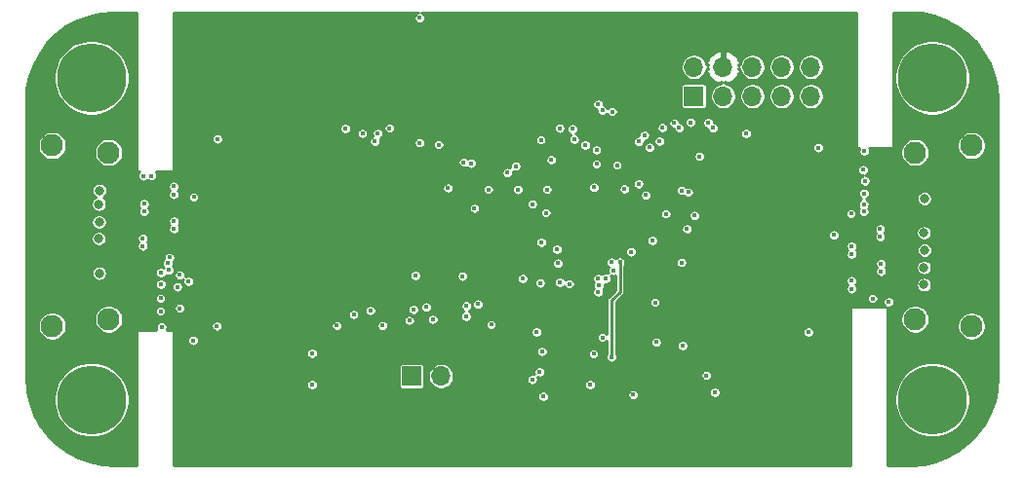
<source format=gbr>
%TF.GenerationSoftware,KiCad,Pcbnew,(5.1.10)-1*%
%TF.CreationDate,2021-07-15T20:54:41+02:00*%
%TF.ProjectId,HighSpeed,48696768-5370-4656-9564-2e6b69636164,rev?*%
%TF.SameCoordinates,Original*%
%TF.FileFunction,Copper,L3,Inr*%
%TF.FilePolarity,Positive*%
%FSLAX46Y46*%
G04 Gerber Fmt 4.6, Leading zero omitted, Abs format (unit mm)*
G04 Created by KiCad (PCBNEW (5.1.10)-1) date 2021-07-15 20:54:41*
%MOMM*%
%LPD*%
G01*
G04 APERTURE LIST*
%TA.AperFunction,ComponentPad*%
%ADD10C,6.000000*%
%TD*%
%TA.AperFunction,ComponentPad*%
%ADD11O,1.700000X1.700000*%
%TD*%
%TA.AperFunction,ComponentPad*%
%ADD12R,1.700000X1.700000*%
%TD*%
%TA.AperFunction,ComponentPad*%
%ADD13C,1.950000*%
%TD*%
%TA.AperFunction,ViaPad*%
%ADD14C,0.800000*%
%TD*%
%TA.AperFunction,ViaPad*%
%ADD15C,0.450000*%
%TD*%
%TA.AperFunction,Conductor*%
%ADD16C,0.254000*%
%TD*%
%TA.AperFunction,Conductor*%
%ADD17C,0.100000*%
%TD*%
G04 APERTURE END LIST*
D10*
%TO.N,GND*%
%TO.C,REF\u002A\u002A*%
X108000000Y-118950000D03*
%TD*%
%TO.N,GND*%
%TO.C,REF\u002A\u002A*%
X181000000Y-118950000D03*
%TD*%
%TO.N,GND*%
%TO.C,REF\u002A\u002A*%
X181000000Y-90950000D03*
%TD*%
%TO.N,GND*%
%TO.C,REF\u002A\u002A*%
X108000000Y-90950000D03*
%TD*%
D11*
%TO.N,GND*%
%TO.C,J1*%
X170460000Y-90010000D03*
%TO.N,/TDI*%
X170460000Y-92550000D03*
%TO.N,N/C*%
X167920000Y-90010000D03*
X167920000Y-92550000D03*
X165380000Y-90010000D03*
%TO.N,/TMS*%
X165380000Y-92550000D03*
%TO.N,+3V3*%
X162840000Y-90010000D03*
%TO.N,/TDO*%
X162840000Y-92550000D03*
%TO.N,GND*%
X160300000Y-90010000D03*
D12*
%TO.N,/TCK*%
X160300000Y-92550000D03*
%TD*%
D13*
%TO.N,GND*%
%TO.C,J4*%
X179500000Y-97450000D03*
X179500000Y-111950000D03*
X184400000Y-96850000D03*
X184400000Y-112550000D03*
%TD*%
%TO.N,GND*%
%TO.C,J2*%
X104590000Y-96850000D03*
X104590000Y-112550000D03*
X109490000Y-97450000D03*
X109490000Y-111950000D03*
%TD*%
D11*
%TO.N,GND*%
%TO.C,J3*%
X138340000Y-116900000D03*
D12*
%TO.N,+5V*%
X135800000Y-116900000D03*
%TD*%
D14*
%TO.N,GND*%
X108650000Y-101950000D03*
X180275000Y-107450000D03*
X180300000Y-101450000D03*
X180310000Y-105950000D03*
X180275000Y-104450000D03*
X180275000Y-108950000D03*
X108700000Y-100750000D03*
X108655000Y-103500000D03*
X108640000Y-104950000D03*
X108675000Y-107950000D03*
D15*
X175810000Y-110150000D03*
X175040000Y-102590000D03*
X175040000Y-101950000D03*
X175070000Y-101020000D03*
X175140000Y-99930000D03*
X175100000Y-97330000D03*
X170230000Y-113080000D03*
X159220000Y-107030000D03*
X160360000Y-102930000D03*
X113220000Y-99490000D03*
X114080000Y-112620000D03*
X114020000Y-108920000D03*
X114020000Y-107910000D03*
X133870000Y-95338222D03*
X132610000Y-96490000D03*
X118930000Y-96280000D03*
X132200000Y-111200000D03*
X129300000Y-112510000D03*
X118890000Y-112540000D03*
X115450000Y-109140000D03*
X114620000Y-107090000D03*
X116870000Y-101330000D03*
X114760000Y-106570000D03*
X112490000Y-99480000D03*
X172450000Y-104620000D03*
X177230000Y-110440000D03*
X130050000Y-95370000D03*
X147212000Y-118665200D03*
X151276000Y-117649200D03*
X155035200Y-118512800D03*
X157016400Y-113940800D03*
X162096400Y-118309600D03*
X159302400Y-114245600D03*
X161385200Y-116836400D03*
X155492400Y-100177600D03*
X153612800Y-98548400D03*
X157575200Y-95297200D03*
X151834800Y-97227600D03*
X149752000Y-95398800D03*
X149904400Y-96313200D03*
X147923200Y-98091200D03*
X144824400Y-98650000D03*
X148646120Y-95332790D03*
X136493200Y-85746800D03*
X146907200Y-116531600D03*
X142690800Y-112416800D03*
X141556282Y-110639126D03*
X140205754Y-108209440D03*
X151580800Y-114956800D03*
X156914800Y-110486400D03*
X140506400Y-111705600D03*
X145018151Y-100672551D03*
X174999600Y-98954800D03*
X173932800Y-102764800D03*
X157321200Y-96465600D03*
X113988800Y-110130800D03*
X113988800Y-111248400D03*
X135940800Y-111099600D03*
X133272547Y-112495820D03*
X137617200Y-111963200D03*
X138125200Y-96774000D03*
X140309600Y-98298000D03*
%TO.N,+3V3*%
X148736000Y-115668000D03*
X156864000Y-117954000D03*
X172459600Y-113940800D03*
X133445200Y-113636000D03*
X141166800Y-112213600D03*
X148024800Y-95398800D03*
X145344143Y-112580943D03*
X150971200Y-114194800D03*
X158513667Y-106933036D03*
X153511200Y-94636800D03*
X146348400Y-90866589D03*
X137362023Y-100893144D03*
X142223634Y-96023881D03*
X139488743Y-96617797D03*
X142386000Y-93722400D03*
X140336400Y-109374455D03*
X143185137Y-99989972D03*
X165754000Y-100224800D03*
X158743600Y-97837200D03*
X141935200Y-101178150D03*
%TO.N,+1V2*%
X147008800Y-96364000D03*
X151631600Y-100478800D03*
X151834800Y-98446800D03*
X153866800Y-106981200D03*
X153149300Y-115227100D03*
%TO.N,+5V*%
X171088000Y-97024400D03*
X164839600Y-95805200D03*
%TO.N,/TDI*%
X160786394Y-97785094D03*
X154273200Y-100631200D03*
%TO.N,/SDA_IN*%
X115665200Y-110994400D03*
%TO.N,/UTIL_IN*%
X115665200Y-108102400D03*
%TO.N,/CK_IN_N*%
X112460000Y-105602000D03*
%TO.N,/CK_IN_P*%
X112460000Y-104898000D03*
%TO.N,/D1_IN_N*%
X112563067Y-102602000D03*
%TO.N,/D1_IN_P*%
X112563067Y-101898000D03*
%TO.N,/HPD_IN*%
X116833600Y-113788400D03*
%TO.N,/SCL_IN*%
X116427200Y-108657600D03*
%TO.N,/CEC_IN*%
X114715025Y-107684860D03*
%TO.N,/D0_IN_N*%
X115170000Y-104102000D03*
%TO.N,/D0_IN_P*%
X115170000Y-103398000D03*
%TO.N,/D2_IN_N*%
X115150000Y-101102000D03*
%TO.N,/D2_IN_P*%
X115150000Y-100398000D03*
%TO.N,/SDA_OUT*%
X159022834Y-95322434D03*
%TO.N,/UTIL_OUT*%
X161541693Y-94867256D03*
%TO.N,/CK_OUT_N*%
X176470000Y-104098000D03*
%TO.N,/CK_OUT_P*%
X176470000Y-104802000D03*
%TO.N,/D1_OUT_N*%
X176542237Y-107098000D03*
%TO.N,/D1_OUT_P*%
X176542237Y-107802000D03*
%TO.N,/HPD_OUT*%
X158596872Y-94896472D03*
%TO.N,/SCL_OUT*%
X160011968Y-94835878D03*
%TO.N,/CEC_OUT*%
X161967656Y-95320856D03*
%TO.N,/D0_OUT_N*%
X173995598Y-105598000D03*
%TO.N,/D0_OUT_P*%
X173995598Y-106302000D03*
%TO.N,/D2_OUT_N*%
X173992598Y-108598000D03*
%TO.N,/D2_OUT_P*%
X173992598Y-109302000D03*
%TO.N,/DONE*%
X156123409Y-101168591D03*
%TO.N,/DQ7*%
X138950000Y-100550000D03*
%TO.N,/DQ6*%
X153138456Y-106998023D03*
%TO.N,/DQ5*%
X153300000Y-107700000D03*
%TO.N,/DQ4*%
X140963600Y-98396000D03*
%TO.N,/DQM*%
X142447190Y-100672190D03*
%TO.N,/CLK*%
X146268591Y-101931409D03*
X150850000Y-96800000D03*
X147531755Y-100673614D03*
%TO.N,/CKE*%
X141250000Y-102296390D03*
%TO.N,/A12*%
X152350000Y-93800000D03*
%TO.N,/A11*%
X152000000Y-93250000D03*
%TO.N,/A9*%
X153200000Y-93900000D03*
%TO.N,/A8*%
X155500000Y-96500000D03*
%TO.N,/A7*%
X156000000Y-95950000D03*
%TO.N,/A6*%
X156441782Y-97008591D03*
%TO.N,/A5*%
X147443591Y-102696390D03*
%TO.N,/A4*%
X152000000Y-109600000D03*
%TO.N,/A3*%
X152650000Y-108400000D03*
%TO.N,/A2*%
X151990401Y-108400732D03*
%TO.N,/A1*%
X152052782Y-108999905D03*
%TO.N,/A0*%
X147049336Y-105260360D03*
%TO.N,/A10*%
X148408251Y-105866749D03*
%TO.N,/BA1*%
X148500002Y-107075000D03*
%TO.N,/BA0*%
X149475000Y-108875000D03*
%TO.N,/CS#*%
X148650000Y-108750000D03*
%TO.N,/RAS#*%
X146250000Y-117200000D03*
%TO.N,/CAS#*%
X146950000Y-108800000D03*
%TO.N,/WE#*%
X145425000Y-108425000D03*
%TO.N,/DQ3*%
X157850000Y-102800000D03*
%TO.N,/DQ2*%
X146645744Y-113054256D03*
%TO.N,/DQ1*%
X147100000Y-114753600D03*
%TO.N,/DQ0*%
X159700000Y-104100000D03*
%TO.N,Net-(U2-Pad43)*%
X154850000Y-106100000D03*
%TO.N,/VDDQ_RAM*%
X137052000Y-110892800D03*
X131514800Y-95805200D03*
X136493200Y-96617586D03*
X132861344Y-95780144D03*
X136117049Y-108152286D03*
X135585200Y-112064800D03*
%TO.N,/VDD_RAM*%
X140557200Y-110791200D03*
X130752800Y-111553200D03*
X127152400Y-117652800D03*
X127152400Y-114909600D03*
%TO.N,/CS*%
X152342800Y-113534400D03*
%TO.N,/SCK*%
X159216744Y-100748744D03*
%TO.N,/SO*%
X159800952Y-100895675D03*
%TO.N,/SI*%
X156677640Y-105110539D03*
%TO.N,Net-(R19-Pad1)*%
X144105292Y-99212400D03*
%TD*%
D16*
%TO.N,+1V2*%
X153149300Y-115227100D02*
X153149300Y-110286800D01*
X153866800Y-109569300D02*
X153866800Y-106981200D01*
X153149300Y-110286800D02*
X153866800Y-109569300D01*
%TD*%
%TO.N,+3V3*%
X111873000Y-98999999D02*
X111875440Y-99024775D01*
X111882667Y-99048600D01*
X111894403Y-99070556D01*
X111910197Y-99089802D01*
X111929443Y-99105596D01*
X111951399Y-99117332D01*
X111975223Y-99124559D01*
X112000000Y-99126999D01*
X112129671Y-99126999D01*
X112098207Y-99158463D01*
X112043006Y-99241077D01*
X112004983Y-99332872D01*
X111985600Y-99430321D01*
X111985600Y-99529679D01*
X112004983Y-99627128D01*
X112043006Y-99718923D01*
X112098207Y-99801537D01*
X112168463Y-99871793D01*
X112251077Y-99926994D01*
X112342872Y-99965017D01*
X112440321Y-99984400D01*
X112539679Y-99984400D01*
X112637128Y-99965017D01*
X112728923Y-99926994D01*
X112811537Y-99871793D01*
X112850000Y-99833330D01*
X112898463Y-99881793D01*
X112981077Y-99936994D01*
X113072872Y-99975017D01*
X113170321Y-99994400D01*
X113269679Y-99994400D01*
X113367128Y-99975017D01*
X113458923Y-99936994D01*
X113541537Y-99881793D01*
X113611793Y-99811537D01*
X113666994Y-99728923D01*
X113705017Y-99637128D01*
X113724400Y-99539679D01*
X113724400Y-99440321D01*
X113705017Y-99342872D01*
X113666994Y-99251077D01*
X113611793Y-99168463D01*
X113606051Y-99162721D01*
X143600892Y-99162721D01*
X143600892Y-99262079D01*
X143620275Y-99359528D01*
X143658298Y-99451323D01*
X143713499Y-99533937D01*
X143783755Y-99604193D01*
X143866369Y-99659394D01*
X143958164Y-99697417D01*
X144055613Y-99716800D01*
X144154971Y-99716800D01*
X144252420Y-99697417D01*
X144344215Y-99659394D01*
X144426829Y-99604193D01*
X144497085Y-99533937D01*
X144552286Y-99451323D01*
X144590309Y-99359528D01*
X144609692Y-99262079D01*
X144609692Y-99162721D01*
X144597619Y-99102023D01*
X144677272Y-99135017D01*
X144774721Y-99154400D01*
X144874079Y-99154400D01*
X144971528Y-99135017D01*
X145063323Y-99096994D01*
X145145937Y-99041793D01*
X145216193Y-98971537D01*
X145271394Y-98888923D01*
X145309417Y-98797128D01*
X145328800Y-98699679D01*
X145328800Y-98600321D01*
X145309417Y-98502872D01*
X145271394Y-98411077D01*
X145216193Y-98328463D01*
X145145937Y-98258207D01*
X145063323Y-98203006D01*
X144971528Y-98164983D01*
X144874079Y-98145600D01*
X144774721Y-98145600D01*
X144677272Y-98164983D01*
X144585477Y-98203006D01*
X144502863Y-98258207D01*
X144432607Y-98328463D01*
X144377406Y-98411077D01*
X144339383Y-98502872D01*
X144320000Y-98600321D01*
X144320000Y-98699679D01*
X144332073Y-98760377D01*
X144252420Y-98727383D01*
X144154971Y-98708000D01*
X144055613Y-98708000D01*
X143958164Y-98727383D01*
X143866369Y-98765406D01*
X143783755Y-98820607D01*
X143713499Y-98890863D01*
X143658298Y-98973477D01*
X143620275Y-99065272D01*
X143600892Y-99162721D01*
X113606051Y-99162721D01*
X113570330Y-99127000D01*
X115000000Y-99127000D01*
X115024776Y-99124560D01*
X115048601Y-99117333D01*
X115070557Y-99105597D01*
X115089803Y-99089803D01*
X115105597Y-99070557D01*
X115117333Y-99048601D01*
X115124560Y-99024776D01*
X115127000Y-99000000D01*
X115127000Y-98248321D01*
X139805200Y-98248321D01*
X139805200Y-98347679D01*
X139824583Y-98445128D01*
X139862606Y-98536923D01*
X139917807Y-98619537D01*
X139988063Y-98689793D01*
X140070677Y-98744994D01*
X140162472Y-98783017D01*
X140259921Y-98802400D01*
X140359279Y-98802400D01*
X140456728Y-98783017D01*
X140548523Y-98744994D01*
X140578940Y-98724670D01*
X140642063Y-98787793D01*
X140724677Y-98842994D01*
X140816472Y-98881017D01*
X140913921Y-98900400D01*
X141013279Y-98900400D01*
X141110728Y-98881017D01*
X141202523Y-98842994D01*
X141285137Y-98787793D01*
X141355393Y-98717537D01*
X141410594Y-98634923D01*
X141448617Y-98543128D01*
X141468000Y-98445679D01*
X141468000Y-98346321D01*
X141448617Y-98248872D01*
X141410594Y-98157077D01*
X141355393Y-98074463D01*
X141322451Y-98041521D01*
X147418800Y-98041521D01*
X147418800Y-98140879D01*
X147438183Y-98238328D01*
X147476206Y-98330123D01*
X147531407Y-98412737D01*
X147601663Y-98482993D01*
X147684277Y-98538194D01*
X147776072Y-98576217D01*
X147873521Y-98595600D01*
X147972879Y-98595600D01*
X148070328Y-98576217D01*
X148162123Y-98538194D01*
X148244737Y-98482993D01*
X148314993Y-98412737D01*
X148325427Y-98397121D01*
X151330400Y-98397121D01*
X151330400Y-98496479D01*
X151349783Y-98593928D01*
X151387806Y-98685723D01*
X151443007Y-98768337D01*
X151513263Y-98838593D01*
X151595877Y-98893794D01*
X151687672Y-98931817D01*
X151785121Y-98951200D01*
X151884479Y-98951200D01*
X151981928Y-98931817D01*
X152073723Y-98893794D01*
X152156337Y-98838593D01*
X152226593Y-98768337D01*
X152281794Y-98685723D01*
X152319817Y-98593928D01*
X152338754Y-98498721D01*
X153108400Y-98498721D01*
X153108400Y-98598079D01*
X153127783Y-98695528D01*
X153165806Y-98787323D01*
X153221007Y-98869937D01*
X153291263Y-98940193D01*
X153373877Y-98995394D01*
X153465672Y-99033417D01*
X153563121Y-99052800D01*
X153662479Y-99052800D01*
X153759928Y-99033417D01*
X153851723Y-98995394D01*
X153934337Y-98940193D01*
X153969409Y-98905121D01*
X174495200Y-98905121D01*
X174495200Y-99004479D01*
X174514583Y-99101928D01*
X174552606Y-99193723D01*
X174607807Y-99276337D01*
X174678063Y-99346593D01*
X174760677Y-99401794D01*
X174852472Y-99439817D01*
X174949921Y-99459200D01*
X174958549Y-99459200D01*
X174901077Y-99483006D01*
X174818463Y-99538207D01*
X174748207Y-99608463D01*
X174693006Y-99691077D01*
X174654983Y-99782872D01*
X174635600Y-99880321D01*
X174635600Y-99979679D01*
X174654983Y-100077128D01*
X174693006Y-100168923D01*
X174748207Y-100251537D01*
X174818463Y-100321793D01*
X174901077Y-100376994D01*
X174992872Y-100415017D01*
X175090321Y-100434400D01*
X175189679Y-100434400D01*
X175287128Y-100415017D01*
X175378923Y-100376994D01*
X175461537Y-100321793D01*
X175531793Y-100251537D01*
X175586994Y-100168923D01*
X175625017Y-100077128D01*
X175644400Y-99979679D01*
X175644400Y-99880321D01*
X175625017Y-99782872D01*
X175586994Y-99691077D01*
X175531793Y-99608463D01*
X175461537Y-99538207D01*
X175378923Y-99483006D01*
X175287128Y-99444983D01*
X175189679Y-99425600D01*
X175181051Y-99425600D01*
X175238523Y-99401794D01*
X175321137Y-99346593D01*
X175391393Y-99276337D01*
X175446594Y-99193723D01*
X175484617Y-99101928D01*
X175504000Y-99004479D01*
X175504000Y-98905121D01*
X175484617Y-98807672D01*
X175446594Y-98715877D01*
X175391393Y-98633263D01*
X175321137Y-98563007D01*
X175238523Y-98507806D01*
X175146728Y-98469783D01*
X175049279Y-98450400D01*
X174949921Y-98450400D01*
X174852472Y-98469783D01*
X174760677Y-98507806D01*
X174678063Y-98563007D01*
X174607807Y-98633263D01*
X174552606Y-98715877D01*
X174514583Y-98807672D01*
X174495200Y-98905121D01*
X153969409Y-98905121D01*
X154004593Y-98869937D01*
X154059794Y-98787323D01*
X154097817Y-98695528D01*
X154117200Y-98598079D01*
X154117200Y-98498721D01*
X154097817Y-98401272D01*
X154059794Y-98309477D01*
X154004593Y-98226863D01*
X153934337Y-98156607D01*
X153851723Y-98101406D01*
X153759928Y-98063383D01*
X153662479Y-98044000D01*
X153563121Y-98044000D01*
X153465672Y-98063383D01*
X153373877Y-98101406D01*
X153291263Y-98156607D01*
X153221007Y-98226863D01*
X153165806Y-98309477D01*
X153127783Y-98401272D01*
X153108400Y-98498721D01*
X152338754Y-98498721D01*
X152339200Y-98496479D01*
X152339200Y-98397121D01*
X152319817Y-98299672D01*
X152281794Y-98207877D01*
X152226593Y-98125263D01*
X152156337Y-98055007D01*
X152073723Y-97999806D01*
X151981928Y-97961783D01*
X151884479Y-97942400D01*
X151785121Y-97942400D01*
X151687672Y-97961783D01*
X151595877Y-97999806D01*
X151513263Y-98055007D01*
X151443007Y-98125263D01*
X151387806Y-98207877D01*
X151349783Y-98299672D01*
X151330400Y-98397121D01*
X148325427Y-98397121D01*
X148370194Y-98330123D01*
X148408217Y-98238328D01*
X148427600Y-98140879D01*
X148427600Y-98041521D01*
X148408217Y-97944072D01*
X148370194Y-97852277D01*
X148314993Y-97769663D01*
X148280745Y-97735415D01*
X160281994Y-97735415D01*
X160281994Y-97834773D01*
X160301377Y-97932222D01*
X160339400Y-98024017D01*
X160394601Y-98106631D01*
X160464857Y-98176887D01*
X160547471Y-98232088D01*
X160639266Y-98270111D01*
X160736715Y-98289494D01*
X160836073Y-98289494D01*
X160933522Y-98270111D01*
X161025317Y-98232088D01*
X161107931Y-98176887D01*
X161178187Y-98106631D01*
X161233388Y-98024017D01*
X161271411Y-97932222D01*
X161290794Y-97834773D01*
X161290794Y-97735415D01*
X161271411Y-97637966D01*
X161233388Y-97546171D01*
X161178187Y-97463557D01*
X161107931Y-97393301D01*
X161025317Y-97338100D01*
X160933522Y-97300077D01*
X160836073Y-97280694D01*
X160736715Y-97280694D01*
X160639266Y-97300077D01*
X160547471Y-97338100D01*
X160464857Y-97393301D01*
X160394601Y-97463557D01*
X160339400Y-97546171D01*
X160301377Y-97637966D01*
X160281994Y-97735415D01*
X148280745Y-97735415D01*
X148244737Y-97699407D01*
X148162123Y-97644206D01*
X148070328Y-97606183D01*
X147972879Y-97586800D01*
X147873521Y-97586800D01*
X147776072Y-97606183D01*
X147684277Y-97644206D01*
X147601663Y-97699407D01*
X147531407Y-97769663D01*
X147476206Y-97852277D01*
X147438183Y-97944072D01*
X147418800Y-98041521D01*
X141322451Y-98041521D01*
X141285137Y-98004207D01*
X141202523Y-97949006D01*
X141110728Y-97910983D01*
X141013279Y-97891600D01*
X140913921Y-97891600D01*
X140816472Y-97910983D01*
X140724677Y-97949006D01*
X140694260Y-97969330D01*
X140631137Y-97906207D01*
X140548523Y-97851006D01*
X140456728Y-97812983D01*
X140359279Y-97793600D01*
X140259921Y-97793600D01*
X140162472Y-97812983D01*
X140070677Y-97851006D01*
X139988063Y-97906207D01*
X139917807Y-97976463D01*
X139862606Y-98059077D01*
X139824583Y-98150872D01*
X139805200Y-98248321D01*
X115127000Y-98248321D01*
X115127000Y-96230321D01*
X118425600Y-96230321D01*
X118425600Y-96329679D01*
X118444983Y-96427128D01*
X118483006Y-96518923D01*
X118538207Y-96601537D01*
X118608463Y-96671793D01*
X118691077Y-96726994D01*
X118782872Y-96765017D01*
X118880321Y-96784400D01*
X118979679Y-96784400D01*
X119077128Y-96765017D01*
X119168923Y-96726994D01*
X119251537Y-96671793D01*
X119321793Y-96601537D01*
X119376994Y-96518923D01*
X119409552Y-96440321D01*
X132105600Y-96440321D01*
X132105600Y-96539679D01*
X132124983Y-96637128D01*
X132163006Y-96728923D01*
X132218207Y-96811537D01*
X132288463Y-96881793D01*
X132371077Y-96936994D01*
X132462872Y-96975017D01*
X132560321Y-96994400D01*
X132659679Y-96994400D01*
X132757128Y-96975017D01*
X132848923Y-96936994D01*
X132931537Y-96881793D01*
X133001793Y-96811537D01*
X133056994Y-96728923D01*
X133095017Y-96637128D01*
X133108785Y-96567907D01*
X135988800Y-96567907D01*
X135988800Y-96667265D01*
X136008183Y-96764714D01*
X136046206Y-96856509D01*
X136101407Y-96939123D01*
X136171663Y-97009379D01*
X136254277Y-97064580D01*
X136346072Y-97102603D01*
X136443521Y-97121986D01*
X136542879Y-97121986D01*
X136640328Y-97102603D01*
X136732123Y-97064580D01*
X136814737Y-97009379D01*
X136884993Y-96939123D01*
X136940194Y-96856509D01*
X136978217Y-96764714D01*
X136986251Y-96724321D01*
X137620800Y-96724321D01*
X137620800Y-96823679D01*
X137640183Y-96921128D01*
X137678206Y-97012923D01*
X137733407Y-97095537D01*
X137803663Y-97165793D01*
X137886277Y-97220994D01*
X137978072Y-97259017D01*
X138075521Y-97278400D01*
X138174879Y-97278400D01*
X138272328Y-97259017D01*
X138364123Y-97220994D01*
X138446737Y-97165793D01*
X138516993Y-97095537D01*
X138572194Y-97012923D01*
X138610217Y-96921128D01*
X138629600Y-96823679D01*
X138629600Y-96724321D01*
X138610217Y-96626872D01*
X138572194Y-96535077D01*
X138516993Y-96452463D01*
X138446737Y-96382207D01*
X138364123Y-96327006D01*
X138333499Y-96314321D01*
X146504400Y-96314321D01*
X146504400Y-96413679D01*
X146523783Y-96511128D01*
X146561806Y-96602923D01*
X146617007Y-96685537D01*
X146687263Y-96755793D01*
X146769877Y-96810994D01*
X146861672Y-96849017D01*
X146959121Y-96868400D01*
X147058479Y-96868400D01*
X147155928Y-96849017D01*
X147247723Y-96810994D01*
X147330337Y-96755793D01*
X147400593Y-96685537D01*
X147455794Y-96602923D01*
X147493817Y-96511128D01*
X147513200Y-96413679D01*
X147513200Y-96314321D01*
X147493817Y-96216872D01*
X147455794Y-96125077D01*
X147400593Y-96042463D01*
X147330337Y-95972207D01*
X147247723Y-95917006D01*
X147155928Y-95878983D01*
X147058479Y-95859600D01*
X146959121Y-95859600D01*
X146861672Y-95878983D01*
X146769877Y-95917006D01*
X146687263Y-95972207D01*
X146617007Y-96042463D01*
X146561806Y-96125077D01*
X146523783Y-96216872D01*
X146504400Y-96314321D01*
X138333499Y-96314321D01*
X138272328Y-96288983D01*
X138174879Y-96269600D01*
X138075521Y-96269600D01*
X137978072Y-96288983D01*
X137886277Y-96327006D01*
X137803663Y-96382207D01*
X137733407Y-96452463D01*
X137678206Y-96535077D01*
X137640183Y-96626872D01*
X137620800Y-96724321D01*
X136986251Y-96724321D01*
X136997600Y-96667265D01*
X136997600Y-96567907D01*
X136978217Y-96470458D01*
X136940194Y-96378663D01*
X136884993Y-96296049D01*
X136814737Y-96225793D01*
X136732123Y-96170592D01*
X136640328Y-96132569D01*
X136542879Y-96113186D01*
X136443521Y-96113186D01*
X136346072Y-96132569D01*
X136254277Y-96170592D01*
X136171663Y-96225793D01*
X136101407Y-96296049D01*
X136046206Y-96378663D01*
X136008183Y-96470458D01*
X135988800Y-96567907D01*
X133108785Y-96567907D01*
X133114400Y-96539679D01*
X133114400Y-96440321D01*
X133095017Y-96342872D01*
X133056994Y-96251077D01*
X133053846Y-96246366D01*
X133100267Y-96227138D01*
X133182881Y-96171937D01*
X133253137Y-96101681D01*
X133308338Y-96019067D01*
X133346361Y-95927272D01*
X133365744Y-95829823D01*
X133365744Y-95730465D01*
X133346361Y-95633016D01*
X133308338Y-95541221D01*
X133253137Y-95458607D01*
X133182881Y-95388351D01*
X133100267Y-95333150D01*
X133008472Y-95295127D01*
X132975371Y-95288543D01*
X133365600Y-95288543D01*
X133365600Y-95387901D01*
X133384983Y-95485350D01*
X133423006Y-95577145D01*
X133478207Y-95659759D01*
X133548463Y-95730015D01*
X133631077Y-95785216D01*
X133722872Y-95823239D01*
X133820321Y-95842622D01*
X133919679Y-95842622D01*
X134017128Y-95823239D01*
X134108923Y-95785216D01*
X134191537Y-95730015D01*
X134261793Y-95659759D01*
X134316994Y-95577145D01*
X134355017Y-95485350D01*
X134374400Y-95387901D01*
X134374400Y-95288543D01*
X134373320Y-95283111D01*
X148141720Y-95283111D01*
X148141720Y-95382469D01*
X148161103Y-95479918D01*
X148199126Y-95571713D01*
X148254327Y-95654327D01*
X148324583Y-95724583D01*
X148407197Y-95779784D01*
X148498992Y-95817807D01*
X148596441Y-95837190D01*
X148695799Y-95837190D01*
X148793248Y-95817807D01*
X148885043Y-95779784D01*
X148967657Y-95724583D01*
X149037913Y-95654327D01*
X149093114Y-95571713D01*
X149131137Y-95479918D01*
X149150520Y-95382469D01*
X149150520Y-95349121D01*
X149247600Y-95349121D01*
X149247600Y-95448479D01*
X149266983Y-95545928D01*
X149305006Y-95637723D01*
X149360207Y-95720337D01*
X149430463Y-95790593D01*
X149513077Y-95845794D01*
X149604872Y-95883817D01*
X149631264Y-95889066D01*
X149582863Y-95921407D01*
X149512607Y-95991663D01*
X149457406Y-96074277D01*
X149419383Y-96166072D01*
X149400000Y-96263521D01*
X149400000Y-96362879D01*
X149419383Y-96460328D01*
X149457406Y-96552123D01*
X149512607Y-96634737D01*
X149582863Y-96704993D01*
X149665477Y-96760194D01*
X149757272Y-96798217D01*
X149854721Y-96817600D01*
X149954079Y-96817600D01*
X150051528Y-96798217D01*
X150143323Y-96760194D01*
X150158098Y-96750321D01*
X150345600Y-96750321D01*
X150345600Y-96849679D01*
X150364983Y-96947128D01*
X150403006Y-97038923D01*
X150458207Y-97121537D01*
X150528463Y-97191793D01*
X150611077Y-97246994D01*
X150702872Y-97285017D01*
X150800321Y-97304400D01*
X150899679Y-97304400D01*
X150997128Y-97285017D01*
X151088923Y-97246994D01*
X151171537Y-97191793D01*
X151185409Y-97177921D01*
X151330400Y-97177921D01*
X151330400Y-97277279D01*
X151349783Y-97374728D01*
X151387806Y-97466523D01*
X151443007Y-97549137D01*
X151513263Y-97619393D01*
X151595877Y-97674594D01*
X151687672Y-97712617D01*
X151785121Y-97732000D01*
X151884479Y-97732000D01*
X151981928Y-97712617D01*
X152073723Y-97674594D01*
X152156337Y-97619393D01*
X152226593Y-97549137D01*
X152281794Y-97466523D01*
X152319817Y-97374728D01*
X152339200Y-97277279D01*
X152339200Y-97177921D01*
X152319817Y-97080472D01*
X152281794Y-96988677D01*
X152226593Y-96906063D01*
X152156337Y-96835807D01*
X152073723Y-96780606D01*
X151981928Y-96742583D01*
X151884479Y-96723200D01*
X151785121Y-96723200D01*
X151687672Y-96742583D01*
X151595877Y-96780606D01*
X151513263Y-96835807D01*
X151443007Y-96906063D01*
X151387806Y-96988677D01*
X151349783Y-97080472D01*
X151330400Y-97177921D01*
X151185409Y-97177921D01*
X151241793Y-97121537D01*
X151296994Y-97038923D01*
X151335017Y-96947128D01*
X151354400Y-96849679D01*
X151354400Y-96750321D01*
X151335017Y-96652872D01*
X151296994Y-96561077D01*
X151241793Y-96478463D01*
X151213651Y-96450321D01*
X154995600Y-96450321D01*
X154995600Y-96549679D01*
X155014983Y-96647128D01*
X155053006Y-96738923D01*
X155108207Y-96821537D01*
X155178463Y-96891793D01*
X155261077Y-96946994D01*
X155352872Y-96985017D01*
X155450321Y-97004400D01*
X155549679Y-97004400D01*
X155647128Y-96985017D01*
X155710150Y-96958912D01*
X155937382Y-96958912D01*
X155937382Y-97058270D01*
X155956765Y-97155719D01*
X155994788Y-97247514D01*
X156049989Y-97330128D01*
X156120245Y-97400384D01*
X156202859Y-97455585D01*
X156294654Y-97493608D01*
X156392103Y-97512991D01*
X156491461Y-97512991D01*
X156588910Y-97493608D01*
X156680705Y-97455585D01*
X156763319Y-97400384D01*
X156833575Y-97330128D01*
X156888776Y-97247514D01*
X156926799Y-97155719D01*
X156946182Y-97058270D01*
X156946182Y-96974721D01*
X170583600Y-96974721D01*
X170583600Y-97074079D01*
X170602983Y-97171528D01*
X170641006Y-97263323D01*
X170696207Y-97345937D01*
X170766463Y-97416193D01*
X170849077Y-97471394D01*
X170940872Y-97509417D01*
X171038321Y-97528800D01*
X171137679Y-97528800D01*
X171235128Y-97509417D01*
X171326923Y-97471394D01*
X171409537Y-97416193D01*
X171479793Y-97345937D01*
X171534994Y-97263323D01*
X171573017Y-97171528D01*
X171592400Y-97074079D01*
X171592400Y-96974721D01*
X171573017Y-96877272D01*
X171534994Y-96785477D01*
X171479793Y-96702863D01*
X171409537Y-96632607D01*
X171326923Y-96577406D01*
X171235128Y-96539383D01*
X171137679Y-96520000D01*
X171038321Y-96520000D01*
X170940872Y-96539383D01*
X170849077Y-96577406D01*
X170766463Y-96632607D01*
X170696207Y-96702863D01*
X170641006Y-96785477D01*
X170602983Y-96877272D01*
X170583600Y-96974721D01*
X156946182Y-96974721D01*
X156946182Y-96958912D01*
X156926799Y-96861463D01*
X156888776Y-96769668D01*
X156833575Y-96687054D01*
X156763319Y-96616798D01*
X156680705Y-96561597D01*
X156588910Y-96523574D01*
X156491461Y-96504191D01*
X156392103Y-96504191D01*
X156294654Y-96523574D01*
X156202859Y-96561597D01*
X156120245Y-96616798D01*
X156049989Y-96687054D01*
X155994788Y-96769668D01*
X155956765Y-96861463D01*
X155937382Y-96958912D01*
X155710150Y-96958912D01*
X155738923Y-96946994D01*
X155821537Y-96891793D01*
X155891793Y-96821537D01*
X155946994Y-96738923D01*
X155985017Y-96647128D01*
X156004400Y-96549679D01*
X156004400Y-96454400D01*
X156049679Y-96454400D01*
X156147128Y-96435017D01*
X156193229Y-96415921D01*
X156816800Y-96415921D01*
X156816800Y-96515279D01*
X156836183Y-96612728D01*
X156874206Y-96704523D01*
X156929407Y-96787137D01*
X156999663Y-96857393D01*
X157082277Y-96912594D01*
X157174072Y-96950617D01*
X157271521Y-96970000D01*
X157370879Y-96970000D01*
X157468328Y-96950617D01*
X157560123Y-96912594D01*
X157642737Y-96857393D01*
X157712993Y-96787137D01*
X157768194Y-96704523D01*
X157806217Y-96612728D01*
X157825600Y-96515279D01*
X157825600Y-96415921D01*
X157806217Y-96318472D01*
X157768194Y-96226677D01*
X157712993Y-96144063D01*
X157642737Y-96073807D01*
X157560123Y-96018606D01*
X157468328Y-95980583D01*
X157370879Y-95961200D01*
X157271521Y-95961200D01*
X157174072Y-95980583D01*
X157082277Y-96018606D01*
X156999663Y-96073807D01*
X156929407Y-96144063D01*
X156874206Y-96226677D01*
X156836183Y-96318472D01*
X156816800Y-96415921D01*
X156193229Y-96415921D01*
X156238923Y-96396994D01*
X156321537Y-96341793D01*
X156391793Y-96271537D01*
X156446994Y-96188923D01*
X156485017Y-96097128D01*
X156504400Y-95999679D01*
X156504400Y-95900321D01*
X156485017Y-95802872D01*
X156446994Y-95711077D01*
X156391793Y-95628463D01*
X156321537Y-95558207D01*
X156238923Y-95503006D01*
X156147128Y-95464983D01*
X156049679Y-95445600D01*
X155950321Y-95445600D01*
X155852872Y-95464983D01*
X155761077Y-95503006D01*
X155678463Y-95558207D01*
X155608207Y-95628463D01*
X155553006Y-95711077D01*
X155514983Y-95802872D01*
X155495600Y-95900321D01*
X155495600Y-95995600D01*
X155450321Y-95995600D01*
X155352872Y-96014983D01*
X155261077Y-96053006D01*
X155178463Y-96108207D01*
X155108207Y-96178463D01*
X155053006Y-96261077D01*
X155014983Y-96352872D01*
X154995600Y-96450321D01*
X151213651Y-96450321D01*
X151171537Y-96408207D01*
X151088923Y-96353006D01*
X150997128Y-96314983D01*
X150899679Y-96295600D01*
X150800321Y-96295600D01*
X150702872Y-96314983D01*
X150611077Y-96353006D01*
X150528463Y-96408207D01*
X150458207Y-96478463D01*
X150403006Y-96561077D01*
X150364983Y-96652872D01*
X150345600Y-96750321D01*
X150158098Y-96750321D01*
X150225937Y-96704993D01*
X150296193Y-96634737D01*
X150351394Y-96552123D01*
X150389417Y-96460328D01*
X150408800Y-96362879D01*
X150408800Y-96263521D01*
X150389417Y-96166072D01*
X150351394Y-96074277D01*
X150296193Y-95991663D01*
X150225937Y-95921407D01*
X150143323Y-95866206D01*
X150051528Y-95828183D01*
X150025136Y-95822934D01*
X150073537Y-95790593D01*
X150143793Y-95720337D01*
X150198994Y-95637723D01*
X150237017Y-95545928D01*
X150256400Y-95448479D01*
X150256400Y-95349121D01*
X150237017Y-95251672D01*
X150235298Y-95247521D01*
X157070800Y-95247521D01*
X157070800Y-95346879D01*
X157090183Y-95444328D01*
X157128206Y-95536123D01*
X157183407Y-95618737D01*
X157253663Y-95688993D01*
X157336277Y-95744194D01*
X157428072Y-95782217D01*
X157525521Y-95801600D01*
X157624879Y-95801600D01*
X157722328Y-95782217D01*
X157814123Y-95744194D01*
X157896737Y-95688993D01*
X157966993Y-95618737D01*
X158022194Y-95536123D01*
X158060217Y-95444328D01*
X158079600Y-95346879D01*
X158079600Y-95247521D01*
X158060217Y-95150072D01*
X158022194Y-95058277D01*
X157966993Y-94975663D01*
X157896737Y-94905407D01*
X157814123Y-94850206D01*
X157805884Y-94846793D01*
X158092472Y-94846793D01*
X158092472Y-94946151D01*
X158111855Y-95043600D01*
X158149878Y-95135395D01*
X158205079Y-95218009D01*
X158275335Y-95288265D01*
X158357949Y-95343466D01*
X158449744Y-95381489D01*
X158523205Y-95396101D01*
X158537817Y-95469562D01*
X158575840Y-95561357D01*
X158631041Y-95643971D01*
X158701297Y-95714227D01*
X158783911Y-95769428D01*
X158875706Y-95807451D01*
X158973155Y-95826834D01*
X159072513Y-95826834D01*
X159169962Y-95807451D01*
X159261757Y-95769428D01*
X159344371Y-95714227D01*
X159414627Y-95643971D01*
X159469828Y-95561357D01*
X159507851Y-95469562D01*
X159527234Y-95372113D01*
X159527234Y-95272755D01*
X159507851Y-95175306D01*
X159469828Y-95083511D01*
X159414627Y-95000897D01*
X159344371Y-94930641D01*
X159261757Y-94875440D01*
X159169962Y-94837417D01*
X159096501Y-94822805D01*
X159089220Y-94786199D01*
X159507568Y-94786199D01*
X159507568Y-94885557D01*
X159526951Y-94983006D01*
X159564974Y-95074801D01*
X159620175Y-95157415D01*
X159690431Y-95227671D01*
X159773045Y-95282872D01*
X159864840Y-95320895D01*
X159962289Y-95340278D01*
X160061647Y-95340278D01*
X160159096Y-95320895D01*
X160250891Y-95282872D01*
X160333505Y-95227671D01*
X160403761Y-95157415D01*
X160458962Y-95074801D01*
X160496985Y-94983006D01*
X160516368Y-94885557D01*
X160516368Y-94817577D01*
X161037293Y-94817577D01*
X161037293Y-94916935D01*
X161056676Y-95014384D01*
X161094699Y-95106179D01*
X161149900Y-95188793D01*
X161220156Y-95259049D01*
X161302770Y-95314250D01*
X161394565Y-95352273D01*
X161463256Y-95365936D01*
X161463256Y-95370535D01*
X161482639Y-95467984D01*
X161520662Y-95559779D01*
X161575863Y-95642393D01*
X161646119Y-95712649D01*
X161728733Y-95767850D01*
X161820528Y-95805873D01*
X161917977Y-95825256D01*
X162017335Y-95825256D01*
X162114784Y-95805873D01*
X162206579Y-95767850D01*
X162225030Y-95755521D01*
X164335200Y-95755521D01*
X164335200Y-95854879D01*
X164354583Y-95952328D01*
X164392606Y-96044123D01*
X164447807Y-96126737D01*
X164518063Y-96196993D01*
X164600677Y-96252194D01*
X164692472Y-96290217D01*
X164789921Y-96309600D01*
X164889279Y-96309600D01*
X164986728Y-96290217D01*
X165078523Y-96252194D01*
X165161137Y-96196993D01*
X165231393Y-96126737D01*
X165286594Y-96044123D01*
X165324617Y-95952328D01*
X165344000Y-95854879D01*
X165344000Y-95755521D01*
X165324617Y-95658072D01*
X165286594Y-95566277D01*
X165231393Y-95483663D01*
X165161137Y-95413407D01*
X165078523Y-95358206D01*
X164986728Y-95320183D01*
X164889279Y-95300800D01*
X164789921Y-95300800D01*
X164692472Y-95320183D01*
X164600677Y-95358206D01*
X164518063Y-95413407D01*
X164447807Y-95483663D01*
X164392606Y-95566277D01*
X164354583Y-95658072D01*
X164335200Y-95755521D01*
X162225030Y-95755521D01*
X162289193Y-95712649D01*
X162359449Y-95642393D01*
X162414650Y-95559779D01*
X162452673Y-95467984D01*
X162472056Y-95370535D01*
X162472056Y-95271177D01*
X162452673Y-95173728D01*
X162414650Y-95081933D01*
X162359449Y-94999319D01*
X162289193Y-94929063D01*
X162206579Y-94873862D01*
X162114784Y-94835839D01*
X162046093Y-94822176D01*
X162046093Y-94817577D01*
X162026710Y-94720128D01*
X161988687Y-94628333D01*
X161933486Y-94545719D01*
X161863230Y-94475463D01*
X161780616Y-94420262D01*
X161688821Y-94382239D01*
X161591372Y-94362856D01*
X161492014Y-94362856D01*
X161394565Y-94382239D01*
X161302770Y-94420262D01*
X161220156Y-94475463D01*
X161149900Y-94545719D01*
X161094699Y-94628333D01*
X161056676Y-94720128D01*
X161037293Y-94817577D01*
X160516368Y-94817577D01*
X160516368Y-94786199D01*
X160496985Y-94688750D01*
X160458962Y-94596955D01*
X160403761Y-94514341D01*
X160333505Y-94444085D01*
X160250891Y-94388884D01*
X160159096Y-94350861D01*
X160061647Y-94331478D01*
X159962289Y-94331478D01*
X159864840Y-94350861D01*
X159773045Y-94388884D01*
X159690431Y-94444085D01*
X159620175Y-94514341D01*
X159564974Y-94596955D01*
X159526951Y-94688750D01*
X159507568Y-94786199D01*
X159089220Y-94786199D01*
X159081889Y-94749344D01*
X159043866Y-94657549D01*
X158988665Y-94574935D01*
X158918409Y-94504679D01*
X158835795Y-94449478D01*
X158744000Y-94411455D01*
X158646551Y-94392072D01*
X158547193Y-94392072D01*
X158449744Y-94411455D01*
X158357949Y-94449478D01*
X158275335Y-94504679D01*
X158205079Y-94574935D01*
X158149878Y-94657549D01*
X158111855Y-94749344D01*
X158092472Y-94846793D01*
X157805884Y-94846793D01*
X157722328Y-94812183D01*
X157624879Y-94792800D01*
X157525521Y-94792800D01*
X157428072Y-94812183D01*
X157336277Y-94850206D01*
X157253663Y-94905407D01*
X157183407Y-94975663D01*
X157128206Y-95058277D01*
X157090183Y-95150072D01*
X157070800Y-95247521D01*
X150235298Y-95247521D01*
X150198994Y-95159877D01*
X150143793Y-95077263D01*
X150073537Y-95007007D01*
X149990923Y-94951806D01*
X149899128Y-94913783D01*
X149801679Y-94894400D01*
X149702321Y-94894400D01*
X149604872Y-94913783D01*
X149513077Y-94951806D01*
X149430463Y-95007007D01*
X149360207Y-95077263D01*
X149305006Y-95159877D01*
X149266983Y-95251672D01*
X149247600Y-95349121D01*
X149150520Y-95349121D01*
X149150520Y-95283111D01*
X149131137Y-95185662D01*
X149093114Y-95093867D01*
X149037913Y-95011253D01*
X148967657Y-94940997D01*
X148885043Y-94885796D01*
X148793248Y-94847773D01*
X148695799Y-94828390D01*
X148596441Y-94828390D01*
X148498992Y-94847773D01*
X148407197Y-94885796D01*
X148324583Y-94940997D01*
X148254327Y-95011253D01*
X148199126Y-95093867D01*
X148161103Y-95185662D01*
X148141720Y-95283111D01*
X134373320Y-95283111D01*
X134355017Y-95191094D01*
X134316994Y-95099299D01*
X134261793Y-95016685D01*
X134191537Y-94946429D01*
X134108923Y-94891228D01*
X134017128Y-94853205D01*
X133919679Y-94833822D01*
X133820321Y-94833822D01*
X133722872Y-94853205D01*
X133631077Y-94891228D01*
X133548463Y-94946429D01*
X133478207Y-95016685D01*
X133423006Y-95099299D01*
X133384983Y-95191094D01*
X133365600Y-95288543D01*
X132975371Y-95288543D01*
X132911023Y-95275744D01*
X132811665Y-95275744D01*
X132714216Y-95295127D01*
X132622421Y-95333150D01*
X132539807Y-95388351D01*
X132469551Y-95458607D01*
X132414350Y-95541221D01*
X132376327Y-95633016D01*
X132356944Y-95730465D01*
X132356944Y-95829823D01*
X132376327Y-95927272D01*
X132414350Y-96019067D01*
X132417498Y-96023778D01*
X132371077Y-96043006D01*
X132288463Y-96098207D01*
X132218207Y-96168463D01*
X132163006Y-96251077D01*
X132124983Y-96342872D01*
X132105600Y-96440321D01*
X119409552Y-96440321D01*
X119415017Y-96427128D01*
X119434400Y-96329679D01*
X119434400Y-96230321D01*
X119415017Y-96132872D01*
X119376994Y-96041077D01*
X119321793Y-95958463D01*
X119251537Y-95888207D01*
X119168923Y-95833006D01*
X119077128Y-95794983D01*
X118979679Y-95775600D01*
X118880321Y-95775600D01*
X118782872Y-95794983D01*
X118691077Y-95833006D01*
X118608463Y-95888207D01*
X118538207Y-95958463D01*
X118483006Y-96041077D01*
X118444983Y-96132872D01*
X118425600Y-96230321D01*
X115127000Y-96230321D01*
X115127000Y-95320321D01*
X129545600Y-95320321D01*
X129545600Y-95419679D01*
X129564983Y-95517128D01*
X129603006Y-95608923D01*
X129658207Y-95691537D01*
X129728463Y-95761793D01*
X129811077Y-95816994D01*
X129902872Y-95855017D01*
X130000321Y-95874400D01*
X130099679Y-95874400D01*
X130197128Y-95855017D01*
X130288923Y-95816994D01*
X130371537Y-95761793D01*
X130377809Y-95755521D01*
X131010400Y-95755521D01*
X131010400Y-95854879D01*
X131029783Y-95952328D01*
X131067806Y-96044123D01*
X131123007Y-96126737D01*
X131193263Y-96196993D01*
X131275877Y-96252194D01*
X131367672Y-96290217D01*
X131465121Y-96309600D01*
X131564479Y-96309600D01*
X131661928Y-96290217D01*
X131753723Y-96252194D01*
X131836337Y-96196993D01*
X131906593Y-96126737D01*
X131961794Y-96044123D01*
X131999817Y-95952328D01*
X132019200Y-95854879D01*
X132019200Y-95755521D01*
X131999817Y-95658072D01*
X131961794Y-95566277D01*
X131906593Y-95483663D01*
X131836337Y-95413407D01*
X131753723Y-95358206D01*
X131661928Y-95320183D01*
X131564479Y-95300800D01*
X131465121Y-95300800D01*
X131367672Y-95320183D01*
X131275877Y-95358206D01*
X131193263Y-95413407D01*
X131123007Y-95483663D01*
X131067806Y-95566277D01*
X131029783Y-95658072D01*
X131010400Y-95755521D01*
X130377809Y-95755521D01*
X130441793Y-95691537D01*
X130496994Y-95608923D01*
X130535017Y-95517128D01*
X130554400Y-95419679D01*
X130554400Y-95320321D01*
X130535017Y-95222872D01*
X130496994Y-95131077D01*
X130441793Y-95048463D01*
X130371537Y-94978207D01*
X130288923Y-94923006D01*
X130197128Y-94884983D01*
X130099679Y-94865600D01*
X130000321Y-94865600D01*
X129902872Y-94884983D01*
X129811077Y-94923006D01*
X129728463Y-94978207D01*
X129658207Y-95048463D01*
X129603006Y-95131077D01*
X129564983Y-95222872D01*
X129545600Y-95320321D01*
X115127000Y-95320321D01*
X115127000Y-93200321D01*
X151495600Y-93200321D01*
X151495600Y-93299679D01*
X151514983Y-93397128D01*
X151553006Y-93488923D01*
X151608207Y-93571537D01*
X151678463Y-93641793D01*
X151761077Y-93696994D01*
X151848966Y-93733399D01*
X151845600Y-93750321D01*
X151845600Y-93849679D01*
X151864983Y-93947128D01*
X151903006Y-94038923D01*
X151958207Y-94121537D01*
X152028463Y-94191793D01*
X152111077Y-94246994D01*
X152202872Y-94285017D01*
X152300321Y-94304400D01*
X152399679Y-94304400D01*
X152497128Y-94285017D01*
X152588923Y-94246994D01*
X152671537Y-94191793D01*
X152741793Y-94121537D01*
X152744269Y-94117831D01*
X152753006Y-94138923D01*
X152808207Y-94221537D01*
X152878463Y-94291793D01*
X152961077Y-94346994D01*
X153052872Y-94385017D01*
X153150321Y-94404400D01*
X153249679Y-94404400D01*
X153347128Y-94385017D01*
X153438923Y-94346994D01*
X153521537Y-94291793D01*
X153591793Y-94221537D01*
X153646994Y-94138923D01*
X153685017Y-94047128D01*
X153704400Y-93949679D01*
X153704400Y-93850321D01*
X153685017Y-93752872D01*
X153646994Y-93661077D01*
X153591793Y-93578463D01*
X153521537Y-93508207D01*
X153438923Y-93453006D01*
X153347128Y-93414983D01*
X153249679Y-93395600D01*
X153150321Y-93395600D01*
X153052872Y-93414983D01*
X152961077Y-93453006D01*
X152878463Y-93508207D01*
X152808207Y-93578463D01*
X152805731Y-93582169D01*
X152796994Y-93561077D01*
X152741793Y-93478463D01*
X152671537Y-93408207D01*
X152588923Y-93353006D01*
X152501034Y-93316601D01*
X152504400Y-93299679D01*
X152504400Y-93200321D01*
X152485017Y-93102872D01*
X152446994Y-93011077D01*
X152391793Y-92928463D01*
X152321537Y-92858207D01*
X152238923Y-92803006D01*
X152147128Y-92764983D01*
X152049679Y-92745600D01*
X151950321Y-92745600D01*
X151852872Y-92764983D01*
X151761077Y-92803006D01*
X151678463Y-92858207D01*
X151608207Y-92928463D01*
X151553006Y-93011077D01*
X151514983Y-93102872D01*
X151495600Y-93200321D01*
X115127000Y-93200321D01*
X115127000Y-91700000D01*
X159169249Y-91700000D01*
X159169249Y-93400000D01*
X159174644Y-93454772D01*
X159190620Y-93507439D01*
X159216564Y-93555977D01*
X159251479Y-93598521D01*
X159294023Y-93633436D01*
X159342561Y-93659380D01*
X159395228Y-93675356D01*
X159450000Y-93680751D01*
X161150000Y-93680751D01*
X161204772Y-93675356D01*
X161257439Y-93659380D01*
X161305977Y-93633436D01*
X161348521Y-93598521D01*
X161383436Y-93555977D01*
X161409380Y-93507439D01*
X161425356Y-93454772D01*
X161430751Y-93400000D01*
X161430751Y-91700000D01*
X161425356Y-91645228D01*
X161409380Y-91592561D01*
X161383436Y-91544023D01*
X161348521Y-91501479D01*
X161305977Y-91466564D01*
X161257439Y-91440620D01*
X161204772Y-91424644D01*
X161150000Y-91419249D01*
X159450000Y-91419249D01*
X159395228Y-91424644D01*
X159342561Y-91440620D01*
X159294023Y-91466564D01*
X159251479Y-91501479D01*
X159216564Y-91544023D01*
X159190620Y-91592561D01*
X159174644Y-91645228D01*
X159169249Y-91700000D01*
X115127000Y-91700000D01*
X115127000Y-89898764D01*
X159170600Y-89898764D01*
X159170600Y-90121236D01*
X159214002Y-90339434D01*
X159299138Y-90544972D01*
X159422737Y-90729951D01*
X159580049Y-90887263D01*
X159765028Y-91010862D01*
X159970566Y-91095998D01*
X160188764Y-91139400D01*
X160411236Y-91139400D01*
X160629434Y-91095998D01*
X160834972Y-91010862D01*
X161019951Y-90887263D01*
X161177263Y-90729951D01*
X161300862Y-90544972D01*
X161385998Y-90339434D01*
X161426264Y-90137002D01*
X161519185Y-90137002D01*
X161398519Y-90366891D01*
X161495843Y-90641252D01*
X161644822Y-90891355D01*
X161839731Y-91107588D01*
X162073080Y-91281641D01*
X162335901Y-91406825D01*
X162483110Y-91451476D01*
X162712998Y-91330156D01*
X162712998Y-91423736D01*
X162510566Y-91464002D01*
X162305028Y-91549138D01*
X162120049Y-91672737D01*
X161962737Y-91830049D01*
X161839138Y-92015028D01*
X161754002Y-92220566D01*
X161710600Y-92438764D01*
X161710600Y-92661236D01*
X161754002Y-92879434D01*
X161839138Y-93084972D01*
X161962737Y-93269951D01*
X162120049Y-93427263D01*
X162305028Y-93550862D01*
X162510566Y-93635998D01*
X162728764Y-93679400D01*
X162951236Y-93679400D01*
X163169434Y-93635998D01*
X163374972Y-93550862D01*
X163559951Y-93427263D01*
X163717263Y-93269951D01*
X163840862Y-93084972D01*
X163925998Y-92879434D01*
X163969400Y-92661236D01*
X163969400Y-92438764D01*
X164250600Y-92438764D01*
X164250600Y-92661236D01*
X164294002Y-92879434D01*
X164379138Y-93084972D01*
X164502737Y-93269951D01*
X164660049Y-93427263D01*
X164845028Y-93550862D01*
X165050566Y-93635998D01*
X165268764Y-93679400D01*
X165491236Y-93679400D01*
X165709434Y-93635998D01*
X165914972Y-93550862D01*
X166099951Y-93427263D01*
X166257263Y-93269951D01*
X166380862Y-93084972D01*
X166465998Y-92879434D01*
X166509400Y-92661236D01*
X166509400Y-92438764D01*
X166790600Y-92438764D01*
X166790600Y-92661236D01*
X166834002Y-92879434D01*
X166919138Y-93084972D01*
X167042737Y-93269951D01*
X167200049Y-93427263D01*
X167385028Y-93550862D01*
X167590566Y-93635998D01*
X167808764Y-93679400D01*
X168031236Y-93679400D01*
X168249434Y-93635998D01*
X168454972Y-93550862D01*
X168639951Y-93427263D01*
X168797263Y-93269951D01*
X168920862Y-93084972D01*
X169005998Y-92879434D01*
X169049400Y-92661236D01*
X169049400Y-92438764D01*
X169330600Y-92438764D01*
X169330600Y-92661236D01*
X169374002Y-92879434D01*
X169459138Y-93084972D01*
X169582737Y-93269951D01*
X169740049Y-93427263D01*
X169925028Y-93550862D01*
X170130566Y-93635998D01*
X170348764Y-93679400D01*
X170571236Y-93679400D01*
X170789434Y-93635998D01*
X170994972Y-93550862D01*
X171179951Y-93427263D01*
X171337263Y-93269951D01*
X171460862Y-93084972D01*
X171545998Y-92879434D01*
X171589400Y-92661236D01*
X171589400Y-92438764D01*
X171545998Y-92220566D01*
X171460862Y-92015028D01*
X171337263Y-91830049D01*
X171179951Y-91672737D01*
X170994972Y-91549138D01*
X170789434Y-91464002D01*
X170571236Y-91420600D01*
X170348764Y-91420600D01*
X170130566Y-91464002D01*
X169925028Y-91549138D01*
X169740049Y-91672737D01*
X169582737Y-91830049D01*
X169459138Y-92015028D01*
X169374002Y-92220566D01*
X169330600Y-92438764D01*
X169049400Y-92438764D01*
X169005998Y-92220566D01*
X168920862Y-92015028D01*
X168797263Y-91830049D01*
X168639951Y-91672737D01*
X168454972Y-91549138D01*
X168249434Y-91464002D01*
X168031236Y-91420600D01*
X167808764Y-91420600D01*
X167590566Y-91464002D01*
X167385028Y-91549138D01*
X167200049Y-91672737D01*
X167042737Y-91830049D01*
X166919138Y-92015028D01*
X166834002Y-92220566D01*
X166790600Y-92438764D01*
X166509400Y-92438764D01*
X166465998Y-92220566D01*
X166380862Y-92015028D01*
X166257263Y-91830049D01*
X166099951Y-91672737D01*
X165914972Y-91549138D01*
X165709434Y-91464002D01*
X165491236Y-91420600D01*
X165268764Y-91420600D01*
X165050566Y-91464002D01*
X164845028Y-91549138D01*
X164660049Y-91672737D01*
X164502737Y-91830049D01*
X164379138Y-92015028D01*
X164294002Y-92220566D01*
X164250600Y-92438764D01*
X163969400Y-92438764D01*
X163925998Y-92220566D01*
X163840862Y-92015028D01*
X163717263Y-91830049D01*
X163559951Y-91672737D01*
X163374972Y-91549138D01*
X163169434Y-91464002D01*
X162967002Y-91423736D01*
X162967002Y-91330156D01*
X163196890Y-91451476D01*
X163344099Y-91406825D01*
X163606920Y-91281641D01*
X163840269Y-91107588D01*
X164035178Y-90891355D01*
X164184157Y-90641252D01*
X164281481Y-90366891D01*
X164160815Y-90137002D01*
X164253736Y-90137002D01*
X164294002Y-90339434D01*
X164379138Y-90544972D01*
X164502737Y-90729951D01*
X164660049Y-90887263D01*
X164845028Y-91010862D01*
X165050566Y-91095998D01*
X165268764Y-91139400D01*
X165491236Y-91139400D01*
X165709434Y-91095998D01*
X165914972Y-91010862D01*
X166099951Y-90887263D01*
X166257263Y-90729951D01*
X166380862Y-90544972D01*
X166465998Y-90339434D01*
X166509400Y-90121236D01*
X166509400Y-89898764D01*
X166790600Y-89898764D01*
X166790600Y-90121236D01*
X166834002Y-90339434D01*
X166919138Y-90544972D01*
X167042737Y-90729951D01*
X167200049Y-90887263D01*
X167385028Y-91010862D01*
X167590566Y-91095998D01*
X167808764Y-91139400D01*
X168031236Y-91139400D01*
X168249434Y-91095998D01*
X168454972Y-91010862D01*
X168639951Y-90887263D01*
X168797263Y-90729951D01*
X168920862Y-90544972D01*
X169005998Y-90339434D01*
X169049400Y-90121236D01*
X169049400Y-89898764D01*
X169330600Y-89898764D01*
X169330600Y-90121236D01*
X169374002Y-90339434D01*
X169459138Y-90544972D01*
X169582737Y-90729951D01*
X169740049Y-90887263D01*
X169925028Y-91010862D01*
X170130566Y-91095998D01*
X170348764Y-91139400D01*
X170571236Y-91139400D01*
X170789434Y-91095998D01*
X170994972Y-91010862D01*
X171179951Y-90887263D01*
X171337263Y-90729951D01*
X171460862Y-90544972D01*
X171545998Y-90339434D01*
X171589400Y-90121236D01*
X171589400Y-89898764D01*
X171545998Y-89680566D01*
X171460862Y-89475028D01*
X171337263Y-89290049D01*
X171179951Y-89132737D01*
X170994972Y-89009138D01*
X170789434Y-88924002D01*
X170571236Y-88880600D01*
X170348764Y-88880600D01*
X170130566Y-88924002D01*
X169925028Y-89009138D01*
X169740049Y-89132737D01*
X169582737Y-89290049D01*
X169459138Y-89475028D01*
X169374002Y-89680566D01*
X169330600Y-89898764D01*
X169049400Y-89898764D01*
X169005998Y-89680566D01*
X168920862Y-89475028D01*
X168797263Y-89290049D01*
X168639951Y-89132737D01*
X168454972Y-89009138D01*
X168249434Y-88924002D01*
X168031236Y-88880600D01*
X167808764Y-88880600D01*
X167590566Y-88924002D01*
X167385028Y-89009138D01*
X167200049Y-89132737D01*
X167042737Y-89290049D01*
X166919138Y-89475028D01*
X166834002Y-89680566D01*
X166790600Y-89898764D01*
X166509400Y-89898764D01*
X166465998Y-89680566D01*
X166380862Y-89475028D01*
X166257263Y-89290049D01*
X166099951Y-89132737D01*
X165914972Y-89009138D01*
X165709434Y-88924002D01*
X165491236Y-88880600D01*
X165268764Y-88880600D01*
X165050566Y-88924002D01*
X164845028Y-89009138D01*
X164660049Y-89132737D01*
X164502737Y-89290049D01*
X164379138Y-89475028D01*
X164294002Y-89680566D01*
X164253736Y-89882998D01*
X164160815Y-89882998D01*
X164281481Y-89653109D01*
X164184157Y-89378748D01*
X164035178Y-89128645D01*
X163840269Y-88912412D01*
X163606920Y-88738359D01*
X163344099Y-88613175D01*
X163196890Y-88568524D01*
X162967000Y-88689845D01*
X162967000Y-89883000D01*
X162987000Y-89883000D01*
X162987000Y-90137000D01*
X162967000Y-90137000D01*
X162967000Y-90157000D01*
X162713000Y-90157000D01*
X162713000Y-90137000D01*
X162693000Y-90137000D01*
X162693000Y-89883000D01*
X162713000Y-89883000D01*
X162713000Y-88689845D01*
X162483110Y-88568524D01*
X162335901Y-88613175D01*
X162073080Y-88738359D01*
X161839731Y-88912412D01*
X161644822Y-89128645D01*
X161495843Y-89378748D01*
X161398519Y-89653109D01*
X161519185Y-89882998D01*
X161426264Y-89882998D01*
X161385998Y-89680566D01*
X161300862Y-89475028D01*
X161177263Y-89290049D01*
X161019951Y-89132737D01*
X160834972Y-89009138D01*
X160629434Y-88924002D01*
X160411236Y-88880600D01*
X160188764Y-88880600D01*
X159970566Y-88924002D01*
X159765028Y-89009138D01*
X159580049Y-89132737D01*
X159422737Y-89290049D01*
X159299138Y-89475028D01*
X159214002Y-89680566D01*
X159170600Y-89898764D01*
X115127000Y-89898764D01*
X115127000Y-85254400D01*
X136383190Y-85254400D01*
X136346072Y-85261783D01*
X136254277Y-85299806D01*
X136171663Y-85355007D01*
X136101407Y-85425263D01*
X136046206Y-85507877D01*
X136008183Y-85599672D01*
X135988800Y-85697121D01*
X135988800Y-85796479D01*
X136008183Y-85893928D01*
X136046206Y-85985723D01*
X136101407Y-86068337D01*
X136171663Y-86138593D01*
X136254277Y-86193794D01*
X136346072Y-86231817D01*
X136443521Y-86251200D01*
X136542879Y-86251200D01*
X136640328Y-86231817D01*
X136732123Y-86193794D01*
X136814737Y-86138593D01*
X136884993Y-86068337D01*
X136940194Y-85985723D01*
X136978217Y-85893928D01*
X136997600Y-85796479D01*
X136997600Y-85697121D01*
X136978217Y-85599672D01*
X136940194Y-85507877D01*
X136884993Y-85425263D01*
X136814737Y-85355007D01*
X136732123Y-85299806D01*
X136640328Y-85261783D01*
X136603210Y-85254400D01*
X174373000Y-85254400D01*
X174373000Y-96949999D01*
X174375440Y-96974775D01*
X174382667Y-96998600D01*
X174394403Y-97020556D01*
X174410197Y-97039802D01*
X174429443Y-97055596D01*
X174451399Y-97067332D01*
X174475223Y-97074559D01*
X174500000Y-97076999D01*
X174662413Y-97076999D01*
X174653006Y-97091077D01*
X174614983Y-97182872D01*
X174595600Y-97280321D01*
X174595600Y-97379679D01*
X174614983Y-97477128D01*
X174653006Y-97568923D01*
X174708207Y-97651537D01*
X174778463Y-97721793D01*
X174861077Y-97776994D01*
X174952872Y-97815017D01*
X175050321Y-97834400D01*
X175149679Y-97834400D01*
X175247128Y-97815017D01*
X175338923Y-97776994D01*
X175421537Y-97721793D01*
X175491793Y-97651537D01*
X175546994Y-97568923D01*
X175585017Y-97477128D01*
X175604400Y-97379679D01*
X175604400Y-97326452D01*
X178245600Y-97326452D01*
X178245600Y-97573548D01*
X178293805Y-97815895D01*
X178388365Y-98044181D01*
X178525644Y-98249634D01*
X178700366Y-98424356D01*
X178905819Y-98561635D01*
X179134105Y-98656195D01*
X179376452Y-98704400D01*
X179623548Y-98704400D01*
X179865895Y-98656195D01*
X180094181Y-98561635D01*
X180299634Y-98424356D01*
X180474356Y-98249634D01*
X180611635Y-98044181D01*
X180706195Y-97815895D01*
X180754400Y-97573548D01*
X180754400Y-97326452D01*
X180706195Y-97084105D01*
X180611635Y-96855819D01*
X180525195Y-96726452D01*
X183145600Y-96726452D01*
X183145600Y-96973548D01*
X183193805Y-97215895D01*
X183288365Y-97444181D01*
X183425644Y-97649634D01*
X183600366Y-97824356D01*
X183805819Y-97961635D01*
X184034105Y-98056195D01*
X184276452Y-98104400D01*
X184523548Y-98104400D01*
X184765895Y-98056195D01*
X184994181Y-97961635D01*
X185199634Y-97824356D01*
X185374356Y-97649634D01*
X185511635Y-97444181D01*
X185606195Y-97215895D01*
X185654400Y-96973548D01*
X185654400Y-96726452D01*
X185606195Y-96484105D01*
X185511635Y-96255819D01*
X185374356Y-96050366D01*
X185199634Y-95875644D01*
X184994181Y-95738365D01*
X184765895Y-95643805D01*
X184523548Y-95595600D01*
X184276452Y-95595600D01*
X184034105Y-95643805D01*
X183805819Y-95738365D01*
X183600366Y-95875644D01*
X183425644Y-96050366D01*
X183288365Y-96255819D01*
X183193805Y-96484105D01*
X183145600Y-96726452D01*
X180525195Y-96726452D01*
X180474356Y-96650366D01*
X180299634Y-96475644D01*
X180094181Y-96338365D01*
X179865895Y-96243805D01*
X179623548Y-96195600D01*
X179376452Y-96195600D01*
X179134105Y-96243805D01*
X178905819Y-96338365D01*
X178700366Y-96475644D01*
X178525644Y-96650366D01*
X178388365Y-96855819D01*
X178293805Y-97084105D01*
X178245600Y-97326452D01*
X175604400Y-97326452D01*
X175604400Y-97280321D01*
X175585017Y-97182872D01*
X175546994Y-97091077D01*
X175537588Y-97076999D01*
X177500000Y-97077000D01*
X177524776Y-97074560D01*
X177548601Y-97067333D01*
X177570557Y-97055597D01*
X177589803Y-97039803D01*
X177605597Y-97020557D01*
X177617333Y-96998601D01*
X177624560Y-96974776D01*
X177627000Y-96950000D01*
X177627000Y-90627007D01*
X177720600Y-90627007D01*
X177720600Y-91272993D01*
X177846625Y-91906566D01*
X178093833Y-92503379D01*
X178452723Y-93040496D01*
X178909504Y-93497277D01*
X179446621Y-93856167D01*
X180043434Y-94103375D01*
X180677007Y-94229400D01*
X181322993Y-94229400D01*
X181956566Y-94103375D01*
X182553379Y-93856167D01*
X183090496Y-93497277D01*
X183547277Y-93040496D01*
X183906167Y-92503379D01*
X184153375Y-91906566D01*
X184279400Y-91272993D01*
X184279400Y-90627007D01*
X184153375Y-89993434D01*
X183906167Y-89396621D01*
X183547277Y-88859504D01*
X183090496Y-88402723D01*
X182553379Y-88043833D01*
X181956566Y-87796625D01*
X181322993Y-87670600D01*
X180677007Y-87670600D01*
X180043434Y-87796625D01*
X179446621Y-88043833D01*
X178909504Y-88402723D01*
X178452723Y-88859504D01*
X178093833Y-89396621D01*
X177846625Y-89993434D01*
X177720600Y-90627007D01*
X177627000Y-90627007D01*
X177627000Y-85254400D01*
X178989235Y-85254400D01*
X180084216Y-85331929D01*
X181146791Y-85560695D01*
X182166542Y-85936902D01*
X183123102Y-86453035D01*
X183997400Y-87098802D01*
X184771986Y-87861316D01*
X185431402Y-88725357D01*
X185962498Y-89673699D01*
X186354673Y-90687408D01*
X186600101Y-91746258D01*
X186694716Y-92838691D01*
X186695601Y-92951372D01*
X186695600Y-97985054D01*
X186695600Y-97985055D01*
X186695601Y-116939221D01*
X186618071Y-118034216D01*
X186389304Y-119096792D01*
X186013101Y-120116536D01*
X185496967Y-121073099D01*
X184851201Y-121947397D01*
X184088688Y-122721983D01*
X183224643Y-123381402D01*
X182276301Y-123912498D01*
X181262592Y-124304673D01*
X180203742Y-124550101D01*
X179111311Y-124644716D01*
X178998755Y-124645600D01*
X177127000Y-124645600D01*
X177127000Y-118627007D01*
X177720600Y-118627007D01*
X177720600Y-119272993D01*
X177846625Y-119906566D01*
X178093833Y-120503379D01*
X178452723Y-121040496D01*
X178909504Y-121497277D01*
X179446621Y-121856167D01*
X180043434Y-122103375D01*
X180677007Y-122229400D01*
X181322993Y-122229400D01*
X181956566Y-122103375D01*
X182553379Y-121856167D01*
X183090496Y-121497277D01*
X183547277Y-121040496D01*
X183906167Y-120503379D01*
X184153375Y-119906566D01*
X184279400Y-119272993D01*
X184279400Y-118627007D01*
X184153375Y-117993434D01*
X183906167Y-117396621D01*
X183547277Y-116859504D01*
X183090496Y-116402723D01*
X182553379Y-116043833D01*
X181956566Y-115796625D01*
X181322993Y-115670600D01*
X180677007Y-115670600D01*
X180043434Y-115796625D01*
X179446621Y-116043833D01*
X178909504Y-116402723D01*
X178452723Y-116859504D01*
X178093833Y-117396621D01*
X177846625Y-117993434D01*
X177720600Y-118627007D01*
X177127000Y-118627007D01*
X177127000Y-111826452D01*
X178245600Y-111826452D01*
X178245600Y-112073548D01*
X178293805Y-112315895D01*
X178388365Y-112544181D01*
X178525644Y-112749634D01*
X178700366Y-112924356D01*
X178905819Y-113061635D01*
X179134105Y-113156195D01*
X179376452Y-113204400D01*
X179623548Y-113204400D01*
X179865895Y-113156195D01*
X180094181Y-113061635D01*
X180299634Y-112924356D01*
X180474356Y-112749634D01*
X180611635Y-112544181D01*
X180660400Y-112426452D01*
X183145600Y-112426452D01*
X183145600Y-112673548D01*
X183193805Y-112915895D01*
X183288365Y-113144181D01*
X183425644Y-113349634D01*
X183600366Y-113524356D01*
X183805819Y-113661635D01*
X184034105Y-113756195D01*
X184276452Y-113804400D01*
X184523548Y-113804400D01*
X184765895Y-113756195D01*
X184994181Y-113661635D01*
X185199634Y-113524356D01*
X185374356Y-113349634D01*
X185511635Y-113144181D01*
X185606195Y-112915895D01*
X185654400Y-112673548D01*
X185654400Y-112426452D01*
X185606195Y-112184105D01*
X185511635Y-111955819D01*
X185374356Y-111750366D01*
X185199634Y-111575644D01*
X184994181Y-111438365D01*
X184765895Y-111343805D01*
X184523548Y-111295600D01*
X184276452Y-111295600D01*
X184034105Y-111343805D01*
X183805819Y-111438365D01*
X183600366Y-111575644D01*
X183425644Y-111750366D01*
X183288365Y-111955819D01*
X183193805Y-112184105D01*
X183145600Y-112426452D01*
X180660400Y-112426452D01*
X180706195Y-112315895D01*
X180754400Y-112073548D01*
X180754400Y-111826452D01*
X180706195Y-111584105D01*
X180611635Y-111355819D01*
X180474356Y-111150366D01*
X180299634Y-110975644D01*
X180094181Y-110838365D01*
X179865895Y-110743805D01*
X179623548Y-110695600D01*
X179376452Y-110695600D01*
X179134105Y-110743805D01*
X178905819Y-110838365D01*
X178700366Y-110975644D01*
X178525644Y-111150366D01*
X178388365Y-111355819D01*
X178293805Y-111584105D01*
X178245600Y-111826452D01*
X177127000Y-111826452D01*
X177127000Y-111000000D01*
X177124560Y-110975224D01*
X177117333Y-110951399D01*
X177105653Y-110929548D01*
X177180321Y-110944400D01*
X177279679Y-110944400D01*
X177377128Y-110925017D01*
X177468923Y-110886994D01*
X177551537Y-110831793D01*
X177621793Y-110761537D01*
X177676994Y-110678923D01*
X177715017Y-110587128D01*
X177734400Y-110489679D01*
X177734400Y-110390321D01*
X177715017Y-110292872D01*
X177676994Y-110201077D01*
X177621793Y-110118463D01*
X177551537Y-110048207D01*
X177468923Y-109993006D01*
X177377128Y-109954983D01*
X177279679Y-109935600D01*
X177180321Y-109935600D01*
X177082872Y-109954983D01*
X176991077Y-109993006D01*
X176908463Y-110048207D01*
X176838207Y-110118463D01*
X176783006Y-110201077D01*
X176744983Y-110292872D01*
X176725600Y-110390321D01*
X176725600Y-110489679D01*
X176744983Y-110587128D01*
X176783006Y-110678923D01*
X176838207Y-110761537D01*
X176908463Y-110831793D01*
X176970134Y-110873000D01*
X174000000Y-110873000D01*
X173975224Y-110875440D01*
X173951399Y-110882667D01*
X173929443Y-110894403D01*
X173910197Y-110910197D01*
X173894403Y-110929443D01*
X173882667Y-110951399D01*
X173875440Y-110975224D01*
X173873000Y-111000000D01*
X173873000Y-124645600D01*
X115127000Y-124645600D01*
X115127000Y-118615521D01*
X146707600Y-118615521D01*
X146707600Y-118714879D01*
X146726983Y-118812328D01*
X146765006Y-118904123D01*
X146820207Y-118986737D01*
X146890463Y-119056993D01*
X146973077Y-119112194D01*
X147064872Y-119150217D01*
X147162321Y-119169600D01*
X147261679Y-119169600D01*
X147359128Y-119150217D01*
X147450923Y-119112194D01*
X147533537Y-119056993D01*
X147603793Y-118986737D01*
X147658994Y-118904123D01*
X147697017Y-118812328D01*
X147716400Y-118714879D01*
X147716400Y-118615521D01*
X147697017Y-118518072D01*
X147674256Y-118463121D01*
X154530800Y-118463121D01*
X154530800Y-118562479D01*
X154550183Y-118659928D01*
X154588206Y-118751723D01*
X154643407Y-118834337D01*
X154713663Y-118904593D01*
X154796277Y-118959794D01*
X154888072Y-118997817D01*
X154985521Y-119017200D01*
X155084879Y-119017200D01*
X155182328Y-118997817D01*
X155274123Y-118959794D01*
X155356737Y-118904593D01*
X155426993Y-118834337D01*
X155482194Y-118751723D01*
X155520217Y-118659928D01*
X155539600Y-118562479D01*
X155539600Y-118463121D01*
X155520217Y-118365672D01*
X155482194Y-118273877D01*
X155472869Y-118259921D01*
X161592000Y-118259921D01*
X161592000Y-118359279D01*
X161611383Y-118456728D01*
X161649406Y-118548523D01*
X161704607Y-118631137D01*
X161774863Y-118701393D01*
X161857477Y-118756594D01*
X161949272Y-118794617D01*
X162046721Y-118814000D01*
X162146079Y-118814000D01*
X162243528Y-118794617D01*
X162335323Y-118756594D01*
X162417937Y-118701393D01*
X162488193Y-118631137D01*
X162543394Y-118548523D01*
X162581417Y-118456728D01*
X162600800Y-118359279D01*
X162600800Y-118259921D01*
X162581417Y-118162472D01*
X162543394Y-118070677D01*
X162488193Y-117988063D01*
X162417937Y-117917807D01*
X162335323Y-117862606D01*
X162243528Y-117824583D01*
X162146079Y-117805200D01*
X162046721Y-117805200D01*
X161949272Y-117824583D01*
X161857477Y-117862606D01*
X161774863Y-117917807D01*
X161704607Y-117988063D01*
X161649406Y-118070677D01*
X161611383Y-118162472D01*
X161592000Y-118259921D01*
X155472869Y-118259921D01*
X155426993Y-118191263D01*
X155356737Y-118121007D01*
X155274123Y-118065806D01*
X155182328Y-118027783D01*
X155084879Y-118008400D01*
X154985521Y-118008400D01*
X154888072Y-118027783D01*
X154796277Y-118065806D01*
X154713663Y-118121007D01*
X154643407Y-118191263D01*
X154588206Y-118273877D01*
X154550183Y-118365672D01*
X154530800Y-118463121D01*
X147674256Y-118463121D01*
X147658994Y-118426277D01*
X147603793Y-118343663D01*
X147533537Y-118273407D01*
X147450923Y-118218206D01*
X147359128Y-118180183D01*
X147261679Y-118160800D01*
X147162321Y-118160800D01*
X147064872Y-118180183D01*
X146973077Y-118218206D01*
X146890463Y-118273407D01*
X146820207Y-118343663D01*
X146765006Y-118426277D01*
X146726983Y-118518072D01*
X146707600Y-118615521D01*
X115127000Y-118615521D01*
X115127000Y-117603121D01*
X126648000Y-117603121D01*
X126648000Y-117702479D01*
X126667383Y-117799928D01*
X126705406Y-117891723D01*
X126760607Y-117974337D01*
X126830863Y-118044593D01*
X126913477Y-118099794D01*
X127005272Y-118137817D01*
X127102721Y-118157200D01*
X127202079Y-118157200D01*
X127299528Y-118137817D01*
X127391323Y-118099794D01*
X127473937Y-118044593D01*
X127544193Y-117974337D01*
X127599394Y-117891723D01*
X127637417Y-117799928D01*
X127656800Y-117702479D01*
X127656800Y-117603121D01*
X127637417Y-117505672D01*
X127599394Y-117413877D01*
X127544193Y-117331263D01*
X127473937Y-117261007D01*
X127391323Y-117205806D01*
X127299528Y-117167783D01*
X127202079Y-117148400D01*
X127102721Y-117148400D01*
X127005272Y-117167783D01*
X126913477Y-117205806D01*
X126830863Y-117261007D01*
X126760607Y-117331263D01*
X126705406Y-117413877D01*
X126667383Y-117505672D01*
X126648000Y-117603121D01*
X115127000Y-117603121D01*
X115127000Y-116050000D01*
X134669249Y-116050000D01*
X134669249Y-117750000D01*
X134674644Y-117804772D01*
X134690620Y-117857439D01*
X134716564Y-117905977D01*
X134751479Y-117948521D01*
X134794023Y-117983436D01*
X134842561Y-118009380D01*
X134895228Y-118025356D01*
X134950000Y-118030751D01*
X136650000Y-118030751D01*
X136704772Y-118025356D01*
X136757439Y-118009380D01*
X136805977Y-117983436D01*
X136848521Y-117948521D01*
X136883436Y-117905977D01*
X136909380Y-117857439D01*
X136925356Y-117804772D01*
X136930751Y-117750000D01*
X136930751Y-116788764D01*
X137210600Y-116788764D01*
X137210600Y-117011236D01*
X137254002Y-117229434D01*
X137339138Y-117434972D01*
X137462737Y-117619951D01*
X137620049Y-117777263D01*
X137805028Y-117900862D01*
X138010566Y-117985998D01*
X138228764Y-118029400D01*
X138451236Y-118029400D01*
X138669434Y-117985998D01*
X138874972Y-117900862D01*
X139059951Y-117777263D01*
X139217263Y-117619951D01*
X139340862Y-117434972D01*
X139425998Y-117229434D01*
X139441734Y-117150321D01*
X145745600Y-117150321D01*
X145745600Y-117249679D01*
X145764983Y-117347128D01*
X145803006Y-117438923D01*
X145858207Y-117521537D01*
X145928463Y-117591793D01*
X146011077Y-117646994D01*
X146102872Y-117685017D01*
X146200321Y-117704400D01*
X146299679Y-117704400D01*
X146397128Y-117685017D01*
X146488923Y-117646994D01*
X146559971Y-117599521D01*
X150771600Y-117599521D01*
X150771600Y-117698879D01*
X150790983Y-117796328D01*
X150829006Y-117888123D01*
X150884207Y-117970737D01*
X150954463Y-118040993D01*
X151037077Y-118096194D01*
X151128872Y-118134217D01*
X151226321Y-118153600D01*
X151325679Y-118153600D01*
X151423128Y-118134217D01*
X151514923Y-118096194D01*
X151597537Y-118040993D01*
X151667793Y-117970737D01*
X151722994Y-117888123D01*
X151761017Y-117796328D01*
X151780400Y-117698879D01*
X151780400Y-117599521D01*
X151761017Y-117502072D01*
X151722994Y-117410277D01*
X151667793Y-117327663D01*
X151597537Y-117257407D01*
X151514923Y-117202206D01*
X151423128Y-117164183D01*
X151325679Y-117144800D01*
X151226321Y-117144800D01*
X151128872Y-117164183D01*
X151037077Y-117202206D01*
X150954463Y-117257407D01*
X150884207Y-117327663D01*
X150829006Y-117410277D01*
X150790983Y-117502072D01*
X150771600Y-117599521D01*
X146559971Y-117599521D01*
X146571537Y-117591793D01*
X146641793Y-117521537D01*
X146696994Y-117438923D01*
X146735017Y-117347128D01*
X146754400Y-117249679D01*
X146754400Y-117150321D01*
X146735017Y-117052872D01*
X146711700Y-116996581D01*
X146760072Y-117016617D01*
X146857521Y-117036000D01*
X146956879Y-117036000D01*
X147054328Y-117016617D01*
X147146123Y-116978594D01*
X147228737Y-116923393D01*
X147298993Y-116853137D01*
X147343370Y-116786721D01*
X160880800Y-116786721D01*
X160880800Y-116886079D01*
X160900183Y-116983528D01*
X160938206Y-117075323D01*
X160993407Y-117157937D01*
X161063663Y-117228193D01*
X161146277Y-117283394D01*
X161238072Y-117321417D01*
X161335521Y-117340800D01*
X161434879Y-117340800D01*
X161532328Y-117321417D01*
X161624123Y-117283394D01*
X161706737Y-117228193D01*
X161776993Y-117157937D01*
X161832194Y-117075323D01*
X161870217Y-116983528D01*
X161889600Y-116886079D01*
X161889600Y-116786721D01*
X161870217Y-116689272D01*
X161832194Y-116597477D01*
X161776993Y-116514863D01*
X161706737Y-116444607D01*
X161624123Y-116389406D01*
X161532328Y-116351383D01*
X161434879Y-116332000D01*
X161335521Y-116332000D01*
X161238072Y-116351383D01*
X161146277Y-116389406D01*
X161063663Y-116444607D01*
X160993407Y-116514863D01*
X160938206Y-116597477D01*
X160900183Y-116689272D01*
X160880800Y-116786721D01*
X147343370Y-116786721D01*
X147354194Y-116770523D01*
X147392217Y-116678728D01*
X147411600Y-116581279D01*
X147411600Y-116481921D01*
X147392217Y-116384472D01*
X147354194Y-116292677D01*
X147298993Y-116210063D01*
X147228737Y-116139807D01*
X147146123Y-116084606D01*
X147054328Y-116046583D01*
X146956879Y-116027200D01*
X146857521Y-116027200D01*
X146760072Y-116046583D01*
X146668277Y-116084606D01*
X146585663Y-116139807D01*
X146515407Y-116210063D01*
X146460206Y-116292677D01*
X146422183Y-116384472D01*
X146402800Y-116481921D01*
X146402800Y-116581279D01*
X146422183Y-116678728D01*
X146445500Y-116735019D01*
X146397128Y-116714983D01*
X146299679Y-116695600D01*
X146200321Y-116695600D01*
X146102872Y-116714983D01*
X146011077Y-116753006D01*
X145928463Y-116808207D01*
X145858207Y-116878463D01*
X145803006Y-116961077D01*
X145764983Y-117052872D01*
X145745600Y-117150321D01*
X139441734Y-117150321D01*
X139469400Y-117011236D01*
X139469400Y-116788764D01*
X139425998Y-116570566D01*
X139340862Y-116365028D01*
X139217263Y-116180049D01*
X139059951Y-116022737D01*
X138874972Y-115899138D01*
X138669434Y-115814002D01*
X138451236Y-115770600D01*
X138228764Y-115770600D01*
X138010566Y-115814002D01*
X137805028Y-115899138D01*
X137620049Y-116022737D01*
X137462737Y-116180049D01*
X137339138Y-116365028D01*
X137254002Y-116570566D01*
X137210600Y-116788764D01*
X136930751Y-116788764D01*
X136930751Y-116050000D01*
X136925356Y-115995228D01*
X136909380Y-115942561D01*
X136883436Y-115894023D01*
X136848521Y-115851479D01*
X136805977Y-115816564D01*
X136757439Y-115790620D01*
X136704772Y-115774644D01*
X136650000Y-115769249D01*
X134950000Y-115769249D01*
X134895228Y-115774644D01*
X134842561Y-115790620D01*
X134794023Y-115816564D01*
X134751479Y-115851479D01*
X134716564Y-115894023D01*
X134690620Y-115942561D01*
X134674644Y-115995228D01*
X134669249Y-116050000D01*
X115127000Y-116050000D01*
X115127000Y-114859921D01*
X126648000Y-114859921D01*
X126648000Y-114959279D01*
X126667383Y-115056728D01*
X126705406Y-115148523D01*
X126760607Y-115231137D01*
X126830863Y-115301393D01*
X126913477Y-115356594D01*
X127005272Y-115394617D01*
X127102721Y-115414000D01*
X127202079Y-115414000D01*
X127299528Y-115394617D01*
X127391323Y-115356594D01*
X127473937Y-115301393D01*
X127544193Y-115231137D01*
X127599394Y-115148523D01*
X127637417Y-115056728D01*
X127656800Y-114959279D01*
X127656800Y-114859921D01*
X127637417Y-114762472D01*
X127613165Y-114703921D01*
X146595600Y-114703921D01*
X146595600Y-114803279D01*
X146614983Y-114900728D01*
X146653006Y-114992523D01*
X146708207Y-115075137D01*
X146778463Y-115145393D01*
X146861077Y-115200594D01*
X146952872Y-115238617D01*
X147050321Y-115258000D01*
X147149679Y-115258000D01*
X147247128Y-115238617D01*
X147338923Y-115200594D01*
X147421537Y-115145393D01*
X147491793Y-115075137D01*
X147546994Y-114992523D01*
X147582368Y-114907121D01*
X151076400Y-114907121D01*
X151076400Y-115006479D01*
X151095783Y-115103928D01*
X151133806Y-115195723D01*
X151189007Y-115278337D01*
X151259263Y-115348593D01*
X151341877Y-115403794D01*
X151433672Y-115441817D01*
X151531121Y-115461200D01*
X151630479Y-115461200D01*
X151727928Y-115441817D01*
X151819723Y-115403794D01*
X151902337Y-115348593D01*
X151972593Y-115278337D01*
X152027794Y-115195723D01*
X152065817Y-115103928D01*
X152085200Y-115006479D01*
X152085200Y-114907121D01*
X152065817Y-114809672D01*
X152027794Y-114717877D01*
X151972593Y-114635263D01*
X151902337Y-114565007D01*
X151819723Y-114509806D01*
X151727928Y-114471783D01*
X151630479Y-114452400D01*
X151531121Y-114452400D01*
X151433672Y-114471783D01*
X151341877Y-114509806D01*
X151259263Y-114565007D01*
X151189007Y-114635263D01*
X151133806Y-114717877D01*
X151095783Y-114809672D01*
X151076400Y-114907121D01*
X147582368Y-114907121D01*
X147585017Y-114900728D01*
X147604400Y-114803279D01*
X147604400Y-114703921D01*
X147585017Y-114606472D01*
X147546994Y-114514677D01*
X147491793Y-114432063D01*
X147421537Y-114361807D01*
X147338923Y-114306606D01*
X147247128Y-114268583D01*
X147149679Y-114249200D01*
X147050321Y-114249200D01*
X146952872Y-114268583D01*
X146861077Y-114306606D01*
X146778463Y-114361807D01*
X146708207Y-114432063D01*
X146653006Y-114514677D01*
X146614983Y-114606472D01*
X146595600Y-114703921D01*
X127613165Y-114703921D01*
X127599394Y-114670677D01*
X127544193Y-114588063D01*
X127473937Y-114517807D01*
X127391323Y-114462606D01*
X127299528Y-114424583D01*
X127202079Y-114405200D01*
X127102721Y-114405200D01*
X127005272Y-114424583D01*
X126913477Y-114462606D01*
X126830863Y-114517807D01*
X126760607Y-114588063D01*
X126705406Y-114670677D01*
X126667383Y-114762472D01*
X126648000Y-114859921D01*
X115127000Y-114859921D01*
X115127000Y-113738721D01*
X116329200Y-113738721D01*
X116329200Y-113838079D01*
X116348583Y-113935528D01*
X116386606Y-114027323D01*
X116441807Y-114109937D01*
X116512063Y-114180193D01*
X116594677Y-114235394D01*
X116686472Y-114273417D01*
X116783921Y-114292800D01*
X116883279Y-114292800D01*
X116980728Y-114273417D01*
X117072523Y-114235394D01*
X117155137Y-114180193D01*
X117225393Y-114109937D01*
X117280594Y-114027323D01*
X117318617Y-113935528D01*
X117338000Y-113838079D01*
X117338000Y-113738721D01*
X117318617Y-113641272D01*
X117280594Y-113549477D01*
X117225393Y-113466863D01*
X117155137Y-113396607D01*
X117072523Y-113341406D01*
X116980728Y-113303383D01*
X116883279Y-113284000D01*
X116783921Y-113284000D01*
X116686472Y-113303383D01*
X116594677Y-113341406D01*
X116512063Y-113396607D01*
X116441807Y-113466863D01*
X116386606Y-113549477D01*
X116348583Y-113641272D01*
X116329200Y-113738721D01*
X115127000Y-113738721D01*
X115127000Y-113000001D01*
X115124560Y-112975225D01*
X115117333Y-112951400D01*
X115105597Y-112929444D01*
X115089803Y-112910198D01*
X115070557Y-112894404D01*
X115048601Y-112882668D01*
X115024777Y-112875441D01*
X115000000Y-112873001D01*
X114517587Y-112873001D01*
X114526994Y-112858923D01*
X114565017Y-112767128D01*
X114584400Y-112669679D01*
X114584400Y-112570321D01*
X114568488Y-112490321D01*
X118385600Y-112490321D01*
X118385600Y-112589679D01*
X118404983Y-112687128D01*
X118443006Y-112778923D01*
X118498207Y-112861537D01*
X118568463Y-112931793D01*
X118651077Y-112986994D01*
X118742872Y-113025017D01*
X118840321Y-113044400D01*
X118939679Y-113044400D01*
X119037128Y-113025017D01*
X119128923Y-112986994D01*
X119211537Y-112931793D01*
X119281793Y-112861537D01*
X119336994Y-112778923D01*
X119375017Y-112687128D01*
X119394400Y-112589679D01*
X119394400Y-112490321D01*
X119388433Y-112460321D01*
X128795600Y-112460321D01*
X128795600Y-112559679D01*
X128814983Y-112657128D01*
X128853006Y-112748923D01*
X128908207Y-112831537D01*
X128978463Y-112901793D01*
X129061077Y-112956994D01*
X129152872Y-112995017D01*
X129250321Y-113014400D01*
X129349679Y-113014400D01*
X129399064Y-113004577D01*
X146141344Y-113004577D01*
X146141344Y-113103935D01*
X146160727Y-113201384D01*
X146198750Y-113293179D01*
X146253951Y-113375793D01*
X146324207Y-113446049D01*
X146406821Y-113501250D01*
X146498616Y-113539273D01*
X146596065Y-113558656D01*
X146695423Y-113558656D01*
X146792872Y-113539273D01*
X146884667Y-113501250D01*
X146967281Y-113446049D01*
X147037537Y-113375793D01*
X147092738Y-113293179D01*
X147130761Y-113201384D01*
X147150144Y-113103935D01*
X147150144Y-113004577D01*
X147130761Y-112907128D01*
X147092738Y-112815333D01*
X147037537Y-112732719D01*
X146967281Y-112662463D01*
X146884667Y-112607262D01*
X146792872Y-112569239D01*
X146695423Y-112549856D01*
X146596065Y-112549856D01*
X146498616Y-112569239D01*
X146406821Y-112607262D01*
X146324207Y-112662463D01*
X146253951Y-112732719D01*
X146198750Y-112815333D01*
X146160727Y-112907128D01*
X146141344Y-113004577D01*
X129399064Y-113004577D01*
X129447128Y-112995017D01*
X129538923Y-112956994D01*
X129621537Y-112901793D01*
X129691793Y-112831537D01*
X129746994Y-112748923D01*
X129785017Y-112657128D01*
X129804400Y-112559679D01*
X129804400Y-112460321D01*
X129801580Y-112446141D01*
X132768147Y-112446141D01*
X132768147Y-112545499D01*
X132787530Y-112642948D01*
X132825553Y-112734743D01*
X132880754Y-112817357D01*
X132951010Y-112887613D01*
X133033624Y-112942814D01*
X133125419Y-112980837D01*
X133222868Y-113000220D01*
X133322226Y-113000220D01*
X133419675Y-112980837D01*
X133511470Y-112942814D01*
X133594084Y-112887613D01*
X133664340Y-112817357D01*
X133719541Y-112734743D01*
X133757564Y-112642948D01*
X133776947Y-112545499D01*
X133776947Y-112446141D01*
X133757564Y-112348692D01*
X133719541Y-112256897D01*
X133664340Y-112174283D01*
X133594084Y-112104027D01*
X133511470Y-112048826D01*
X133430100Y-112015121D01*
X135080800Y-112015121D01*
X135080800Y-112114479D01*
X135100183Y-112211928D01*
X135138206Y-112303723D01*
X135193407Y-112386337D01*
X135263663Y-112456593D01*
X135346277Y-112511794D01*
X135438072Y-112549817D01*
X135535521Y-112569200D01*
X135634879Y-112569200D01*
X135732328Y-112549817D01*
X135824123Y-112511794D01*
X135906737Y-112456593D01*
X135976993Y-112386337D01*
X136032194Y-112303723D01*
X136070217Y-112211928D01*
X136089600Y-112114479D01*
X136089600Y-112015121D01*
X136070217Y-111917672D01*
X136068498Y-111913521D01*
X137112800Y-111913521D01*
X137112800Y-112012879D01*
X137132183Y-112110328D01*
X137170206Y-112202123D01*
X137225407Y-112284737D01*
X137295663Y-112354993D01*
X137378277Y-112410194D01*
X137470072Y-112448217D01*
X137567521Y-112467600D01*
X137666879Y-112467600D01*
X137764328Y-112448217D01*
X137856123Y-112410194D01*
X137920586Y-112367121D01*
X142186400Y-112367121D01*
X142186400Y-112466479D01*
X142205783Y-112563928D01*
X142243806Y-112655723D01*
X142299007Y-112738337D01*
X142369263Y-112808593D01*
X142451877Y-112863794D01*
X142543672Y-112901817D01*
X142641121Y-112921200D01*
X142740479Y-112921200D01*
X142837928Y-112901817D01*
X142929723Y-112863794D01*
X143012337Y-112808593D01*
X143082593Y-112738337D01*
X143137794Y-112655723D01*
X143175817Y-112563928D01*
X143195200Y-112466479D01*
X143195200Y-112367121D01*
X143175817Y-112269672D01*
X143137794Y-112177877D01*
X143082593Y-112095263D01*
X143012337Y-112025007D01*
X142929723Y-111969806D01*
X142837928Y-111931783D01*
X142740479Y-111912400D01*
X142641121Y-111912400D01*
X142543672Y-111931783D01*
X142451877Y-111969806D01*
X142369263Y-112025007D01*
X142299007Y-112095263D01*
X142243806Y-112177877D01*
X142205783Y-112269672D01*
X142186400Y-112367121D01*
X137920586Y-112367121D01*
X137938737Y-112354993D01*
X138008993Y-112284737D01*
X138064194Y-112202123D01*
X138102217Y-112110328D01*
X138121600Y-112012879D01*
X138121600Y-111913521D01*
X138102217Y-111816072D01*
X138064194Y-111724277D01*
X138018520Y-111655921D01*
X140002000Y-111655921D01*
X140002000Y-111755279D01*
X140021383Y-111852728D01*
X140059406Y-111944523D01*
X140114607Y-112027137D01*
X140184863Y-112097393D01*
X140267477Y-112152594D01*
X140359272Y-112190617D01*
X140456721Y-112210000D01*
X140556079Y-112210000D01*
X140653528Y-112190617D01*
X140745323Y-112152594D01*
X140827937Y-112097393D01*
X140898193Y-112027137D01*
X140953394Y-111944523D01*
X140991417Y-111852728D01*
X141010800Y-111755279D01*
X141010800Y-111655921D01*
X140991417Y-111558472D01*
X140953394Y-111466677D01*
X140898193Y-111384063D01*
X140827937Y-111313807D01*
X140745905Y-111258995D01*
X140796123Y-111238194D01*
X140878737Y-111182993D01*
X140948993Y-111112737D01*
X141004194Y-111030123D01*
X141042217Y-110938328D01*
X141061600Y-110840879D01*
X141061600Y-110741521D01*
X141042217Y-110644072D01*
X141019591Y-110589447D01*
X141051882Y-110589447D01*
X141051882Y-110688805D01*
X141071265Y-110786254D01*
X141109288Y-110878049D01*
X141164489Y-110960663D01*
X141234745Y-111030919D01*
X141317359Y-111086120D01*
X141409154Y-111124143D01*
X141506603Y-111143526D01*
X141605961Y-111143526D01*
X141703410Y-111124143D01*
X141795205Y-111086120D01*
X141877819Y-111030919D01*
X141948075Y-110960663D01*
X142003276Y-110878049D01*
X142041299Y-110786254D01*
X142060682Y-110688805D01*
X142060682Y-110589447D01*
X142041299Y-110491998D01*
X142003276Y-110400203D01*
X141948075Y-110317589D01*
X141877819Y-110247333D01*
X141795205Y-110192132D01*
X141703410Y-110154109D01*
X141605961Y-110134726D01*
X141506603Y-110134726D01*
X141409154Y-110154109D01*
X141317359Y-110192132D01*
X141234745Y-110247333D01*
X141164489Y-110317589D01*
X141109288Y-110400203D01*
X141071265Y-110491998D01*
X141051882Y-110589447D01*
X141019591Y-110589447D01*
X141004194Y-110552277D01*
X140948993Y-110469663D01*
X140878737Y-110399407D01*
X140796123Y-110344206D01*
X140704328Y-110306183D01*
X140606879Y-110286800D01*
X140507521Y-110286800D01*
X140410072Y-110306183D01*
X140318277Y-110344206D01*
X140235663Y-110399407D01*
X140165407Y-110469663D01*
X140110206Y-110552277D01*
X140072183Y-110644072D01*
X140052800Y-110741521D01*
X140052800Y-110840879D01*
X140072183Y-110938328D01*
X140110206Y-111030123D01*
X140165407Y-111112737D01*
X140235663Y-111182993D01*
X140317695Y-111237805D01*
X140267477Y-111258606D01*
X140184863Y-111313807D01*
X140114607Y-111384063D01*
X140059406Y-111466677D01*
X140021383Y-111558472D01*
X140002000Y-111655921D01*
X138018520Y-111655921D01*
X138008993Y-111641663D01*
X137938737Y-111571407D01*
X137856123Y-111516206D01*
X137764328Y-111478183D01*
X137666879Y-111458800D01*
X137567521Y-111458800D01*
X137470072Y-111478183D01*
X137378277Y-111516206D01*
X137295663Y-111571407D01*
X137225407Y-111641663D01*
X137170206Y-111724277D01*
X137132183Y-111816072D01*
X137112800Y-111913521D01*
X136068498Y-111913521D01*
X136032194Y-111825877D01*
X135976993Y-111743263D01*
X135906737Y-111673007D01*
X135824123Y-111617806D01*
X135732328Y-111579783D01*
X135634879Y-111560400D01*
X135535521Y-111560400D01*
X135438072Y-111579783D01*
X135346277Y-111617806D01*
X135263663Y-111673007D01*
X135193407Y-111743263D01*
X135138206Y-111825877D01*
X135100183Y-111917672D01*
X135080800Y-112015121D01*
X133430100Y-112015121D01*
X133419675Y-112010803D01*
X133322226Y-111991420D01*
X133222868Y-111991420D01*
X133125419Y-112010803D01*
X133033624Y-112048826D01*
X132951010Y-112104027D01*
X132880754Y-112174283D01*
X132825553Y-112256897D01*
X132787530Y-112348692D01*
X132768147Y-112446141D01*
X129801580Y-112446141D01*
X129785017Y-112362872D01*
X129746994Y-112271077D01*
X129691793Y-112188463D01*
X129621537Y-112118207D01*
X129538923Y-112063006D01*
X129447128Y-112024983D01*
X129349679Y-112005600D01*
X129250321Y-112005600D01*
X129152872Y-112024983D01*
X129061077Y-112063006D01*
X128978463Y-112118207D01*
X128908207Y-112188463D01*
X128853006Y-112271077D01*
X128814983Y-112362872D01*
X128795600Y-112460321D01*
X119388433Y-112460321D01*
X119375017Y-112392872D01*
X119336994Y-112301077D01*
X119281793Y-112218463D01*
X119211537Y-112148207D01*
X119128923Y-112093006D01*
X119037128Y-112054983D01*
X118939679Y-112035600D01*
X118840321Y-112035600D01*
X118742872Y-112054983D01*
X118651077Y-112093006D01*
X118568463Y-112148207D01*
X118498207Y-112218463D01*
X118443006Y-112301077D01*
X118404983Y-112392872D01*
X118385600Y-112490321D01*
X114568488Y-112490321D01*
X114565017Y-112472872D01*
X114526994Y-112381077D01*
X114471793Y-112298463D01*
X114401537Y-112228207D01*
X114318923Y-112173006D01*
X114227128Y-112134983D01*
X114129679Y-112115600D01*
X114030321Y-112115600D01*
X113932872Y-112134983D01*
X113841077Y-112173006D01*
X113758463Y-112228207D01*
X113688207Y-112298463D01*
X113633006Y-112381077D01*
X113594983Y-112472872D01*
X113575600Y-112570321D01*
X113575600Y-112669679D01*
X113594983Y-112767128D01*
X113633006Y-112858923D01*
X113642412Y-112873001D01*
X112000000Y-112873000D01*
X111975224Y-112875440D01*
X111951399Y-112882667D01*
X111929443Y-112894403D01*
X111910197Y-112910197D01*
X111894403Y-112929443D01*
X111882667Y-112951399D01*
X111875440Y-112975224D01*
X111873000Y-113000000D01*
X111873000Y-124645600D01*
X110010765Y-124645600D01*
X108915784Y-124568071D01*
X107853208Y-124339304D01*
X106833464Y-123963101D01*
X105876901Y-123446967D01*
X105002603Y-122801201D01*
X104228017Y-122038688D01*
X103568598Y-121174643D01*
X103037502Y-120226301D01*
X102645327Y-119212592D01*
X102509596Y-118627007D01*
X104720600Y-118627007D01*
X104720600Y-119272993D01*
X104846625Y-119906566D01*
X105093833Y-120503379D01*
X105452723Y-121040496D01*
X105909504Y-121497277D01*
X106446621Y-121856167D01*
X107043434Y-122103375D01*
X107677007Y-122229400D01*
X108322993Y-122229400D01*
X108956566Y-122103375D01*
X109553379Y-121856167D01*
X110090496Y-121497277D01*
X110547277Y-121040496D01*
X110906167Y-120503379D01*
X111153375Y-119906566D01*
X111279400Y-119272993D01*
X111279400Y-118627007D01*
X111153375Y-117993434D01*
X110906167Y-117396621D01*
X110547277Y-116859504D01*
X110090496Y-116402723D01*
X109553379Y-116043833D01*
X108956566Y-115796625D01*
X108322993Y-115670600D01*
X107677007Y-115670600D01*
X107043434Y-115796625D01*
X106446621Y-116043833D01*
X105909504Y-116402723D01*
X105452723Y-116859504D01*
X105093833Y-117396621D01*
X104846625Y-117993434D01*
X104720600Y-118627007D01*
X102509596Y-118627007D01*
X102399899Y-118153742D01*
X102305284Y-117061311D01*
X102304400Y-116948755D01*
X102304400Y-112426452D01*
X103335600Y-112426452D01*
X103335600Y-112673548D01*
X103383805Y-112915895D01*
X103478365Y-113144181D01*
X103615644Y-113349634D01*
X103790366Y-113524356D01*
X103995819Y-113661635D01*
X104224105Y-113756195D01*
X104466452Y-113804400D01*
X104713548Y-113804400D01*
X104955895Y-113756195D01*
X105184181Y-113661635D01*
X105389634Y-113524356D01*
X105564356Y-113349634D01*
X105701635Y-113144181D01*
X105796195Y-112915895D01*
X105844400Y-112673548D01*
X105844400Y-112426452D01*
X105796195Y-112184105D01*
X105701635Y-111955819D01*
X105615195Y-111826452D01*
X108235600Y-111826452D01*
X108235600Y-112073548D01*
X108283805Y-112315895D01*
X108378365Y-112544181D01*
X108515644Y-112749634D01*
X108690366Y-112924356D01*
X108895819Y-113061635D01*
X109124105Y-113156195D01*
X109366452Y-113204400D01*
X109613548Y-113204400D01*
X109855895Y-113156195D01*
X110084181Y-113061635D01*
X110289634Y-112924356D01*
X110464356Y-112749634D01*
X110601635Y-112544181D01*
X110696195Y-112315895D01*
X110744400Y-112073548D01*
X110744400Y-111826452D01*
X110696195Y-111584105D01*
X110601635Y-111355819D01*
X110496666Y-111198721D01*
X113484400Y-111198721D01*
X113484400Y-111298079D01*
X113503783Y-111395528D01*
X113541806Y-111487323D01*
X113597007Y-111569937D01*
X113667263Y-111640193D01*
X113749877Y-111695394D01*
X113841672Y-111733417D01*
X113939121Y-111752800D01*
X114038479Y-111752800D01*
X114135928Y-111733417D01*
X114227723Y-111695394D01*
X114310337Y-111640193D01*
X114380593Y-111569937D01*
X114424970Y-111503521D01*
X130248400Y-111503521D01*
X130248400Y-111602879D01*
X130267783Y-111700328D01*
X130305806Y-111792123D01*
X130361007Y-111874737D01*
X130431263Y-111944993D01*
X130513877Y-112000194D01*
X130605672Y-112038217D01*
X130703121Y-112057600D01*
X130802479Y-112057600D01*
X130899928Y-112038217D01*
X130991723Y-112000194D01*
X131074337Y-111944993D01*
X131144593Y-111874737D01*
X131199794Y-111792123D01*
X131237817Y-111700328D01*
X131257200Y-111602879D01*
X131257200Y-111503521D01*
X131237817Y-111406072D01*
X131199794Y-111314277D01*
X131144593Y-111231663D01*
X131074337Y-111161407D01*
X131057746Y-111150321D01*
X131695600Y-111150321D01*
X131695600Y-111249679D01*
X131714983Y-111347128D01*
X131753006Y-111438923D01*
X131808207Y-111521537D01*
X131878463Y-111591793D01*
X131961077Y-111646994D01*
X132052872Y-111685017D01*
X132150321Y-111704400D01*
X132249679Y-111704400D01*
X132347128Y-111685017D01*
X132438923Y-111646994D01*
X132521537Y-111591793D01*
X132591793Y-111521537D01*
X132646994Y-111438923D01*
X132685017Y-111347128D01*
X132704400Y-111249679D01*
X132704400Y-111150321D01*
X132685017Y-111052872D01*
X132683795Y-111049921D01*
X135436400Y-111049921D01*
X135436400Y-111149279D01*
X135455783Y-111246728D01*
X135493806Y-111338523D01*
X135549007Y-111421137D01*
X135619263Y-111491393D01*
X135701877Y-111546594D01*
X135793672Y-111584617D01*
X135891121Y-111604000D01*
X135990479Y-111604000D01*
X136087928Y-111584617D01*
X136179723Y-111546594D01*
X136262337Y-111491393D01*
X136332593Y-111421137D01*
X136387794Y-111338523D01*
X136425817Y-111246728D01*
X136445200Y-111149279D01*
X136445200Y-111049921D01*
X136425817Y-110952472D01*
X136387794Y-110860677D01*
X136376064Y-110843121D01*
X136547600Y-110843121D01*
X136547600Y-110942479D01*
X136566983Y-111039928D01*
X136605006Y-111131723D01*
X136660207Y-111214337D01*
X136730463Y-111284593D01*
X136813077Y-111339794D01*
X136904872Y-111377817D01*
X137002321Y-111397200D01*
X137101679Y-111397200D01*
X137199128Y-111377817D01*
X137290923Y-111339794D01*
X137373537Y-111284593D01*
X137443793Y-111214337D01*
X137498994Y-111131723D01*
X137537017Y-111039928D01*
X137556400Y-110942479D01*
X137556400Y-110843121D01*
X137537017Y-110745672D01*
X137498994Y-110653877D01*
X137443793Y-110571263D01*
X137373537Y-110501007D01*
X137290923Y-110445806D01*
X137199128Y-110407783D01*
X137101679Y-110388400D01*
X137002321Y-110388400D01*
X136904872Y-110407783D01*
X136813077Y-110445806D01*
X136730463Y-110501007D01*
X136660207Y-110571263D01*
X136605006Y-110653877D01*
X136566983Y-110745672D01*
X136547600Y-110843121D01*
X136376064Y-110843121D01*
X136332593Y-110778063D01*
X136262337Y-110707807D01*
X136179723Y-110652606D01*
X136087928Y-110614583D01*
X135990479Y-110595200D01*
X135891121Y-110595200D01*
X135793672Y-110614583D01*
X135701877Y-110652606D01*
X135619263Y-110707807D01*
X135549007Y-110778063D01*
X135493806Y-110860677D01*
X135455783Y-110952472D01*
X135436400Y-111049921D01*
X132683795Y-111049921D01*
X132646994Y-110961077D01*
X132591793Y-110878463D01*
X132521537Y-110808207D01*
X132438923Y-110753006D01*
X132347128Y-110714983D01*
X132249679Y-110695600D01*
X132150321Y-110695600D01*
X132052872Y-110714983D01*
X131961077Y-110753006D01*
X131878463Y-110808207D01*
X131808207Y-110878463D01*
X131753006Y-110961077D01*
X131714983Y-111052872D01*
X131695600Y-111150321D01*
X131057746Y-111150321D01*
X130991723Y-111106206D01*
X130899928Y-111068183D01*
X130802479Y-111048800D01*
X130703121Y-111048800D01*
X130605672Y-111068183D01*
X130513877Y-111106206D01*
X130431263Y-111161407D01*
X130361007Y-111231663D01*
X130305806Y-111314277D01*
X130267783Y-111406072D01*
X130248400Y-111503521D01*
X114424970Y-111503521D01*
X114435794Y-111487323D01*
X114473817Y-111395528D01*
X114493200Y-111298079D01*
X114493200Y-111198721D01*
X114473817Y-111101272D01*
X114435794Y-111009477D01*
X114392526Y-110944721D01*
X115160800Y-110944721D01*
X115160800Y-111044079D01*
X115180183Y-111141528D01*
X115218206Y-111233323D01*
X115273407Y-111315937D01*
X115343663Y-111386193D01*
X115426277Y-111441394D01*
X115518072Y-111479417D01*
X115615521Y-111498800D01*
X115714879Y-111498800D01*
X115812328Y-111479417D01*
X115904123Y-111441394D01*
X115986737Y-111386193D01*
X116056993Y-111315937D01*
X116112194Y-111233323D01*
X116150217Y-111141528D01*
X116169600Y-111044079D01*
X116169600Y-110944721D01*
X116150217Y-110847272D01*
X116112194Y-110755477D01*
X116056993Y-110672863D01*
X115986737Y-110602607D01*
X115904123Y-110547406D01*
X115812328Y-110509383D01*
X115714879Y-110490000D01*
X115615521Y-110490000D01*
X115518072Y-110509383D01*
X115426277Y-110547406D01*
X115343663Y-110602607D01*
X115273407Y-110672863D01*
X115218206Y-110755477D01*
X115180183Y-110847272D01*
X115160800Y-110944721D01*
X114392526Y-110944721D01*
X114380593Y-110926863D01*
X114310337Y-110856607D01*
X114227723Y-110801406D01*
X114135928Y-110763383D01*
X114038479Y-110744000D01*
X113939121Y-110744000D01*
X113841672Y-110763383D01*
X113749877Y-110801406D01*
X113667263Y-110856607D01*
X113597007Y-110926863D01*
X113541806Y-111009477D01*
X113503783Y-111101272D01*
X113484400Y-111198721D01*
X110496666Y-111198721D01*
X110464356Y-111150366D01*
X110289634Y-110975644D01*
X110084181Y-110838365D01*
X109855895Y-110743805D01*
X109613548Y-110695600D01*
X109366452Y-110695600D01*
X109124105Y-110743805D01*
X108895819Y-110838365D01*
X108690366Y-110975644D01*
X108515644Y-111150366D01*
X108378365Y-111355819D01*
X108283805Y-111584105D01*
X108235600Y-111826452D01*
X105615195Y-111826452D01*
X105564356Y-111750366D01*
X105389634Y-111575644D01*
X105184181Y-111438365D01*
X104955895Y-111343805D01*
X104713548Y-111295600D01*
X104466452Y-111295600D01*
X104224105Y-111343805D01*
X103995819Y-111438365D01*
X103790366Y-111575644D01*
X103615644Y-111750366D01*
X103478365Y-111955819D01*
X103383805Y-112184105D01*
X103335600Y-112426452D01*
X102304400Y-112426452D01*
X102304400Y-110081121D01*
X113484400Y-110081121D01*
X113484400Y-110180479D01*
X113503783Y-110277928D01*
X113541806Y-110369723D01*
X113597007Y-110452337D01*
X113667263Y-110522593D01*
X113749877Y-110577794D01*
X113841672Y-110615817D01*
X113939121Y-110635200D01*
X114038479Y-110635200D01*
X114135928Y-110615817D01*
X114227723Y-110577794D01*
X114310337Y-110522593D01*
X114380593Y-110452337D01*
X114435794Y-110369723D01*
X114473817Y-110277928D01*
X114493200Y-110180479D01*
X114493200Y-110081121D01*
X114473817Y-109983672D01*
X114435794Y-109891877D01*
X114380593Y-109809263D01*
X114310337Y-109739007D01*
X114227723Y-109683806D01*
X114135928Y-109645783D01*
X114038479Y-109626400D01*
X113939121Y-109626400D01*
X113841672Y-109645783D01*
X113749877Y-109683806D01*
X113667263Y-109739007D01*
X113597007Y-109809263D01*
X113541806Y-109891877D01*
X113503783Y-109983672D01*
X113484400Y-110081121D01*
X102304400Y-110081121D01*
X102304400Y-108870321D01*
X113515600Y-108870321D01*
X113515600Y-108969679D01*
X113534983Y-109067128D01*
X113573006Y-109158923D01*
X113628207Y-109241537D01*
X113698463Y-109311793D01*
X113781077Y-109366994D01*
X113872872Y-109405017D01*
X113970321Y-109424400D01*
X114069679Y-109424400D01*
X114167128Y-109405017D01*
X114258923Y-109366994D01*
X114341537Y-109311793D01*
X114411793Y-109241537D01*
X114466994Y-109158923D01*
X114495410Y-109090321D01*
X114945600Y-109090321D01*
X114945600Y-109189679D01*
X114964983Y-109287128D01*
X115003006Y-109378923D01*
X115058207Y-109461537D01*
X115128463Y-109531793D01*
X115211077Y-109586994D01*
X115302872Y-109625017D01*
X115400321Y-109644400D01*
X115499679Y-109644400D01*
X115597128Y-109625017D01*
X115688923Y-109586994D01*
X115771537Y-109531793D01*
X115841793Y-109461537D01*
X115896994Y-109378923D01*
X115935017Y-109287128D01*
X115954400Y-109189679D01*
X115954400Y-109090321D01*
X115935017Y-108992872D01*
X115896994Y-108901077D01*
X115841793Y-108818463D01*
X115771537Y-108748207D01*
X115688923Y-108693006D01*
X115597128Y-108654983D01*
X115499679Y-108635600D01*
X115400321Y-108635600D01*
X115302872Y-108654983D01*
X115211077Y-108693006D01*
X115128463Y-108748207D01*
X115058207Y-108818463D01*
X115003006Y-108901077D01*
X114964983Y-108992872D01*
X114945600Y-109090321D01*
X114495410Y-109090321D01*
X114505017Y-109067128D01*
X114524400Y-108969679D01*
X114524400Y-108870321D01*
X114505017Y-108772872D01*
X114466994Y-108681077D01*
X114411793Y-108598463D01*
X114341537Y-108528207D01*
X114258923Y-108473006D01*
X114167128Y-108434983D01*
X114069679Y-108415600D01*
X113970321Y-108415600D01*
X113872872Y-108434983D01*
X113781077Y-108473006D01*
X113698463Y-108528207D01*
X113628207Y-108598463D01*
X113573006Y-108681077D01*
X113534983Y-108772872D01*
X113515600Y-108870321D01*
X102304400Y-108870321D01*
X102304400Y-107883085D01*
X107995600Y-107883085D01*
X107995600Y-108016915D01*
X108021709Y-108148174D01*
X108072924Y-108271816D01*
X108147276Y-108383092D01*
X108241908Y-108477724D01*
X108353184Y-108552076D01*
X108476826Y-108603291D01*
X108608085Y-108629400D01*
X108741915Y-108629400D01*
X108873174Y-108603291D01*
X108996816Y-108552076D01*
X109108092Y-108477724D01*
X109202724Y-108383092D01*
X109277076Y-108271816D01*
X109328291Y-108148174D01*
X109354400Y-108016915D01*
X109354400Y-107883085D01*
X109349872Y-107860321D01*
X113515600Y-107860321D01*
X113515600Y-107959679D01*
X113534983Y-108057128D01*
X113573006Y-108148923D01*
X113628207Y-108231537D01*
X113698463Y-108301793D01*
X113781077Y-108356994D01*
X113872872Y-108395017D01*
X113970321Y-108414400D01*
X114069679Y-108414400D01*
X114167128Y-108395017D01*
X114258923Y-108356994D01*
X114341537Y-108301793D01*
X114411793Y-108231537D01*
X114466994Y-108148923D01*
X114474506Y-108130788D01*
X114476102Y-108131854D01*
X114567897Y-108169877D01*
X114665346Y-108189260D01*
X114764704Y-108189260D01*
X114862153Y-108169877D01*
X114953948Y-108131854D01*
X115036562Y-108076653D01*
X115060494Y-108052721D01*
X115160800Y-108052721D01*
X115160800Y-108152079D01*
X115180183Y-108249528D01*
X115218206Y-108341323D01*
X115273407Y-108423937D01*
X115343663Y-108494193D01*
X115426277Y-108549394D01*
X115518072Y-108587417D01*
X115615521Y-108606800D01*
X115714879Y-108606800D01*
X115812328Y-108587417D01*
X115904123Y-108549394D01*
X115939088Y-108526031D01*
X115922800Y-108607921D01*
X115922800Y-108707279D01*
X115942183Y-108804728D01*
X115980206Y-108896523D01*
X116035407Y-108979137D01*
X116105663Y-109049393D01*
X116188277Y-109104594D01*
X116280072Y-109142617D01*
X116377521Y-109162000D01*
X116476879Y-109162000D01*
X116574328Y-109142617D01*
X116666123Y-109104594D01*
X116748737Y-109049393D01*
X116818993Y-108979137D01*
X116874194Y-108896523D01*
X116912217Y-108804728D01*
X116931600Y-108707279D01*
X116931600Y-108607921D01*
X116912217Y-108510472D01*
X116874194Y-108418677D01*
X116818993Y-108336063D01*
X116748737Y-108265807D01*
X116666123Y-108210606D01*
X116574328Y-108172583D01*
X116476879Y-108153200D01*
X116377521Y-108153200D01*
X116280072Y-108172583D01*
X116188277Y-108210606D01*
X116153312Y-108233969D01*
X116169600Y-108152079D01*
X116169600Y-108102607D01*
X135612649Y-108102607D01*
X135612649Y-108201965D01*
X135632032Y-108299414D01*
X135670055Y-108391209D01*
X135725256Y-108473823D01*
X135795512Y-108544079D01*
X135878126Y-108599280D01*
X135969921Y-108637303D01*
X136067370Y-108656686D01*
X136166728Y-108656686D01*
X136264177Y-108637303D01*
X136355972Y-108599280D01*
X136438586Y-108544079D01*
X136508842Y-108473823D01*
X136564043Y-108391209D01*
X136602066Y-108299414D01*
X136621449Y-108201965D01*
X136621449Y-108159761D01*
X139701354Y-108159761D01*
X139701354Y-108259119D01*
X139720737Y-108356568D01*
X139758760Y-108448363D01*
X139813961Y-108530977D01*
X139884217Y-108601233D01*
X139966831Y-108656434D01*
X140058626Y-108694457D01*
X140156075Y-108713840D01*
X140255433Y-108713840D01*
X140352882Y-108694457D01*
X140444677Y-108656434D01*
X140527291Y-108601233D01*
X140597547Y-108530977D01*
X140652748Y-108448363D01*
X140683003Y-108375321D01*
X144920600Y-108375321D01*
X144920600Y-108474679D01*
X144939983Y-108572128D01*
X144978006Y-108663923D01*
X145033207Y-108746537D01*
X145103463Y-108816793D01*
X145186077Y-108871994D01*
X145277872Y-108910017D01*
X145375321Y-108929400D01*
X145474679Y-108929400D01*
X145572128Y-108910017D01*
X145663923Y-108871994D01*
X145746537Y-108816793D01*
X145813009Y-108750321D01*
X146445600Y-108750321D01*
X146445600Y-108849679D01*
X146464983Y-108947128D01*
X146503006Y-109038923D01*
X146558207Y-109121537D01*
X146628463Y-109191793D01*
X146711077Y-109246994D01*
X146802872Y-109285017D01*
X146900321Y-109304400D01*
X146999679Y-109304400D01*
X147097128Y-109285017D01*
X147188923Y-109246994D01*
X147271537Y-109191793D01*
X147341793Y-109121537D01*
X147396994Y-109038923D01*
X147435017Y-108947128D01*
X147454400Y-108849679D01*
X147454400Y-108750321D01*
X147444455Y-108700321D01*
X148145600Y-108700321D01*
X148145600Y-108799679D01*
X148164983Y-108897128D01*
X148203006Y-108988923D01*
X148258207Y-109071537D01*
X148328463Y-109141793D01*
X148411077Y-109196994D01*
X148502872Y-109235017D01*
X148600321Y-109254400D01*
X148699679Y-109254400D01*
X148797128Y-109235017D01*
X148888923Y-109196994D01*
X148971537Y-109141793D01*
X149019630Y-109093700D01*
X149028006Y-109113923D01*
X149083207Y-109196537D01*
X149153463Y-109266793D01*
X149236077Y-109321994D01*
X149327872Y-109360017D01*
X149425321Y-109379400D01*
X149524679Y-109379400D01*
X149622128Y-109360017D01*
X149713923Y-109321994D01*
X149796537Y-109266793D01*
X149866793Y-109196537D01*
X149921994Y-109113923D01*
X149960017Y-109022128D01*
X149979400Y-108924679D01*
X149979400Y-108825321D01*
X149960017Y-108727872D01*
X149921994Y-108636077D01*
X149866793Y-108553463D01*
X149796537Y-108483207D01*
X149713923Y-108428006D01*
X149622128Y-108389983D01*
X149524679Y-108370600D01*
X149425321Y-108370600D01*
X149327872Y-108389983D01*
X149236077Y-108428006D01*
X149153463Y-108483207D01*
X149105370Y-108531300D01*
X149096994Y-108511077D01*
X149041793Y-108428463D01*
X148971537Y-108358207D01*
X148960831Y-108351053D01*
X151486001Y-108351053D01*
X151486001Y-108450411D01*
X151505384Y-108547860D01*
X151543407Y-108639655D01*
X151598608Y-108722269D01*
X151618418Y-108742079D01*
X151605788Y-108760982D01*
X151567765Y-108852777D01*
X151548382Y-108950226D01*
X151548382Y-109049584D01*
X151567765Y-109147033D01*
X151605788Y-109238828D01*
X151622632Y-109264038D01*
X151608207Y-109278463D01*
X151553006Y-109361077D01*
X151514983Y-109452872D01*
X151495600Y-109550321D01*
X151495600Y-109649679D01*
X151514983Y-109747128D01*
X151553006Y-109838923D01*
X151608207Y-109921537D01*
X151678463Y-109991793D01*
X151761077Y-110046994D01*
X151852872Y-110085017D01*
X151950321Y-110104400D01*
X152049679Y-110104400D01*
X152147128Y-110085017D01*
X152238923Y-110046994D01*
X152321537Y-109991793D01*
X152391793Y-109921537D01*
X152446994Y-109838923D01*
X152485017Y-109747128D01*
X152504400Y-109649679D01*
X152504400Y-109550321D01*
X152485017Y-109452872D01*
X152446994Y-109361077D01*
X152430150Y-109335867D01*
X152444575Y-109321442D01*
X152499776Y-109238828D01*
X152537799Y-109147033D01*
X152557182Y-109049584D01*
X152557182Y-108950226D01*
X152545915Y-108893578D01*
X152600321Y-108904400D01*
X152699679Y-108904400D01*
X152797128Y-108885017D01*
X152888923Y-108846994D01*
X152971537Y-108791793D01*
X153041793Y-108721537D01*
X153096994Y-108638923D01*
X153135017Y-108547128D01*
X153154400Y-108449679D01*
X153154400Y-108350321D01*
X153135017Y-108252872D01*
X153097391Y-108162036D01*
X153152872Y-108185017D01*
X153250321Y-108204400D01*
X153349679Y-108204400D01*
X153447128Y-108185017D01*
X153460401Y-108179519D01*
X153460400Y-109400964D01*
X152876041Y-109985323D01*
X152860543Y-109998042D01*
X152847824Y-110013540D01*
X152847818Y-110013546D01*
X152826849Y-110039098D01*
X152809757Y-110059924D01*
X152798427Y-110081121D01*
X152772019Y-110130526D01*
X152748781Y-110207132D01*
X152740935Y-110286800D01*
X152742901Y-110306763D01*
X152742900Y-113225296D01*
X152734593Y-113212863D01*
X152664337Y-113142607D01*
X152581723Y-113087406D01*
X152489928Y-113049383D01*
X152392479Y-113030000D01*
X152293121Y-113030000D01*
X152195672Y-113049383D01*
X152103877Y-113087406D01*
X152021263Y-113142607D01*
X151951007Y-113212863D01*
X151895806Y-113295477D01*
X151857783Y-113387272D01*
X151838400Y-113484721D01*
X151838400Y-113584079D01*
X151857783Y-113681528D01*
X151895806Y-113773323D01*
X151951007Y-113855937D01*
X152021263Y-113926193D01*
X152103877Y-113981394D01*
X152195672Y-114019417D01*
X152293121Y-114038800D01*
X152392479Y-114038800D01*
X152489928Y-114019417D01*
X152581723Y-113981394D01*
X152664337Y-113926193D01*
X152734593Y-113855937D01*
X152742900Y-113843504D01*
X152742900Y-114927424D01*
X152702306Y-114988177D01*
X152664283Y-115079972D01*
X152644900Y-115177421D01*
X152644900Y-115276779D01*
X152664283Y-115374228D01*
X152702306Y-115466023D01*
X152757507Y-115548637D01*
X152827763Y-115618893D01*
X152910377Y-115674094D01*
X153002172Y-115712117D01*
X153099621Y-115731500D01*
X153198979Y-115731500D01*
X153296428Y-115712117D01*
X153388223Y-115674094D01*
X153470837Y-115618893D01*
X153541093Y-115548637D01*
X153596294Y-115466023D01*
X153634317Y-115374228D01*
X153653700Y-115276779D01*
X153653700Y-115177421D01*
X153634317Y-115079972D01*
X153596294Y-114988177D01*
X153555700Y-114927424D01*
X153555700Y-113891121D01*
X156512000Y-113891121D01*
X156512000Y-113990479D01*
X156531383Y-114087928D01*
X156569406Y-114179723D01*
X156624607Y-114262337D01*
X156694863Y-114332593D01*
X156777477Y-114387794D01*
X156869272Y-114425817D01*
X156966721Y-114445200D01*
X157066079Y-114445200D01*
X157163528Y-114425817D01*
X157255323Y-114387794D01*
X157337937Y-114332593D01*
X157408193Y-114262337D01*
X157452570Y-114195921D01*
X158798000Y-114195921D01*
X158798000Y-114295279D01*
X158817383Y-114392728D01*
X158855406Y-114484523D01*
X158910607Y-114567137D01*
X158980863Y-114637393D01*
X159063477Y-114692594D01*
X159155272Y-114730617D01*
X159252721Y-114750000D01*
X159352079Y-114750000D01*
X159449528Y-114730617D01*
X159541323Y-114692594D01*
X159623937Y-114637393D01*
X159694193Y-114567137D01*
X159749394Y-114484523D01*
X159787417Y-114392728D01*
X159806800Y-114295279D01*
X159806800Y-114195921D01*
X159787417Y-114098472D01*
X159749394Y-114006677D01*
X159694193Y-113924063D01*
X159623937Y-113853807D01*
X159541323Y-113798606D01*
X159449528Y-113760583D01*
X159352079Y-113741200D01*
X159252721Y-113741200D01*
X159155272Y-113760583D01*
X159063477Y-113798606D01*
X158980863Y-113853807D01*
X158910607Y-113924063D01*
X158855406Y-114006677D01*
X158817383Y-114098472D01*
X158798000Y-114195921D01*
X157452570Y-114195921D01*
X157463394Y-114179723D01*
X157501417Y-114087928D01*
X157520800Y-113990479D01*
X157520800Y-113891121D01*
X157501417Y-113793672D01*
X157463394Y-113701877D01*
X157408193Y-113619263D01*
X157337937Y-113549007D01*
X157255323Y-113493806D01*
X157163528Y-113455783D01*
X157066079Y-113436400D01*
X156966721Y-113436400D01*
X156869272Y-113455783D01*
X156777477Y-113493806D01*
X156694863Y-113549007D01*
X156624607Y-113619263D01*
X156569406Y-113701877D01*
X156531383Y-113793672D01*
X156512000Y-113891121D01*
X153555700Y-113891121D01*
X153555700Y-113030321D01*
X169725600Y-113030321D01*
X169725600Y-113129679D01*
X169744983Y-113227128D01*
X169783006Y-113318923D01*
X169838207Y-113401537D01*
X169908463Y-113471793D01*
X169991077Y-113526994D01*
X170082872Y-113565017D01*
X170180321Y-113584400D01*
X170279679Y-113584400D01*
X170377128Y-113565017D01*
X170468923Y-113526994D01*
X170551537Y-113471793D01*
X170621793Y-113401537D01*
X170676994Y-113318923D01*
X170715017Y-113227128D01*
X170734400Y-113129679D01*
X170734400Y-113030321D01*
X170715017Y-112932872D01*
X170676994Y-112841077D01*
X170621793Y-112758463D01*
X170551537Y-112688207D01*
X170468923Y-112633006D01*
X170377128Y-112594983D01*
X170279679Y-112575600D01*
X170180321Y-112575600D01*
X170082872Y-112594983D01*
X169991077Y-112633006D01*
X169908463Y-112688207D01*
X169838207Y-112758463D01*
X169783006Y-112841077D01*
X169744983Y-112932872D01*
X169725600Y-113030321D01*
X153555700Y-113030321D01*
X153555700Y-110455136D01*
X153574115Y-110436721D01*
X156410400Y-110436721D01*
X156410400Y-110536079D01*
X156429783Y-110633528D01*
X156467806Y-110725323D01*
X156523007Y-110807937D01*
X156593263Y-110878193D01*
X156675877Y-110933394D01*
X156767672Y-110971417D01*
X156865121Y-110990800D01*
X156964479Y-110990800D01*
X157061928Y-110971417D01*
X157153723Y-110933394D01*
X157236337Y-110878193D01*
X157306593Y-110807937D01*
X157361794Y-110725323D01*
X157399817Y-110633528D01*
X157419200Y-110536079D01*
X157419200Y-110436721D01*
X157399817Y-110339272D01*
X157361794Y-110247477D01*
X157306593Y-110164863D01*
X157242051Y-110100321D01*
X175305600Y-110100321D01*
X175305600Y-110199679D01*
X175324983Y-110297128D01*
X175363006Y-110388923D01*
X175418207Y-110471537D01*
X175488463Y-110541793D01*
X175571077Y-110596994D01*
X175662872Y-110635017D01*
X175760321Y-110654400D01*
X175859679Y-110654400D01*
X175957128Y-110635017D01*
X176048923Y-110596994D01*
X176131537Y-110541793D01*
X176201793Y-110471537D01*
X176256994Y-110388923D01*
X176295017Y-110297128D01*
X176314400Y-110199679D01*
X176314400Y-110100321D01*
X176295017Y-110002872D01*
X176256994Y-109911077D01*
X176201793Y-109828463D01*
X176131537Y-109758207D01*
X176048923Y-109703006D01*
X175957128Y-109664983D01*
X175859679Y-109645600D01*
X175760321Y-109645600D01*
X175662872Y-109664983D01*
X175571077Y-109703006D01*
X175488463Y-109758207D01*
X175418207Y-109828463D01*
X175363006Y-109911077D01*
X175324983Y-110002872D01*
X175305600Y-110100321D01*
X157242051Y-110100321D01*
X157236337Y-110094607D01*
X157153723Y-110039406D01*
X157061928Y-110001383D01*
X156964479Y-109982000D01*
X156865121Y-109982000D01*
X156767672Y-110001383D01*
X156675877Y-110039406D01*
X156593263Y-110094607D01*
X156523007Y-110164863D01*
X156467806Y-110247477D01*
X156429783Y-110339272D01*
X156410400Y-110436721D01*
X153574115Y-110436721D01*
X154140055Y-109870781D01*
X154155558Y-109858058D01*
X154206344Y-109796176D01*
X154244081Y-109725575D01*
X154262461Y-109664983D01*
X154267319Y-109648969D01*
X154271818Y-109603291D01*
X154273200Y-109589260D01*
X154273200Y-109589254D01*
X154275165Y-109569301D01*
X154273200Y-109549348D01*
X154273200Y-108548321D01*
X173488198Y-108548321D01*
X173488198Y-108647679D01*
X173507581Y-108745128D01*
X173545604Y-108836923D01*
X173600805Y-108919537D01*
X173631268Y-108950000D01*
X173600805Y-108980463D01*
X173545604Y-109063077D01*
X173507581Y-109154872D01*
X173488198Y-109252321D01*
X173488198Y-109351679D01*
X173507581Y-109449128D01*
X173545604Y-109540923D01*
X173600805Y-109623537D01*
X173671061Y-109693793D01*
X173753675Y-109748994D01*
X173845470Y-109787017D01*
X173942919Y-109806400D01*
X174042277Y-109806400D01*
X174139726Y-109787017D01*
X174231521Y-109748994D01*
X174314135Y-109693793D01*
X174384391Y-109623537D01*
X174439592Y-109540923D01*
X174477615Y-109449128D01*
X174496998Y-109351679D01*
X174496998Y-109252321D01*
X174477615Y-109154872D01*
X174439592Y-109063077D01*
X174384391Y-108980463D01*
X174353928Y-108950000D01*
X174384391Y-108919537D01*
X174408747Y-108883085D01*
X179595600Y-108883085D01*
X179595600Y-109016915D01*
X179621709Y-109148174D01*
X179672924Y-109271816D01*
X179747276Y-109383092D01*
X179841908Y-109477724D01*
X179953184Y-109552076D01*
X180076826Y-109603291D01*
X180208085Y-109629400D01*
X180341915Y-109629400D01*
X180473174Y-109603291D01*
X180596816Y-109552076D01*
X180708092Y-109477724D01*
X180802724Y-109383092D01*
X180877076Y-109271816D01*
X180928291Y-109148174D01*
X180954400Y-109016915D01*
X180954400Y-108883085D01*
X180928291Y-108751826D01*
X180877076Y-108628184D01*
X180802724Y-108516908D01*
X180708092Y-108422276D01*
X180596816Y-108347924D01*
X180473174Y-108296709D01*
X180341915Y-108270600D01*
X180208085Y-108270600D01*
X180076826Y-108296709D01*
X179953184Y-108347924D01*
X179841908Y-108422276D01*
X179747276Y-108516908D01*
X179672924Y-108628184D01*
X179621709Y-108751826D01*
X179595600Y-108883085D01*
X174408747Y-108883085D01*
X174439592Y-108836923D01*
X174477615Y-108745128D01*
X174496998Y-108647679D01*
X174496998Y-108548321D01*
X174477615Y-108450872D01*
X174439592Y-108359077D01*
X174384391Y-108276463D01*
X174314135Y-108206207D01*
X174231521Y-108151006D01*
X174139726Y-108112983D01*
X174042277Y-108093600D01*
X173942919Y-108093600D01*
X173845470Y-108112983D01*
X173753675Y-108151006D01*
X173671061Y-108206207D01*
X173600805Y-108276463D01*
X173545604Y-108359077D01*
X173507581Y-108450872D01*
X173488198Y-108548321D01*
X154273200Y-108548321D01*
X154273200Y-107280876D01*
X154313794Y-107220123D01*
X154351817Y-107128328D01*
X154371200Y-107030879D01*
X154371200Y-106980321D01*
X158715600Y-106980321D01*
X158715600Y-107079679D01*
X158734983Y-107177128D01*
X158773006Y-107268923D01*
X158828207Y-107351537D01*
X158898463Y-107421793D01*
X158981077Y-107476994D01*
X159072872Y-107515017D01*
X159170321Y-107534400D01*
X159269679Y-107534400D01*
X159367128Y-107515017D01*
X159458923Y-107476994D01*
X159541537Y-107421793D01*
X159611793Y-107351537D01*
X159666994Y-107268923D01*
X159705017Y-107177128D01*
X159724400Y-107079679D01*
X159724400Y-107048321D01*
X176037837Y-107048321D01*
X176037837Y-107147679D01*
X176057220Y-107245128D01*
X176095243Y-107336923D01*
X176150444Y-107419537D01*
X176180907Y-107450000D01*
X176150444Y-107480463D01*
X176095243Y-107563077D01*
X176057220Y-107654872D01*
X176037837Y-107752321D01*
X176037837Y-107851679D01*
X176057220Y-107949128D01*
X176095243Y-108040923D01*
X176150444Y-108123537D01*
X176220700Y-108193793D01*
X176303314Y-108248994D01*
X176395109Y-108287017D01*
X176492558Y-108306400D01*
X176591916Y-108306400D01*
X176689365Y-108287017D01*
X176781160Y-108248994D01*
X176863774Y-108193793D01*
X176934030Y-108123537D01*
X176989231Y-108040923D01*
X177027254Y-107949128D01*
X177046637Y-107851679D01*
X177046637Y-107752321D01*
X177027254Y-107654872D01*
X176989231Y-107563077D01*
X176934030Y-107480463D01*
X176903567Y-107450000D01*
X176934030Y-107419537D01*
X176958386Y-107383085D01*
X179595600Y-107383085D01*
X179595600Y-107516915D01*
X179621709Y-107648174D01*
X179672924Y-107771816D01*
X179747276Y-107883092D01*
X179841908Y-107977724D01*
X179953184Y-108052076D01*
X180076826Y-108103291D01*
X180208085Y-108129400D01*
X180341915Y-108129400D01*
X180473174Y-108103291D01*
X180596816Y-108052076D01*
X180708092Y-107977724D01*
X180802724Y-107883092D01*
X180877076Y-107771816D01*
X180928291Y-107648174D01*
X180954400Y-107516915D01*
X180954400Y-107383085D01*
X180928291Y-107251826D01*
X180877076Y-107128184D01*
X180802724Y-107016908D01*
X180708092Y-106922276D01*
X180596816Y-106847924D01*
X180473174Y-106796709D01*
X180341915Y-106770600D01*
X180208085Y-106770600D01*
X180076826Y-106796709D01*
X179953184Y-106847924D01*
X179841908Y-106922276D01*
X179747276Y-107016908D01*
X179672924Y-107128184D01*
X179621709Y-107251826D01*
X179595600Y-107383085D01*
X176958386Y-107383085D01*
X176989231Y-107336923D01*
X177027254Y-107245128D01*
X177046637Y-107147679D01*
X177046637Y-107048321D01*
X177027254Y-106950872D01*
X176989231Y-106859077D01*
X176934030Y-106776463D01*
X176863774Y-106706207D01*
X176781160Y-106651006D01*
X176689365Y-106612983D01*
X176591916Y-106593600D01*
X176492558Y-106593600D01*
X176395109Y-106612983D01*
X176303314Y-106651006D01*
X176220700Y-106706207D01*
X176150444Y-106776463D01*
X176095243Y-106859077D01*
X176057220Y-106950872D01*
X176037837Y-107048321D01*
X159724400Y-107048321D01*
X159724400Y-106980321D01*
X159705017Y-106882872D01*
X159666994Y-106791077D01*
X159611793Y-106708463D01*
X159541537Y-106638207D01*
X159458923Y-106583006D01*
X159367128Y-106544983D01*
X159269679Y-106525600D01*
X159170321Y-106525600D01*
X159072872Y-106544983D01*
X158981077Y-106583006D01*
X158898463Y-106638207D01*
X158828207Y-106708463D01*
X158773006Y-106791077D01*
X158734983Y-106882872D01*
X158715600Y-106980321D01*
X154371200Y-106980321D01*
X154371200Y-106931521D01*
X154351817Y-106834072D01*
X154313794Y-106742277D01*
X154258593Y-106659663D01*
X154188337Y-106589407D01*
X154105723Y-106534206D01*
X154013928Y-106496183D01*
X153916479Y-106476800D01*
X153817121Y-106476800D01*
X153719672Y-106496183D01*
X153627877Y-106534206D01*
X153545263Y-106589407D01*
X153494217Y-106640454D01*
X153459993Y-106606230D01*
X153377379Y-106551029D01*
X153285584Y-106513006D01*
X153188135Y-106493623D01*
X153088777Y-106493623D01*
X152991328Y-106513006D01*
X152899533Y-106551029D01*
X152816919Y-106606230D01*
X152746663Y-106676486D01*
X152691462Y-106759100D01*
X152653439Y-106850895D01*
X152634056Y-106948344D01*
X152634056Y-107047702D01*
X152653439Y-107145151D01*
X152691462Y-107236946D01*
X152746663Y-107319560D01*
X152816919Y-107389816D01*
X152874786Y-107428481D01*
X152853006Y-107461077D01*
X152814983Y-107552872D01*
X152795600Y-107650321D01*
X152795600Y-107749679D01*
X152814983Y-107847128D01*
X152852609Y-107937964D01*
X152797128Y-107914983D01*
X152699679Y-107895600D01*
X152600321Y-107895600D01*
X152502872Y-107914983D01*
X152411077Y-107953006D01*
X152328463Y-108008207D01*
X152319835Y-108016836D01*
X152311938Y-108008939D01*
X152229324Y-107953738D01*
X152137529Y-107915715D01*
X152040080Y-107896332D01*
X151940722Y-107896332D01*
X151843273Y-107915715D01*
X151751478Y-107953738D01*
X151668864Y-108008939D01*
X151598608Y-108079195D01*
X151543407Y-108161809D01*
X151505384Y-108253604D01*
X151486001Y-108351053D01*
X148960831Y-108351053D01*
X148888923Y-108303006D01*
X148797128Y-108264983D01*
X148699679Y-108245600D01*
X148600321Y-108245600D01*
X148502872Y-108264983D01*
X148411077Y-108303006D01*
X148328463Y-108358207D01*
X148258207Y-108428463D01*
X148203006Y-108511077D01*
X148164983Y-108602872D01*
X148145600Y-108700321D01*
X147444455Y-108700321D01*
X147435017Y-108652872D01*
X147396994Y-108561077D01*
X147341793Y-108478463D01*
X147271537Y-108408207D01*
X147188923Y-108353006D01*
X147097128Y-108314983D01*
X146999679Y-108295600D01*
X146900321Y-108295600D01*
X146802872Y-108314983D01*
X146711077Y-108353006D01*
X146628463Y-108408207D01*
X146558207Y-108478463D01*
X146503006Y-108561077D01*
X146464983Y-108652872D01*
X146445600Y-108750321D01*
X145813009Y-108750321D01*
X145816793Y-108746537D01*
X145871994Y-108663923D01*
X145910017Y-108572128D01*
X145929400Y-108474679D01*
X145929400Y-108375321D01*
X145910017Y-108277872D01*
X145871994Y-108186077D01*
X145816793Y-108103463D01*
X145746537Y-108033207D01*
X145663923Y-107978006D01*
X145572128Y-107939983D01*
X145474679Y-107920600D01*
X145375321Y-107920600D01*
X145277872Y-107939983D01*
X145186077Y-107978006D01*
X145103463Y-108033207D01*
X145033207Y-108103463D01*
X144978006Y-108186077D01*
X144939983Y-108277872D01*
X144920600Y-108375321D01*
X140683003Y-108375321D01*
X140690771Y-108356568D01*
X140710154Y-108259119D01*
X140710154Y-108159761D01*
X140690771Y-108062312D01*
X140652748Y-107970517D01*
X140597547Y-107887903D01*
X140527291Y-107817647D01*
X140444677Y-107762446D01*
X140352882Y-107724423D01*
X140255433Y-107705040D01*
X140156075Y-107705040D01*
X140058626Y-107724423D01*
X139966831Y-107762446D01*
X139884217Y-107817647D01*
X139813961Y-107887903D01*
X139758760Y-107970517D01*
X139720737Y-108062312D01*
X139701354Y-108159761D01*
X136621449Y-108159761D01*
X136621449Y-108102607D01*
X136602066Y-108005158D01*
X136564043Y-107913363D01*
X136508842Y-107830749D01*
X136438586Y-107760493D01*
X136355972Y-107705292D01*
X136264177Y-107667269D01*
X136166728Y-107647886D01*
X136067370Y-107647886D01*
X135969921Y-107667269D01*
X135878126Y-107705292D01*
X135795512Y-107760493D01*
X135725256Y-107830749D01*
X135670055Y-107913363D01*
X135632032Y-108005158D01*
X135612649Y-108102607D01*
X116169600Y-108102607D01*
X116169600Y-108052721D01*
X116150217Y-107955272D01*
X116112194Y-107863477D01*
X116056993Y-107780863D01*
X115986737Y-107710607D01*
X115904123Y-107655406D01*
X115812328Y-107617383D01*
X115714879Y-107598000D01*
X115615521Y-107598000D01*
X115518072Y-107617383D01*
X115426277Y-107655406D01*
X115343663Y-107710607D01*
X115273407Y-107780863D01*
X115218206Y-107863477D01*
X115180183Y-107955272D01*
X115160800Y-108052721D01*
X115060494Y-108052721D01*
X115106818Y-108006397D01*
X115162019Y-107923783D01*
X115200042Y-107831988D01*
X115219425Y-107734539D01*
X115219425Y-107635181D01*
X115200042Y-107537732D01*
X115162019Y-107445937D01*
X115106818Y-107363323D01*
X115068583Y-107325088D01*
X115105017Y-107237128D01*
X115124400Y-107139679D01*
X115124400Y-107040321D01*
X115121417Y-107025321D01*
X147995602Y-107025321D01*
X147995602Y-107124679D01*
X148014985Y-107222128D01*
X148053008Y-107313923D01*
X148108209Y-107396537D01*
X148178465Y-107466793D01*
X148261079Y-107521994D01*
X148352874Y-107560017D01*
X148450323Y-107579400D01*
X148549681Y-107579400D01*
X148647130Y-107560017D01*
X148738925Y-107521994D01*
X148821539Y-107466793D01*
X148891795Y-107396537D01*
X148946996Y-107313923D01*
X148985019Y-107222128D01*
X149004402Y-107124679D01*
X149004402Y-107025321D01*
X148985019Y-106927872D01*
X148946996Y-106836077D01*
X148891795Y-106753463D01*
X148821539Y-106683207D01*
X148738925Y-106628006D01*
X148647130Y-106589983D01*
X148549681Y-106570600D01*
X148450323Y-106570600D01*
X148352874Y-106589983D01*
X148261079Y-106628006D01*
X148178465Y-106683207D01*
X148108209Y-106753463D01*
X148053008Y-106836077D01*
X148014985Y-106927872D01*
X147995602Y-107025321D01*
X115121417Y-107025321D01*
X115105017Y-106942872D01*
X115103682Y-106939648D01*
X115151793Y-106891537D01*
X115206994Y-106808923D01*
X115245017Y-106717128D01*
X115264400Y-106619679D01*
X115264400Y-106520321D01*
X115245017Y-106422872D01*
X115206994Y-106331077D01*
X115151793Y-106248463D01*
X115081537Y-106178207D01*
X114998923Y-106123006D01*
X114907128Y-106084983D01*
X114809679Y-106065600D01*
X114710321Y-106065600D01*
X114612872Y-106084983D01*
X114521077Y-106123006D01*
X114438463Y-106178207D01*
X114368207Y-106248463D01*
X114313006Y-106331077D01*
X114274983Y-106422872D01*
X114255600Y-106520321D01*
X114255600Y-106619679D01*
X114274983Y-106717128D01*
X114276318Y-106720352D01*
X114228207Y-106768463D01*
X114173006Y-106851077D01*
X114134983Y-106942872D01*
X114115600Y-107040321D01*
X114115600Y-107139679D01*
X114134983Y-107237128D01*
X114173006Y-107328923D01*
X114228207Y-107411537D01*
X114266442Y-107449772D01*
X114260519Y-107464072D01*
X114258923Y-107463006D01*
X114167128Y-107424983D01*
X114069679Y-107405600D01*
X113970321Y-107405600D01*
X113872872Y-107424983D01*
X113781077Y-107463006D01*
X113698463Y-107518207D01*
X113628207Y-107588463D01*
X113573006Y-107671077D01*
X113534983Y-107762872D01*
X113515600Y-107860321D01*
X109349872Y-107860321D01*
X109328291Y-107751826D01*
X109277076Y-107628184D01*
X109202724Y-107516908D01*
X109108092Y-107422276D01*
X108996816Y-107347924D01*
X108873174Y-107296709D01*
X108741915Y-107270600D01*
X108608085Y-107270600D01*
X108476826Y-107296709D01*
X108353184Y-107347924D01*
X108241908Y-107422276D01*
X108147276Y-107516908D01*
X108072924Y-107628184D01*
X108021709Y-107751826D01*
X107995600Y-107883085D01*
X102304400Y-107883085D01*
X102304400Y-104883085D01*
X107960600Y-104883085D01*
X107960600Y-105016915D01*
X107986709Y-105148174D01*
X108037924Y-105271816D01*
X108112276Y-105383092D01*
X108206908Y-105477724D01*
X108318184Y-105552076D01*
X108441826Y-105603291D01*
X108573085Y-105629400D01*
X108706915Y-105629400D01*
X108838174Y-105603291D01*
X108961816Y-105552076D01*
X109073092Y-105477724D01*
X109167724Y-105383092D01*
X109242076Y-105271816D01*
X109293291Y-105148174D01*
X109319400Y-105016915D01*
X109319400Y-104883085D01*
X109312486Y-104848321D01*
X111955600Y-104848321D01*
X111955600Y-104947679D01*
X111974983Y-105045128D01*
X112013006Y-105136923D01*
X112068207Y-105219537D01*
X112098670Y-105250000D01*
X112068207Y-105280463D01*
X112013006Y-105363077D01*
X111974983Y-105454872D01*
X111955600Y-105552321D01*
X111955600Y-105651679D01*
X111974983Y-105749128D01*
X112013006Y-105840923D01*
X112068207Y-105923537D01*
X112138463Y-105993793D01*
X112221077Y-106048994D01*
X112312872Y-106087017D01*
X112410321Y-106106400D01*
X112509679Y-106106400D01*
X112607128Y-106087017D01*
X112698923Y-106048994D01*
X112781537Y-105993793D01*
X112851793Y-105923537D01*
X112906994Y-105840923D01*
X112916874Y-105817070D01*
X147903851Y-105817070D01*
X147903851Y-105916428D01*
X147923234Y-106013877D01*
X147961257Y-106105672D01*
X148016458Y-106188286D01*
X148086714Y-106258542D01*
X148169328Y-106313743D01*
X148261123Y-106351766D01*
X148358572Y-106371149D01*
X148457930Y-106371149D01*
X148555379Y-106351766D01*
X148647174Y-106313743D01*
X148729788Y-106258542D01*
X148800044Y-106188286D01*
X148855245Y-106105672D01*
X148878172Y-106050321D01*
X154345600Y-106050321D01*
X154345600Y-106149679D01*
X154364983Y-106247128D01*
X154403006Y-106338923D01*
X154458207Y-106421537D01*
X154528463Y-106491793D01*
X154611077Y-106546994D01*
X154702872Y-106585017D01*
X154800321Y-106604400D01*
X154899679Y-106604400D01*
X154997128Y-106585017D01*
X155088923Y-106546994D01*
X155171537Y-106491793D01*
X155241793Y-106421537D01*
X155296994Y-106338923D01*
X155335017Y-106247128D01*
X155354400Y-106149679D01*
X155354400Y-106050321D01*
X155335017Y-105952872D01*
X155296994Y-105861077D01*
X155241793Y-105778463D01*
X155171537Y-105708207D01*
X155088923Y-105653006D01*
X154997128Y-105614983D01*
X154899679Y-105595600D01*
X154800321Y-105595600D01*
X154702872Y-105614983D01*
X154611077Y-105653006D01*
X154528463Y-105708207D01*
X154458207Y-105778463D01*
X154403006Y-105861077D01*
X154364983Y-105952872D01*
X154345600Y-106050321D01*
X148878172Y-106050321D01*
X148893268Y-106013877D01*
X148912651Y-105916428D01*
X148912651Y-105817070D01*
X148893268Y-105719621D01*
X148855245Y-105627826D01*
X148800044Y-105545212D01*
X148729788Y-105474956D01*
X148647174Y-105419755D01*
X148555379Y-105381732D01*
X148457930Y-105362349D01*
X148358572Y-105362349D01*
X148261123Y-105381732D01*
X148169328Y-105419755D01*
X148086714Y-105474956D01*
X148016458Y-105545212D01*
X147961257Y-105627826D01*
X147923234Y-105719621D01*
X147903851Y-105817070D01*
X112916874Y-105817070D01*
X112945017Y-105749128D01*
X112964400Y-105651679D01*
X112964400Y-105552321D01*
X112945017Y-105454872D01*
X112906994Y-105363077D01*
X112851793Y-105280463D01*
X112821330Y-105250000D01*
X112851793Y-105219537D01*
X112857710Y-105210681D01*
X146544936Y-105210681D01*
X146544936Y-105310039D01*
X146564319Y-105407488D01*
X146602342Y-105499283D01*
X146657543Y-105581897D01*
X146727799Y-105652153D01*
X146810413Y-105707354D01*
X146902208Y-105745377D01*
X146999657Y-105764760D01*
X147099015Y-105764760D01*
X147196464Y-105745377D01*
X147288259Y-105707354D01*
X147370873Y-105652153D01*
X147441129Y-105581897D01*
X147496330Y-105499283D01*
X147534353Y-105407488D01*
X147553736Y-105310039D01*
X147553736Y-105210681D01*
X147534353Y-105113232D01*
X147512660Y-105060860D01*
X156173240Y-105060860D01*
X156173240Y-105160218D01*
X156192623Y-105257667D01*
X156230646Y-105349462D01*
X156285847Y-105432076D01*
X156356103Y-105502332D01*
X156438717Y-105557533D01*
X156530512Y-105595556D01*
X156627961Y-105614939D01*
X156727319Y-105614939D01*
X156824768Y-105595556D01*
X156916563Y-105557533D01*
X156930349Y-105548321D01*
X173491198Y-105548321D01*
X173491198Y-105647679D01*
X173510581Y-105745128D01*
X173548604Y-105836923D01*
X173603805Y-105919537D01*
X173634268Y-105950000D01*
X173603805Y-105980463D01*
X173548604Y-106063077D01*
X173510581Y-106154872D01*
X173491198Y-106252321D01*
X173491198Y-106351679D01*
X173510581Y-106449128D01*
X173548604Y-106540923D01*
X173603805Y-106623537D01*
X173674061Y-106693793D01*
X173756675Y-106748994D01*
X173848470Y-106787017D01*
X173945919Y-106806400D01*
X174045277Y-106806400D01*
X174142726Y-106787017D01*
X174234521Y-106748994D01*
X174317135Y-106693793D01*
X174387391Y-106623537D01*
X174442592Y-106540923D01*
X174480615Y-106449128D01*
X174499998Y-106351679D01*
X174499998Y-106252321D01*
X174480615Y-106154872D01*
X174442592Y-106063077D01*
X174387391Y-105980463D01*
X174356928Y-105950000D01*
X174387391Y-105919537D01*
X174411747Y-105883085D01*
X179630600Y-105883085D01*
X179630600Y-106016915D01*
X179656709Y-106148174D01*
X179707924Y-106271816D01*
X179782276Y-106383092D01*
X179876908Y-106477724D01*
X179988184Y-106552076D01*
X180111826Y-106603291D01*
X180243085Y-106629400D01*
X180376915Y-106629400D01*
X180508174Y-106603291D01*
X180631816Y-106552076D01*
X180743092Y-106477724D01*
X180837724Y-106383092D01*
X180912076Y-106271816D01*
X180963291Y-106148174D01*
X180989400Y-106016915D01*
X180989400Y-105883085D01*
X180963291Y-105751826D01*
X180912076Y-105628184D01*
X180837724Y-105516908D01*
X180743092Y-105422276D01*
X180631816Y-105347924D01*
X180508174Y-105296709D01*
X180376915Y-105270600D01*
X180243085Y-105270600D01*
X180111826Y-105296709D01*
X179988184Y-105347924D01*
X179876908Y-105422276D01*
X179782276Y-105516908D01*
X179707924Y-105628184D01*
X179656709Y-105751826D01*
X179630600Y-105883085D01*
X174411747Y-105883085D01*
X174442592Y-105836923D01*
X174480615Y-105745128D01*
X174499998Y-105647679D01*
X174499998Y-105548321D01*
X174480615Y-105450872D01*
X174442592Y-105359077D01*
X174387391Y-105276463D01*
X174317135Y-105206207D01*
X174234521Y-105151006D01*
X174142726Y-105112983D01*
X174045277Y-105093600D01*
X173945919Y-105093600D01*
X173848470Y-105112983D01*
X173756675Y-105151006D01*
X173674061Y-105206207D01*
X173603805Y-105276463D01*
X173548604Y-105359077D01*
X173510581Y-105450872D01*
X173491198Y-105548321D01*
X156930349Y-105548321D01*
X156999177Y-105502332D01*
X157069433Y-105432076D01*
X157124634Y-105349462D01*
X157162657Y-105257667D01*
X157182040Y-105160218D01*
X157182040Y-105060860D01*
X157162657Y-104963411D01*
X157124634Y-104871616D01*
X157069433Y-104789002D01*
X156999177Y-104718746D01*
X156916563Y-104663545D01*
X156824768Y-104625522D01*
X156727319Y-104606139D01*
X156627961Y-104606139D01*
X156530512Y-104625522D01*
X156438717Y-104663545D01*
X156356103Y-104718746D01*
X156285847Y-104789002D01*
X156230646Y-104871616D01*
X156192623Y-104963411D01*
X156173240Y-105060860D01*
X147512660Y-105060860D01*
X147496330Y-105021437D01*
X147441129Y-104938823D01*
X147370873Y-104868567D01*
X147288259Y-104813366D01*
X147196464Y-104775343D01*
X147099015Y-104755960D01*
X146999657Y-104755960D01*
X146902208Y-104775343D01*
X146810413Y-104813366D01*
X146727799Y-104868567D01*
X146657543Y-104938823D01*
X146602342Y-105021437D01*
X146564319Y-105113232D01*
X146544936Y-105210681D01*
X112857710Y-105210681D01*
X112906994Y-105136923D01*
X112945017Y-105045128D01*
X112964400Y-104947679D01*
X112964400Y-104848321D01*
X112945017Y-104750872D01*
X112906994Y-104659077D01*
X112851793Y-104576463D01*
X112781537Y-104506207D01*
X112698923Y-104451006D01*
X112607128Y-104412983D01*
X112509679Y-104393600D01*
X112410321Y-104393600D01*
X112312872Y-104412983D01*
X112221077Y-104451006D01*
X112138463Y-104506207D01*
X112068207Y-104576463D01*
X112013006Y-104659077D01*
X111974983Y-104750872D01*
X111955600Y-104848321D01*
X109312486Y-104848321D01*
X109293291Y-104751826D01*
X109242076Y-104628184D01*
X109167724Y-104516908D01*
X109073092Y-104422276D01*
X108961816Y-104347924D01*
X108838174Y-104296709D01*
X108706915Y-104270600D01*
X108573085Y-104270600D01*
X108441826Y-104296709D01*
X108318184Y-104347924D01*
X108206908Y-104422276D01*
X108112276Y-104516908D01*
X108037924Y-104628184D01*
X107986709Y-104751826D01*
X107960600Y-104883085D01*
X102304400Y-104883085D01*
X102304400Y-103433085D01*
X107975600Y-103433085D01*
X107975600Y-103566915D01*
X108001709Y-103698174D01*
X108052924Y-103821816D01*
X108127276Y-103933092D01*
X108221908Y-104027724D01*
X108333184Y-104102076D01*
X108456826Y-104153291D01*
X108588085Y-104179400D01*
X108721915Y-104179400D01*
X108853174Y-104153291D01*
X108976816Y-104102076D01*
X109088092Y-104027724D01*
X109182724Y-103933092D01*
X109257076Y-103821816D01*
X109308291Y-103698174D01*
X109334400Y-103566915D01*
X109334400Y-103433085D01*
X109317540Y-103348321D01*
X114665600Y-103348321D01*
X114665600Y-103447679D01*
X114684983Y-103545128D01*
X114723006Y-103636923D01*
X114778207Y-103719537D01*
X114808670Y-103750000D01*
X114778207Y-103780463D01*
X114723006Y-103863077D01*
X114684983Y-103954872D01*
X114665600Y-104052321D01*
X114665600Y-104151679D01*
X114684983Y-104249128D01*
X114723006Y-104340923D01*
X114778207Y-104423537D01*
X114848463Y-104493793D01*
X114931077Y-104548994D01*
X115022872Y-104587017D01*
X115120321Y-104606400D01*
X115219679Y-104606400D01*
X115317128Y-104587017D01*
X115408923Y-104548994D01*
X115491537Y-104493793D01*
X115561793Y-104423537D01*
X115616994Y-104340923D01*
X115655017Y-104249128D01*
X115674400Y-104151679D01*
X115674400Y-104052321D01*
X115674003Y-104050321D01*
X159195600Y-104050321D01*
X159195600Y-104149679D01*
X159214983Y-104247128D01*
X159253006Y-104338923D01*
X159308207Y-104421537D01*
X159378463Y-104491793D01*
X159461077Y-104546994D01*
X159552872Y-104585017D01*
X159650321Y-104604400D01*
X159749679Y-104604400D01*
X159847128Y-104585017D01*
X159882607Y-104570321D01*
X171945600Y-104570321D01*
X171945600Y-104669679D01*
X171964983Y-104767128D01*
X172003006Y-104858923D01*
X172058207Y-104941537D01*
X172128463Y-105011793D01*
X172211077Y-105066994D01*
X172302872Y-105105017D01*
X172400321Y-105124400D01*
X172499679Y-105124400D01*
X172597128Y-105105017D01*
X172688923Y-105066994D01*
X172771537Y-105011793D01*
X172841793Y-104941537D01*
X172896994Y-104858923D01*
X172935017Y-104767128D01*
X172954400Y-104669679D01*
X172954400Y-104570321D01*
X172935017Y-104472872D01*
X172896994Y-104381077D01*
X172841793Y-104298463D01*
X172771537Y-104228207D01*
X172688923Y-104173006D01*
X172597128Y-104134983D01*
X172499679Y-104115600D01*
X172400321Y-104115600D01*
X172302872Y-104134983D01*
X172211077Y-104173006D01*
X172128463Y-104228207D01*
X172058207Y-104298463D01*
X172003006Y-104381077D01*
X171964983Y-104472872D01*
X171945600Y-104570321D01*
X159882607Y-104570321D01*
X159938923Y-104546994D01*
X160021537Y-104491793D01*
X160091793Y-104421537D01*
X160146994Y-104338923D01*
X160185017Y-104247128D01*
X160204400Y-104149679D01*
X160204400Y-104050321D01*
X160204003Y-104048321D01*
X175965600Y-104048321D01*
X175965600Y-104147679D01*
X175984983Y-104245128D01*
X176023006Y-104336923D01*
X176078207Y-104419537D01*
X176108670Y-104450000D01*
X176078207Y-104480463D01*
X176023006Y-104563077D01*
X175984983Y-104654872D01*
X175965600Y-104752321D01*
X175965600Y-104851679D01*
X175984983Y-104949128D01*
X176023006Y-105040923D01*
X176078207Y-105123537D01*
X176148463Y-105193793D01*
X176231077Y-105248994D01*
X176322872Y-105287017D01*
X176420321Y-105306400D01*
X176519679Y-105306400D01*
X176617128Y-105287017D01*
X176708923Y-105248994D01*
X176791537Y-105193793D01*
X176861793Y-105123537D01*
X176916994Y-105040923D01*
X176955017Y-104949128D01*
X176974400Y-104851679D01*
X176974400Y-104752321D01*
X176955017Y-104654872D01*
X176916994Y-104563077D01*
X176861793Y-104480463D01*
X176831330Y-104450000D01*
X176861793Y-104419537D01*
X176886149Y-104383085D01*
X179595600Y-104383085D01*
X179595600Y-104516915D01*
X179621709Y-104648174D01*
X179672924Y-104771816D01*
X179747276Y-104883092D01*
X179841908Y-104977724D01*
X179953184Y-105052076D01*
X180076826Y-105103291D01*
X180208085Y-105129400D01*
X180341915Y-105129400D01*
X180473174Y-105103291D01*
X180596816Y-105052076D01*
X180708092Y-104977724D01*
X180802724Y-104883092D01*
X180877076Y-104771816D01*
X180928291Y-104648174D01*
X180954400Y-104516915D01*
X180954400Y-104383085D01*
X180928291Y-104251826D01*
X180877076Y-104128184D01*
X180802724Y-104016908D01*
X180708092Y-103922276D01*
X180596816Y-103847924D01*
X180473174Y-103796709D01*
X180341915Y-103770600D01*
X180208085Y-103770600D01*
X180076826Y-103796709D01*
X179953184Y-103847924D01*
X179841908Y-103922276D01*
X179747276Y-104016908D01*
X179672924Y-104128184D01*
X179621709Y-104251826D01*
X179595600Y-104383085D01*
X176886149Y-104383085D01*
X176916994Y-104336923D01*
X176955017Y-104245128D01*
X176974400Y-104147679D01*
X176974400Y-104048321D01*
X176955017Y-103950872D01*
X176916994Y-103859077D01*
X176861793Y-103776463D01*
X176791537Y-103706207D01*
X176708923Y-103651006D01*
X176617128Y-103612983D01*
X176519679Y-103593600D01*
X176420321Y-103593600D01*
X176322872Y-103612983D01*
X176231077Y-103651006D01*
X176148463Y-103706207D01*
X176078207Y-103776463D01*
X176023006Y-103859077D01*
X175984983Y-103950872D01*
X175965600Y-104048321D01*
X160204003Y-104048321D01*
X160185017Y-103952872D01*
X160146994Y-103861077D01*
X160091793Y-103778463D01*
X160021537Y-103708207D01*
X159938923Y-103653006D01*
X159847128Y-103614983D01*
X159749679Y-103595600D01*
X159650321Y-103595600D01*
X159552872Y-103614983D01*
X159461077Y-103653006D01*
X159378463Y-103708207D01*
X159308207Y-103778463D01*
X159253006Y-103861077D01*
X159214983Y-103952872D01*
X159195600Y-104050321D01*
X115674003Y-104050321D01*
X115655017Y-103954872D01*
X115616994Y-103863077D01*
X115561793Y-103780463D01*
X115531330Y-103750000D01*
X115561793Y-103719537D01*
X115616994Y-103636923D01*
X115655017Y-103545128D01*
X115674400Y-103447679D01*
X115674400Y-103348321D01*
X115655017Y-103250872D01*
X115616994Y-103159077D01*
X115561793Y-103076463D01*
X115491537Y-103006207D01*
X115408923Y-102951006D01*
X115317128Y-102912983D01*
X115219679Y-102893600D01*
X115120321Y-102893600D01*
X115022872Y-102912983D01*
X114931077Y-102951006D01*
X114848463Y-103006207D01*
X114778207Y-103076463D01*
X114723006Y-103159077D01*
X114684983Y-103250872D01*
X114665600Y-103348321D01*
X109317540Y-103348321D01*
X109308291Y-103301826D01*
X109257076Y-103178184D01*
X109182724Y-103066908D01*
X109088092Y-102972276D01*
X108976816Y-102897924D01*
X108853174Y-102846709D01*
X108721915Y-102820600D01*
X108588085Y-102820600D01*
X108456826Y-102846709D01*
X108333184Y-102897924D01*
X108221908Y-102972276D01*
X108127276Y-103066908D01*
X108052924Y-103178184D01*
X108001709Y-103301826D01*
X107975600Y-103433085D01*
X102304400Y-103433085D01*
X102304400Y-101883085D01*
X107970600Y-101883085D01*
X107970600Y-102016915D01*
X107996709Y-102148174D01*
X108047924Y-102271816D01*
X108122276Y-102383092D01*
X108216908Y-102477724D01*
X108328184Y-102552076D01*
X108451826Y-102603291D01*
X108583085Y-102629400D01*
X108716915Y-102629400D01*
X108848174Y-102603291D01*
X108971816Y-102552076D01*
X109083092Y-102477724D01*
X109177724Y-102383092D01*
X109252076Y-102271816D01*
X109303291Y-102148174D01*
X109329400Y-102016915D01*
X109329400Y-101883085D01*
X109322486Y-101848321D01*
X112058667Y-101848321D01*
X112058667Y-101947679D01*
X112078050Y-102045128D01*
X112116073Y-102136923D01*
X112171274Y-102219537D01*
X112201737Y-102250000D01*
X112171274Y-102280463D01*
X112116073Y-102363077D01*
X112078050Y-102454872D01*
X112058667Y-102552321D01*
X112058667Y-102651679D01*
X112078050Y-102749128D01*
X112116073Y-102840923D01*
X112171274Y-102923537D01*
X112241530Y-102993793D01*
X112324144Y-103048994D01*
X112415939Y-103087017D01*
X112513388Y-103106400D01*
X112612746Y-103106400D01*
X112710195Y-103087017D01*
X112801990Y-103048994D01*
X112884604Y-102993793D01*
X112954860Y-102923537D01*
X113010061Y-102840923D01*
X113048084Y-102749128D01*
X113067467Y-102651679D01*
X113067467Y-102552321D01*
X113048084Y-102454872D01*
X113010061Y-102363077D01*
X112954860Y-102280463D01*
X112924397Y-102250000D01*
X112927686Y-102246711D01*
X140745600Y-102246711D01*
X140745600Y-102346069D01*
X140764983Y-102443518D01*
X140803006Y-102535313D01*
X140858207Y-102617927D01*
X140928463Y-102688183D01*
X141011077Y-102743384D01*
X141102872Y-102781407D01*
X141200321Y-102800790D01*
X141299679Y-102800790D01*
X141397128Y-102781407D01*
X141488923Y-102743384D01*
X141571537Y-102688183D01*
X141613009Y-102646711D01*
X146939191Y-102646711D01*
X146939191Y-102746069D01*
X146958574Y-102843518D01*
X146996597Y-102935313D01*
X147051798Y-103017927D01*
X147122054Y-103088183D01*
X147204668Y-103143384D01*
X147296463Y-103181407D01*
X147393912Y-103200790D01*
X147493270Y-103200790D01*
X147590719Y-103181407D01*
X147682514Y-103143384D01*
X147765128Y-103088183D01*
X147835384Y-103017927D01*
X147890585Y-102935313D01*
X147928608Y-102843518D01*
X147947145Y-102750321D01*
X157345600Y-102750321D01*
X157345600Y-102849679D01*
X157364983Y-102947128D01*
X157403006Y-103038923D01*
X157458207Y-103121537D01*
X157528463Y-103191793D01*
X157611077Y-103246994D01*
X157702872Y-103285017D01*
X157800321Y-103304400D01*
X157899679Y-103304400D01*
X157997128Y-103285017D01*
X158088923Y-103246994D01*
X158171537Y-103191793D01*
X158241793Y-103121537D01*
X158296994Y-103038923D01*
X158335017Y-102947128D01*
X158348305Y-102880321D01*
X159855600Y-102880321D01*
X159855600Y-102979679D01*
X159874983Y-103077128D01*
X159913006Y-103168923D01*
X159968207Y-103251537D01*
X160038463Y-103321793D01*
X160121077Y-103376994D01*
X160212872Y-103415017D01*
X160310321Y-103434400D01*
X160409679Y-103434400D01*
X160507128Y-103415017D01*
X160598923Y-103376994D01*
X160681537Y-103321793D01*
X160751793Y-103251537D01*
X160806994Y-103168923D01*
X160845017Y-103077128D01*
X160864400Y-102979679D01*
X160864400Y-102880321D01*
X160845017Y-102782872D01*
X160816954Y-102715121D01*
X173428400Y-102715121D01*
X173428400Y-102814479D01*
X173447783Y-102911928D01*
X173485806Y-103003723D01*
X173541007Y-103086337D01*
X173611263Y-103156593D01*
X173693877Y-103211794D01*
X173785672Y-103249817D01*
X173883121Y-103269200D01*
X173982479Y-103269200D01*
X174079928Y-103249817D01*
X174171723Y-103211794D01*
X174254337Y-103156593D01*
X174324593Y-103086337D01*
X174379794Y-103003723D01*
X174417817Y-102911928D01*
X174437200Y-102814479D01*
X174437200Y-102715121D01*
X174417817Y-102617672D01*
X174379794Y-102525877D01*
X174324593Y-102443263D01*
X174254337Y-102373007D01*
X174171723Y-102317806D01*
X174079928Y-102279783D01*
X173982479Y-102260400D01*
X173883121Y-102260400D01*
X173785672Y-102279783D01*
X173693877Y-102317806D01*
X173611263Y-102373007D01*
X173541007Y-102443263D01*
X173485806Y-102525877D01*
X173447783Y-102617672D01*
X173428400Y-102715121D01*
X160816954Y-102715121D01*
X160806994Y-102691077D01*
X160751793Y-102608463D01*
X160681537Y-102538207D01*
X160598923Y-102483006D01*
X160507128Y-102444983D01*
X160409679Y-102425600D01*
X160310321Y-102425600D01*
X160212872Y-102444983D01*
X160121077Y-102483006D01*
X160038463Y-102538207D01*
X159968207Y-102608463D01*
X159913006Y-102691077D01*
X159874983Y-102782872D01*
X159855600Y-102880321D01*
X158348305Y-102880321D01*
X158354400Y-102849679D01*
X158354400Y-102750321D01*
X158335017Y-102652872D01*
X158296994Y-102561077D01*
X158241793Y-102478463D01*
X158171537Y-102408207D01*
X158088923Y-102353006D01*
X157997128Y-102314983D01*
X157899679Y-102295600D01*
X157800321Y-102295600D01*
X157702872Y-102314983D01*
X157611077Y-102353006D01*
X157528463Y-102408207D01*
X157458207Y-102478463D01*
X157403006Y-102561077D01*
X157364983Y-102652872D01*
X157345600Y-102750321D01*
X147947145Y-102750321D01*
X147947991Y-102746069D01*
X147947991Y-102646711D01*
X147928608Y-102549262D01*
X147890585Y-102457467D01*
X147835384Y-102374853D01*
X147765128Y-102304597D01*
X147682514Y-102249396D01*
X147590719Y-102211373D01*
X147493270Y-102191990D01*
X147393912Y-102191990D01*
X147296463Y-102211373D01*
X147204668Y-102249396D01*
X147122054Y-102304597D01*
X147051798Y-102374853D01*
X146996597Y-102457467D01*
X146958574Y-102549262D01*
X146939191Y-102646711D01*
X141613009Y-102646711D01*
X141641793Y-102617927D01*
X141696994Y-102535313D01*
X141735017Y-102443518D01*
X141754400Y-102346069D01*
X141754400Y-102246711D01*
X141735017Y-102149262D01*
X141696994Y-102057467D01*
X141641793Y-101974853D01*
X141571537Y-101904597D01*
X141537315Y-101881730D01*
X145764191Y-101881730D01*
X145764191Y-101981088D01*
X145783574Y-102078537D01*
X145821597Y-102170332D01*
X145876798Y-102252946D01*
X145947054Y-102323202D01*
X146029668Y-102378403D01*
X146121463Y-102416426D01*
X146218912Y-102435809D01*
X146318270Y-102435809D01*
X146415719Y-102416426D01*
X146507514Y-102378403D01*
X146590128Y-102323202D01*
X146660384Y-102252946D01*
X146715585Y-102170332D01*
X146753608Y-102078537D01*
X146772991Y-101981088D01*
X146772991Y-101900321D01*
X174535600Y-101900321D01*
X174535600Y-101999679D01*
X174554983Y-102097128D01*
X174593006Y-102188923D01*
X174647180Y-102270000D01*
X174593006Y-102351077D01*
X174554983Y-102442872D01*
X174535600Y-102540321D01*
X174535600Y-102639679D01*
X174554983Y-102737128D01*
X174593006Y-102828923D01*
X174648207Y-102911537D01*
X174718463Y-102981793D01*
X174801077Y-103036994D01*
X174892872Y-103075017D01*
X174990321Y-103094400D01*
X175089679Y-103094400D01*
X175187128Y-103075017D01*
X175278923Y-103036994D01*
X175361537Y-102981793D01*
X175431793Y-102911537D01*
X175486994Y-102828923D01*
X175525017Y-102737128D01*
X175544400Y-102639679D01*
X175544400Y-102540321D01*
X175525017Y-102442872D01*
X175486994Y-102351077D01*
X175432820Y-102270000D01*
X175486994Y-102188923D01*
X175525017Y-102097128D01*
X175544400Y-101999679D01*
X175544400Y-101900321D01*
X175525017Y-101802872D01*
X175486994Y-101711077D01*
X175431793Y-101628463D01*
X175361537Y-101558207D01*
X175278923Y-101503006D01*
X175250453Y-101491213D01*
X175308923Y-101466994D01*
X175391537Y-101411793D01*
X175420245Y-101383085D01*
X179620600Y-101383085D01*
X179620600Y-101516915D01*
X179646709Y-101648174D01*
X179697924Y-101771816D01*
X179772276Y-101883092D01*
X179866908Y-101977724D01*
X179978184Y-102052076D01*
X180101826Y-102103291D01*
X180233085Y-102129400D01*
X180366915Y-102129400D01*
X180498174Y-102103291D01*
X180621816Y-102052076D01*
X180733092Y-101977724D01*
X180827724Y-101883092D01*
X180902076Y-101771816D01*
X180953291Y-101648174D01*
X180979400Y-101516915D01*
X180979400Y-101383085D01*
X180953291Y-101251826D01*
X180902076Y-101128184D01*
X180827724Y-101016908D01*
X180733092Y-100922276D01*
X180621816Y-100847924D01*
X180498174Y-100796709D01*
X180366915Y-100770600D01*
X180233085Y-100770600D01*
X180101826Y-100796709D01*
X179978184Y-100847924D01*
X179866908Y-100922276D01*
X179772276Y-101016908D01*
X179697924Y-101128184D01*
X179646709Y-101251826D01*
X179620600Y-101383085D01*
X175420245Y-101383085D01*
X175461793Y-101341537D01*
X175516994Y-101258923D01*
X175555017Y-101167128D01*
X175574400Y-101069679D01*
X175574400Y-100970321D01*
X175555017Y-100872872D01*
X175516994Y-100781077D01*
X175461793Y-100698463D01*
X175391537Y-100628207D01*
X175308923Y-100573006D01*
X175217128Y-100534983D01*
X175119679Y-100515600D01*
X175020321Y-100515600D01*
X174922872Y-100534983D01*
X174831077Y-100573006D01*
X174748463Y-100628207D01*
X174678207Y-100698463D01*
X174623006Y-100781077D01*
X174584983Y-100872872D01*
X174565600Y-100970321D01*
X174565600Y-101069679D01*
X174584983Y-101167128D01*
X174623006Y-101258923D01*
X174678207Y-101341537D01*
X174748463Y-101411793D01*
X174831077Y-101466994D01*
X174859547Y-101478787D01*
X174801077Y-101503006D01*
X174718463Y-101558207D01*
X174648207Y-101628463D01*
X174593006Y-101711077D01*
X174554983Y-101802872D01*
X174535600Y-101900321D01*
X146772991Y-101900321D01*
X146772991Y-101881730D01*
X146753608Y-101784281D01*
X146715585Y-101692486D01*
X146660384Y-101609872D01*
X146590128Y-101539616D01*
X146507514Y-101484415D01*
X146415719Y-101446392D01*
X146318270Y-101427009D01*
X146218912Y-101427009D01*
X146121463Y-101446392D01*
X146029668Y-101484415D01*
X145947054Y-101539616D01*
X145876798Y-101609872D01*
X145821597Y-101692486D01*
X145783574Y-101784281D01*
X145764191Y-101881730D01*
X141537315Y-101881730D01*
X141488923Y-101849396D01*
X141397128Y-101811373D01*
X141299679Y-101791990D01*
X141200321Y-101791990D01*
X141102872Y-101811373D01*
X141011077Y-101849396D01*
X140928463Y-101904597D01*
X140858207Y-101974853D01*
X140803006Y-102057467D01*
X140764983Y-102149262D01*
X140745600Y-102246711D01*
X112927686Y-102246711D01*
X112954860Y-102219537D01*
X113010061Y-102136923D01*
X113048084Y-102045128D01*
X113067467Y-101947679D01*
X113067467Y-101848321D01*
X113048084Y-101750872D01*
X113010061Y-101659077D01*
X112954860Y-101576463D01*
X112884604Y-101506207D01*
X112801990Y-101451006D01*
X112710195Y-101412983D01*
X112612746Y-101393600D01*
X112513388Y-101393600D01*
X112415939Y-101412983D01*
X112324144Y-101451006D01*
X112241530Y-101506207D01*
X112171274Y-101576463D01*
X112116073Y-101659077D01*
X112078050Y-101750872D01*
X112058667Y-101848321D01*
X109322486Y-101848321D01*
X109303291Y-101751826D01*
X109252076Y-101628184D01*
X109177724Y-101516908D01*
X109083092Y-101422276D01*
X108994786Y-101363272D01*
X109021816Y-101352076D01*
X109133092Y-101277724D01*
X109227724Y-101183092D01*
X109302076Y-101071816D01*
X109353291Y-100948174D01*
X109379400Y-100816915D01*
X109379400Y-100683085D01*
X109353291Y-100551826D01*
X109302076Y-100428184D01*
X109248714Y-100348321D01*
X114645600Y-100348321D01*
X114645600Y-100447679D01*
X114664983Y-100545128D01*
X114703006Y-100636923D01*
X114758207Y-100719537D01*
X114788670Y-100750000D01*
X114758207Y-100780463D01*
X114703006Y-100863077D01*
X114664983Y-100954872D01*
X114645600Y-101052321D01*
X114645600Y-101151679D01*
X114664983Y-101249128D01*
X114703006Y-101340923D01*
X114758207Y-101423537D01*
X114828463Y-101493793D01*
X114911077Y-101548994D01*
X115002872Y-101587017D01*
X115100321Y-101606400D01*
X115199679Y-101606400D01*
X115297128Y-101587017D01*
X115388923Y-101548994D01*
X115471537Y-101493793D01*
X115541793Y-101423537D01*
X115596994Y-101340923D01*
X115622096Y-101280321D01*
X116365600Y-101280321D01*
X116365600Y-101379679D01*
X116384983Y-101477128D01*
X116423006Y-101568923D01*
X116478207Y-101651537D01*
X116548463Y-101721793D01*
X116631077Y-101776994D01*
X116722872Y-101815017D01*
X116820321Y-101834400D01*
X116919679Y-101834400D01*
X117017128Y-101815017D01*
X117108923Y-101776994D01*
X117191537Y-101721793D01*
X117261793Y-101651537D01*
X117316994Y-101568923D01*
X117355017Y-101477128D01*
X117374400Y-101379679D01*
X117374400Y-101280321D01*
X117355017Y-101182872D01*
X117316994Y-101091077D01*
X117261793Y-101008463D01*
X117191537Y-100938207D01*
X117108923Y-100883006D01*
X117017128Y-100844983D01*
X116919679Y-100825600D01*
X116820321Y-100825600D01*
X116722872Y-100844983D01*
X116631077Y-100883006D01*
X116548463Y-100938207D01*
X116478207Y-101008463D01*
X116423006Y-101091077D01*
X116384983Y-101182872D01*
X116365600Y-101280321D01*
X115622096Y-101280321D01*
X115635017Y-101249128D01*
X115654400Y-101151679D01*
X115654400Y-101052321D01*
X115635017Y-100954872D01*
X115596994Y-100863077D01*
X115541793Y-100780463D01*
X115511330Y-100750000D01*
X115541793Y-100719537D01*
X115596994Y-100636923D01*
X115635017Y-100545128D01*
X115643929Y-100500321D01*
X138445600Y-100500321D01*
X138445600Y-100599679D01*
X138464983Y-100697128D01*
X138503006Y-100788923D01*
X138558207Y-100871537D01*
X138628463Y-100941793D01*
X138711077Y-100996994D01*
X138802872Y-101035017D01*
X138900321Y-101054400D01*
X138999679Y-101054400D01*
X139097128Y-101035017D01*
X139188923Y-100996994D01*
X139271537Y-100941793D01*
X139341793Y-100871537D01*
X139396994Y-100788923D01*
X139435017Y-100697128D01*
X139449858Y-100622511D01*
X141942790Y-100622511D01*
X141942790Y-100721869D01*
X141962173Y-100819318D01*
X142000196Y-100911113D01*
X142055397Y-100993727D01*
X142125653Y-101063983D01*
X142208267Y-101119184D01*
X142300062Y-101157207D01*
X142397511Y-101176590D01*
X142496869Y-101176590D01*
X142594318Y-101157207D01*
X142686113Y-101119184D01*
X142768727Y-101063983D01*
X142838983Y-100993727D01*
X142894184Y-100911113D01*
X142932207Y-100819318D01*
X142951590Y-100721869D01*
X142951590Y-100622872D01*
X144513751Y-100622872D01*
X144513751Y-100722230D01*
X144533134Y-100819679D01*
X144571157Y-100911474D01*
X144626358Y-100994088D01*
X144696614Y-101064344D01*
X144779228Y-101119545D01*
X144871023Y-101157568D01*
X144968472Y-101176951D01*
X145067830Y-101176951D01*
X145165279Y-101157568D01*
X145257074Y-101119545D01*
X145339688Y-101064344D01*
X145409944Y-100994088D01*
X145465145Y-100911474D01*
X145503168Y-100819679D01*
X145522551Y-100722230D01*
X145522551Y-100623935D01*
X147027355Y-100623935D01*
X147027355Y-100723293D01*
X147046738Y-100820742D01*
X147084761Y-100912537D01*
X147139962Y-100995151D01*
X147210218Y-101065407D01*
X147292832Y-101120608D01*
X147384627Y-101158631D01*
X147482076Y-101178014D01*
X147581434Y-101178014D01*
X147678883Y-101158631D01*
X147770678Y-101120608D01*
X147853292Y-101065407D01*
X147923548Y-100995151D01*
X147978749Y-100912537D01*
X148016772Y-100820742D01*
X148036155Y-100723293D01*
X148036155Y-100623935D01*
X148016772Y-100526486D01*
X147978749Y-100434691D01*
X147975028Y-100429121D01*
X151127200Y-100429121D01*
X151127200Y-100528479D01*
X151146583Y-100625928D01*
X151184606Y-100717723D01*
X151239807Y-100800337D01*
X151310063Y-100870593D01*
X151392677Y-100925794D01*
X151484472Y-100963817D01*
X151581921Y-100983200D01*
X151681279Y-100983200D01*
X151778728Y-100963817D01*
X151870523Y-100925794D01*
X151953137Y-100870593D01*
X152023393Y-100800337D01*
X152078594Y-100717723D01*
X152116617Y-100625928D01*
X152125449Y-100581521D01*
X153768800Y-100581521D01*
X153768800Y-100680879D01*
X153788183Y-100778328D01*
X153826206Y-100870123D01*
X153881407Y-100952737D01*
X153951663Y-101022993D01*
X154034277Y-101078194D01*
X154126072Y-101116217D01*
X154223521Y-101135600D01*
X154322879Y-101135600D01*
X154406778Y-101118912D01*
X155619009Y-101118912D01*
X155619009Y-101218270D01*
X155638392Y-101315719D01*
X155676415Y-101407514D01*
X155731616Y-101490128D01*
X155801872Y-101560384D01*
X155884486Y-101615585D01*
X155976281Y-101653608D01*
X156073730Y-101672991D01*
X156173088Y-101672991D01*
X156270537Y-101653608D01*
X156362332Y-101615585D01*
X156444946Y-101560384D01*
X156515202Y-101490128D01*
X156570403Y-101407514D01*
X156608426Y-101315719D01*
X156627809Y-101218270D01*
X156627809Y-101118912D01*
X156608426Y-101021463D01*
X156570403Y-100929668D01*
X156515202Y-100847054D01*
X156444946Y-100776798D01*
X156362332Y-100721597D01*
X156307936Y-100699065D01*
X158712344Y-100699065D01*
X158712344Y-100798423D01*
X158731727Y-100895872D01*
X158769750Y-100987667D01*
X158824951Y-101070281D01*
X158895207Y-101140537D01*
X158977821Y-101195738D01*
X159069616Y-101233761D01*
X159167065Y-101253144D01*
X159266423Y-101253144D01*
X159363872Y-101233761D01*
X159408003Y-101215481D01*
X159409159Y-101217212D01*
X159479415Y-101287468D01*
X159562029Y-101342669D01*
X159653824Y-101380692D01*
X159751273Y-101400075D01*
X159850631Y-101400075D01*
X159948080Y-101380692D01*
X160039875Y-101342669D01*
X160122489Y-101287468D01*
X160192745Y-101217212D01*
X160247946Y-101134598D01*
X160285969Y-101042803D01*
X160305352Y-100945354D01*
X160305352Y-100845996D01*
X160285969Y-100748547D01*
X160247946Y-100656752D01*
X160192745Y-100574138D01*
X160122489Y-100503882D01*
X160039875Y-100448681D01*
X159948080Y-100410658D01*
X159850631Y-100391275D01*
X159751273Y-100391275D01*
X159653824Y-100410658D01*
X159609693Y-100428938D01*
X159608537Y-100427207D01*
X159538281Y-100356951D01*
X159455667Y-100301750D01*
X159363872Y-100263727D01*
X159266423Y-100244344D01*
X159167065Y-100244344D01*
X159069616Y-100263727D01*
X158977821Y-100301750D01*
X158895207Y-100356951D01*
X158824951Y-100427207D01*
X158769750Y-100509821D01*
X158731727Y-100601616D01*
X158712344Y-100699065D01*
X156307936Y-100699065D01*
X156270537Y-100683574D01*
X156173088Y-100664191D01*
X156073730Y-100664191D01*
X155976281Y-100683574D01*
X155884486Y-100721597D01*
X155801872Y-100776798D01*
X155731616Y-100847054D01*
X155676415Y-100929668D01*
X155638392Y-101021463D01*
X155619009Y-101118912D01*
X154406778Y-101118912D01*
X154420328Y-101116217D01*
X154512123Y-101078194D01*
X154594737Y-101022993D01*
X154664993Y-100952737D01*
X154720194Y-100870123D01*
X154758217Y-100778328D01*
X154777600Y-100680879D01*
X154777600Y-100581521D01*
X154758217Y-100484072D01*
X154720194Y-100392277D01*
X154664993Y-100309663D01*
X154594737Y-100239407D01*
X154512123Y-100184206D01*
X154420328Y-100146183D01*
X154328515Y-100127921D01*
X154988000Y-100127921D01*
X154988000Y-100227279D01*
X155007383Y-100324728D01*
X155045406Y-100416523D01*
X155100607Y-100499137D01*
X155170863Y-100569393D01*
X155253477Y-100624594D01*
X155345272Y-100662617D01*
X155442721Y-100682000D01*
X155542079Y-100682000D01*
X155639528Y-100662617D01*
X155731323Y-100624594D01*
X155813937Y-100569393D01*
X155884193Y-100499137D01*
X155939394Y-100416523D01*
X155977417Y-100324728D01*
X155996800Y-100227279D01*
X155996800Y-100127921D01*
X155977417Y-100030472D01*
X155939394Y-99938677D01*
X155884193Y-99856063D01*
X155813937Y-99785807D01*
X155731323Y-99730606D01*
X155639528Y-99692583D01*
X155542079Y-99673200D01*
X155442721Y-99673200D01*
X155345272Y-99692583D01*
X155253477Y-99730606D01*
X155170863Y-99785807D01*
X155100607Y-99856063D01*
X155045406Y-99938677D01*
X155007383Y-100030472D01*
X154988000Y-100127921D01*
X154328515Y-100127921D01*
X154322879Y-100126800D01*
X154223521Y-100126800D01*
X154126072Y-100146183D01*
X154034277Y-100184206D01*
X153951663Y-100239407D01*
X153881407Y-100309663D01*
X153826206Y-100392277D01*
X153788183Y-100484072D01*
X153768800Y-100581521D01*
X152125449Y-100581521D01*
X152136000Y-100528479D01*
X152136000Y-100429121D01*
X152116617Y-100331672D01*
X152078594Y-100239877D01*
X152023393Y-100157263D01*
X151953137Y-100087007D01*
X151870523Y-100031806D01*
X151778728Y-99993783D01*
X151681279Y-99974400D01*
X151581921Y-99974400D01*
X151484472Y-99993783D01*
X151392677Y-100031806D01*
X151310063Y-100087007D01*
X151239807Y-100157263D01*
X151184606Y-100239877D01*
X151146583Y-100331672D01*
X151127200Y-100429121D01*
X147975028Y-100429121D01*
X147923548Y-100352077D01*
X147853292Y-100281821D01*
X147770678Y-100226620D01*
X147678883Y-100188597D01*
X147581434Y-100169214D01*
X147482076Y-100169214D01*
X147384627Y-100188597D01*
X147292832Y-100226620D01*
X147210218Y-100281821D01*
X147139962Y-100352077D01*
X147084761Y-100434691D01*
X147046738Y-100526486D01*
X147027355Y-100623935D01*
X145522551Y-100623935D01*
X145522551Y-100622872D01*
X145503168Y-100525423D01*
X145465145Y-100433628D01*
X145409944Y-100351014D01*
X145339688Y-100280758D01*
X145257074Y-100225557D01*
X145165279Y-100187534D01*
X145067830Y-100168151D01*
X144968472Y-100168151D01*
X144871023Y-100187534D01*
X144779228Y-100225557D01*
X144696614Y-100280758D01*
X144626358Y-100351014D01*
X144571157Y-100433628D01*
X144533134Y-100525423D01*
X144513751Y-100622872D01*
X142951590Y-100622872D01*
X142951590Y-100622511D01*
X142932207Y-100525062D01*
X142894184Y-100433267D01*
X142838983Y-100350653D01*
X142768727Y-100280397D01*
X142686113Y-100225196D01*
X142594318Y-100187173D01*
X142496869Y-100167790D01*
X142397511Y-100167790D01*
X142300062Y-100187173D01*
X142208267Y-100225196D01*
X142125653Y-100280397D01*
X142055397Y-100350653D01*
X142000196Y-100433267D01*
X141962173Y-100525062D01*
X141942790Y-100622511D01*
X139449858Y-100622511D01*
X139454400Y-100599679D01*
X139454400Y-100500321D01*
X139435017Y-100402872D01*
X139396994Y-100311077D01*
X139341793Y-100228463D01*
X139271537Y-100158207D01*
X139188923Y-100103006D01*
X139097128Y-100064983D01*
X138999679Y-100045600D01*
X138900321Y-100045600D01*
X138802872Y-100064983D01*
X138711077Y-100103006D01*
X138628463Y-100158207D01*
X138558207Y-100228463D01*
X138503006Y-100311077D01*
X138464983Y-100402872D01*
X138445600Y-100500321D01*
X115643929Y-100500321D01*
X115654400Y-100447679D01*
X115654400Y-100348321D01*
X115635017Y-100250872D01*
X115596994Y-100159077D01*
X115541793Y-100076463D01*
X115471537Y-100006207D01*
X115388923Y-99951006D01*
X115297128Y-99912983D01*
X115199679Y-99893600D01*
X115100321Y-99893600D01*
X115002872Y-99912983D01*
X114911077Y-99951006D01*
X114828463Y-100006207D01*
X114758207Y-100076463D01*
X114703006Y-100159077D01*
X114664983Y-100250872D01*
X114645600Y-100348321D01*
X109248714Y-100348321D01*
X109227724Y-100316908D01*
X109133092Y-100222276D01*
X109021816Y-100147924D01*
X108898174Y-100096709D01*
X108766915Y-100070600D01*
X108633085Y-100070600D01*
X108501826Y-100096709D01*
X108378184Y-100147924D01*
X108266908Y-100222276D01*
X108172276Y-100316908D01*
X108097924Y-100428184D01*
X108046709Y-100551826D01*
X108020600Y-100683085D01*
X108020600Y-100816915D01*
X108046709Y-100948174D01*
X108097924Y-101071816D01*
X108172276Y-101183092D01*
X108266908Y-101277724D01*
X108355214Y-101336728D01*
X108328184Y-101347924D01*
X108216908Y-101422276D01*
X108122276Y-101516908D01*
X108047924Y-101628184D01*
X107996709Y-101751826D01*
X107970600Y-101883085D01*
X102304400Y-101883085D01*
X102304400Y-96726452D01*
X103335600Y-96726452D01*
X103335600Y-96973548D01*
X103383805Y-97215895D01*
X103478365Y-97444181D01*
X103615644Y-97649634D01*
X103790366Y-97824356D01*
X103995819Y-97961635D01*
X104224105Y-98056195D01*
X104466452Y-98104400D01*
X104713548Y-98104400D01*
X104955895Y-98056195D01*
X105184181Y-97961635D01*
X105389634Y-97824356D01*
X105564356Y-97649634D01*
X105701635Y-97444181D01*
X105750400Y-97326452D01*
X108235600Y-97326452D01*
X108235600Y-97573548D01*
X108283805Y-97815895D01*
X108378365Y-98044181D01*
X108515644Y-98249634D01*
X108690366Y-98424356D01*
X108895819Y-98561635D01*
X109124105Y-98656195D01*
X109366452Y-98704400D01*
X109613548Y-98704400D01*
X109855895Y-98656195D01*
X110084181Y-98561635D01*
X110289634Y-98424356D01*
X110464356Y-98249634D01*
X110601635Y-98044181D01*
X110696195Y-97815895D01*
X110744400Y-97573548D01*
X110744400Y-97326452D01*
X110696195Y-97084105D01*
X110601635Y-96855819D01*
X110464356Y-96650366D01*
X110289634Y-96475644D01*
X110084181Y-96338365D01*
X109855895Y-96243805D01*
X109613548Y-96195600D01*
X109366452Y-96195600D01*
X109124105Y-96243805D01*
X108895819Y-96338365D01*
X108690366Y-96475644D01*
X108515644Y-96650366D01*
X108378365Y-96855819D01*
X108283805Y-97084105D01*
X108235600Y-97326452D01*
X105750400Y-97326452D01*
X105796195Y-97215895D01*
X105844400Y-96973548D01*
X105844400Y-96726452D01*
X105796195Y-96484105D01*
X105701635Y-96255819D01*
X105564356Y-96050366D01*
X105389634Y-95875644D01*
X105184181Y-95738365D01*
X104955895Y-95643805D01*
X104713548Y-95595600D01*
X104466452Y-95595600D01*
X104224105Y-95643805D01*
X103995819Y-95738365D01*
X103790366Y-95875644D01*
X103615644Y-96050366D01*
X103478365Y-96255819D01*
X103383805Y-96484105D01*
X103335600Y-96726452D01*
X102304400Y-96726452D01*
X102304400Y-92960765D01*
X102381929Y-91865784D01*
X102610695Y-90803209D01*
X102675699Y-90627007D01*
X104720600Y-90627007D01*
X104720600Y-91272993D01*
X104846625Y-91906566D01*
X105093833Y-92503379D01*
X105452723Y-93040496D01*
X105909504Y-93497277D01*
X106446621Y-93856167D01*
X107043434Y-94103375D01*
X107677007Y-94229400D01*
X108322993Y-94229400D01*
X108956566Y-94103375D01*
X109553379Y-93856167D01*
X110090496Y-93497277D01*
X110547277Y-93040496D01*
X110906167Y-92503379D01*
X111153375Y-91906566D01*
X111279400Y-91272993D01*
X111279400Y-90627007D01*
X111153375Y-89993434D01*
X110906167Y-89396621D01*
X110547277Y-88859504D01*
X110090496Y-88402723D01*
X109553379Y-88043833D01*
X108956566Y-87796625D01*
X108322993Y-87670600D01*
X107677007Y-87670600D01*
X107043434Y-87796625D01*
X106446621Y-88043833D01*
X105909504Y-88402723D01*
X105452723Y-88859504D01*
X105093833Y-89396621D01*
X104846625Y-89993434D01*
X104720600Y-90627007D01*
X102675699Y-90627007D01*
X102986902Y-89783458D01*
X103503035Y-88826898D01*
X104148802Y-87952600D01*
X104911316Y-87178014D01*
X105775357Y-86518598D01*
X106723699Y-85987502D01*
X107737408Y-85595327D01*
X108796258Y-85349899D01*
X109888691Y-85255284D01*
X110001245Y-85254400D01*
X111873000Y-85254400D01*
X111873000Y-98999999D01*
%TA.AperFunction,Conductor*%
D17*
G36*
X111873000Y-98999999D02*
G01*
X111875440Y-99024775D01*
X111882667Y-99048600D01*
X111894403Y-99070556D01*
X111910197Y-99089802D01*
X111929443Y-99105596D01*
X111951399Y-99117332D01*
X111975223Y-99124559D01*
X112000000Y-99126999D01*
X112129671Y-99126999D01*
X112098207Y-99158463D01*
X112043006Y-99241077D01*
X112004983Y-99332872D01*
X111985600Y-99430321D01*
X111985600Y-99529679D01*
X112004983Y-99627128D01*
X112043006Y-99718923D01*
X112098207Y-99801537D01*
X112168463Y-99871793D01*
X112251077Y-99926994D01*
X112342872Y-99965017D01*
X112440321Y-99984400D01*
X112539679Y-99984400D01*
X112637128Y-99965017D01*
X112728923Y-99926994D01*
X112811537Y-99871793D01*
X112850000Y-99833330D01*
X112898463Y-99881793D01*
X112981077Y-99936994D01*
X113072872Y-99975017D01*
X113170321Y-99994400D01*
X113269679Y-99994400D01*
X113367128Y-99975017D01*
X113458923Y-99936994D01*
X113541537Y-99881793D01*
X113611793Y-99811537D01*
X113666994Y-99728923D01*
X113705017Y-99637128D01*
X113724400Y-99539679D01*
X113724400Y-99440321D01*
X113705017Y-99342872D01*
X113666994Y-99251077D01*
X113611793Y-99168463D01*
X113606051Y-99162721D01*
X143600892Y-99162721D01*
X143600892Y-99262079D01*
X143620275Y-99359528D01*
X143658298Y-99451323D01*
X143713499Y-99533937D01*
X143783755Y-99604193D01*
X143866369Y-99659394D01*
X143958164Y-99697417D01*
X144055613Y-99716800D01*
X144154971Y-99716800D01*
X144252420Y-99697417D01*
X144344215Y-99659394D01*
X144426829Y-99604193D01*
X144497085Y-99533937D01*
X144552286Y-99451323D01*
X144590309Y-99359528D01*
X144609692Y-99262079D01*
X144609692Y-99162721D01*
X144597619Y-99102023D01*
X144677272Y-99135017D01*
X144774721Y-99154400D01*
X144874079Y-99154400D01*
X144971528Y-99135017D01*
X145063323Y-99096994D01*
X145145937Y-99041793D01*
X145216193Y-98971537D01*
X145271394Y-98888923D01*
X145309417Y-98797128D01*
X145328800Y-98699679D01*
X145328800Y-98600321D01*
X145309417Y-98502872D01*
X145271394Y-98411077D01*
X145216193Y-98328463D01*
X145145937Y-98258207D01*
X145063323Y-98203006D01*
X144971528Y-98164983D01*
X144874079Y-98145600D01*
X144774721Y-98145600D01*
X144677272Y-98164983D01*
X144585477Y-98203006D01*
X144502863Y-98258207D01*
X144432607Y-98328463D01*
X144377406Y-98411077D01*
X144339383Y-98502872D01*
X144320000Y-98600321D01*
X144320000Y-98699679D01*
X144332073Y-98760377D01*
X144252420Y-98727383D01*
X144154971Y-98708000D01*
X144055613Y-98708000D01*
X143958164Y-98727383D01*
X143866369Y-98765406D01*
X143783755Y-98820607D01*
X143713499Y-98890863D01*
X143658298Y-98973477D01*
X143620275Y-99065272D01*
X143600892Y-99162721D01*
X113606051Y-99162721D01*
X113570330Y-99127000D01*
X115000000Y-99127000D01*
X115024776Y-99124560D01*
X115048601Y-99117333D01*
X115070557Y-99105597D01*
X115089803Y-99089803D01*
X115105597Y-99070557D01*
X115117333Y-99048601D01*
X115124560Y-99024776D01*
X115127000Y-99000000D01*
X115127000Y-98248321D01*
X139805200Y-98248321D01*
X139805200Y-98347679D01*
X139824583Y-98445128D01*
X139862606Y-98536923D01*
X139917807Y-98619537D01*
X139988063Y-98689793D01*
X140070677Y-98744994D01*
X140162472Y-98783017D01*
X140259921Y-98802400D01*
X140359279Y-98802400D01*
X140456728Y-98783017D01*
X140548523Y-98744994D01*
X140578940Y-98724670D01*
X140642063Y-98787793D01*
X140724677Y-98842994D01*
X140816472Y-98881017D01*
X140913921Y-98900400D01*
X141013279Y-98900400D01*
X141110728Y-98881017D01*
X141202523Y-98842994D01*
X141285137Y-98787793D01*
X141355393Y-98717537D01*
X141410594Y-98634923D01*
X141448617Y-98543128D01*
X141468000Y-98445679D01*
X141468000Y-98346321D01*
X141448617Y-98248872D01*
X141410594Y-98157077D01*
X141355393Y-98074463D01*
X141322451Y-98041521D01*
X147418800Y-98041521D01*
X147418800Y-98140879D01*
X147438183Y-98238328D01*
X147476206Y-98330123D01*
X147531407Y-98412737D01*
X147601663Y-98482993D01*
X147684277Y-98538194D01*
X147776072Y-98576217D01*
X147873521Y-98595600D01*
X147972879Y-98595600D01*
X148070328Y-98576217D01*
X148162123Y-98538194D01*
X148244737Y-98482993D01*
X148314993Y-98412737D01*
X148325427Y-98397121D01*
X151330400Y-98397121D01*
X151330400Y-98496479D01*
X151349783Y-98593928D01*
X151387806Y-98685723D01*
X151443007Y-98768337D01*
X151513263Y-98838593D01*
X151595877Y-98893794D01*
X151687672Y-98931817D01*
X151785121Y-98951200D01*
X151884479Y-98951200D01*
X151981928Y-98931817D01*
X152073723Y-98893794D01*
X152156337Y-98838593D01*
X152226593Y-98768337D01*
X152281794Y-98685723D01*
X152319817Y-98593928D01*
X152338754Y-98498721D01*
X153108400Y-98498721D01*
X153108400Y-98598079D01*
X153127783Y-98695528D01*
X153165806Y-98787323D01*
X153221007Y-98869937D01*
X153291263Y-98940193D01*
X153373877Y-98995394D01*
X153465672Y-99033417D01*
X153563121Y-99052800D01*
X153662479Y-99052800D01*
X153759928Y-99033417D01*
X153851723Y-98995394D01*
X153934337Y-98940193D01*
X153969409Y-98905121D01*
X174495200Y-98905121D01*
X174495200Y-99004479D01*
X174514583Y-99101928D01*
X174552606Y-99193723D01*
X174607807Y-99276337D01*
X174678063Y-99346593D01*
X174760677Y-99401794D01*
X174852472Y-99439817D01*
X174949921Y-99459200D01*
X174958549Y-99459200D01*
X174901077Y-99483006D01*
X174818463Y-99538207D01*
X174748207Y-99608463D01*
X174693006Y-99691077D01*
X174654983Y-99782872D01*
X174635600Y-99880321D01*
X174635600Y-99979679D01*
X174654983Y-100077128D01*
X174693006Y-100168923D01*
X174748207Y-100251537D01*
X174818463Y-100321793D01*
X174901077Y-100376994D01*
X174992872Y-100415017D01*
X175090321Y-100434400D01*
X175189679Y-100434400D01*
X175287128Y-100415017D01*
X175378923Y-100376994D01*
X175461537Y-100321793D01*
X175531793Y-100251537D01*
X175586994Y-100168923D01*
X175625017Y-100077128D01*
X175644400Y-99979679D01*
X175644400Y-99880321D01*
X175625017Y-99782872D01*
X175586994Y-99691077D01*
X175531793Y-99608463D01*
X175461537Y-99538207D01*
X175378923Y-99483006D01*
X175287128Y-99444983D01*
X175189679Y-99425600D01*
X175181051Y-99425600D01*
X175238523Y-99401794D01*
X175321137Y-99346593D01*
X175391393Y-99276337D01*
X175446594Y-99193723D01*
X175484617Y-99101928D01*
X175504000Y-99004479D01*
X175504000Y-98905121D01*
X175484617Y-98807672D01*
X175446594Y-98715877D01*
X175391393Y-98633263D01*
X175321137Y-98563007D01*
X175238523Y-98507806D01*
X175146728Y-98469783D01*
X175049279Y-98450400D01*
X174949921Y-98450400D01*
X174852472Y-98469783D01*
X174760677Y-98507806D01*
X174678063Y-98563007D01*
X174607807Y-98633263D01*
X174552606Y-98715877D01*
X174514583Y-98807672D01*
X174495200Y-98905121D01*
X153969409Y-98905121D01*
X154004593Y-98869937D01*
X154059794Y-98787323D01*
X154097817Y-98695528D01*
X154117200Y-98598079D01*
X154117200Y-98498721D01*
X154097817Y-98401272D01*
X154059794Y-98309477D01*
X154004593Y-98226863D01*
X153934337Y-98156607D01*
X153851723Y-98101406D01*
X153759928Y-98063383D01*
X153662479Y-98044000D01*
X153563121Y-98044000D01*
X153465672Y-98063383D01*
X153373877Y-98101406D01*
X153291263Y-98156607D01*
X153221007Y-98226863D01*
X153165806Y-98309477D01*
X153127783Y-98401272D01*
X153108400Y-98498721D01*
X152338754Y-98498721D01*
X152339200Y-98496479D01*
X152339200Y-98397121D01*
X152319817Y-98299672D01*
X152281794Y-98207877D01*
X152226593Y-98125263D01*
X152156337Y-98055007D01*
X152073723Y-97999806D01*
X151981928Y-97961783D01*
X151884479Y-97942400D01*
X151785121Y-97942400D01*
X151687672Y-97961783D01*
X151595877Y-97999806D01*
X151513263Y-98055007D01*
X151443007Y-98125263D01*
X151387806Y-98207877D01*
X151349783Y-98299672D01*
X151330400Y-98397121D01*
X148325427Y-98397121D01*
X148370194Y-98330123D01*
X148408217Y-98238328D01*
X148427600Y-98140879D01*
X148427600Y-98041521D01*
X148408217Y-97944072D01*
X148370194Y-97852277D01*
X148314993Y-97769663D01*
X148280745Y-97735415D01*
X160281994Y-97735415D01*
X160281994Y-97834773D01*
X160301377Y-97932222D01*
X160339400Y-98024017D01*
X160394601Y-98106631D01*
X160464857Y-98176887D01*
X160547471Y-98232088D01*
X160639266Y-98270111D01*
X160736715Y-98289494D01*
X160836073Y-98289494D01*
X160933522Y-98270111D01*
X161025317Y-98232088D01*
X161107931Y-98176887D01*
X161178187Y-98106631D01*
X161233388Y-98024017D01*
X161271411Y-97932222D01*
X161290794Y-97834773D01*
X161290794Y-97735415D01*
X161271411Y-97637966D01*
X161233388Y-97546171D01*
X161178187Y-97463557D01*
X161107931Y-97393301D01*
X161025317Y-97338100D01*
X160933522Y-97300077D01*
X160836073Y-97280694D01*
X160736715Y-97280694D01*
X160639266Y-97300077D01*
X160547471Y-97338100D01*
X160464857Y-97393301D01*
X160394601Y-97463557D01*
X160339400Y-97546171D01*
X160301377Y-97637966D01*
X160281994Y-97735415D01*
X148280745Y-97735415D01*
X148244737Y-97699407D01*
X148162123Y-97644206D01*
X148070328Y-97606183D01*
X147972879Y-97586800D01*
X147873521Y-97586800D01*
X147776072Y-97606183D01*
X147684277Y-97644206D01*
X147601663Y-97699407D01*
X147531407Y-97769663D01*
X147476206Y-97852277D01*
X147438183Y-97944072D01*
X147418800Y-98041521D01*
X141322451Y-98041521D01*
X141285137Y-98004207D01*
X141202523Y-97949006D01*
X141110728Y-97910983D01*
X141013279Y-97891600D01*
X140913921Y-97891600D01*
X140816472Y-97910983D01*
X140724677Y-97949006D01*
X140694260Y-97969330D01*
X140631137Y-97906207D01*
X140548523Y-97851006D01*
X140456728Y-97812983D01*
X140359279Y-97793600D01*
X140259921Y-97793600D01*
X140162472Y-97812983D01*
X140070677Y-97851006D01*
X139988063Y-97906207D01*
X139917807Y-97976463D01*
X139862606Y-98059077D01*
X139824583Y-98150872D01*
X139805200Y-98248321D01*
X115127000Y-98248321D01*
X115127000Y-96230321D01*
X118425600Y-96230321D01*
X118425600Y-96329679D01*
X118444983Y-96427128D01*
X118483006Y-96518923D01*
X118538207Y-96601537D01*
X118608463Y-96671793D01*
X118691077Y-96726994D01*
X118782872Y-96765017D01*
X118880321Y-96784400D01*
X118979679Y-96784400D01*
X119077128Y-96765017D01*
X119168923Y-96726994D01*
X119251537Y-96671793D01*
X119321793Y-96601537D01*
X119376994Y-96518923D01*
X119409552Y-96440321D01*
X132105600Y-96440321D01*
X132105600Y-96539679D01*
X132124983Y-96637128D01*
X132163006Y-96728923D01*
X132218207Y-96811537D01*
X132288463Y-96881793D01*
X132371077Y-96936994D01*
X132462872Y-96975017D01*
X132560321Y-96994400D01*
X132659679Y-96994400D01*
X132757128Y-96975017D01*
X132848923Y-96936994D01*
X132931537Y-96881793D01*
X133001793Y-96811537D01*
X133056994Y-96728923D01*
X133095017Y-96637128D01*
X133108785Y-96567907D01*
X135988800Y-96567907D01*
X135988800Y-96667265D01*
X136008183Y-96764714D01*
X136046206Y-96856509D01*
X136101407Y-96939123D01*
X136171663Y-97009379D01*
X136254277Y-97064580D01*
X136346072Y-97102603D01*
X136443521Y-97121986D01*
X136542879Y-97121986D01*
X136640328Y-97102603D01*
X136732123Y-97064580D01*
X136814737Y-97009379D01*
X136884993Y-96939123D01*
X136940194Y-96856509D01*
X136978217Y-96764714D01*
X136986251Y-96724321D01*
X137620800Y-96724321D01*
X137620800Y-96823679D01*
X137640183Y-96921128D01*
X137678206Y-97012923D01*
X137733407Y-97095537D01*
X137803663Y-97165793D01*
X137886277Y-97220994D01*
X137978072Y-97259017D01*
X138075521Y-97278400D01*
X138174879Y-97278400D01*
X138272328Y-97259017D01*
X138364123Y-97220994D01*
X138446737Y-97165793D01*
X138516993Y-97095537D01*
X138572194Y-97012923D01*
X138610217Y-96921128D01*
X138629600Y-96823679D01*
X138629600Y-96724321D01*
X138610217Y-96626872D01*
X138572194Y-96535077D01*
X138516993Y-96452463D01*
X138446737Y-96382207D01*
X138364123Y-96327006D01*
X138333499Y-96314321D01*
X146504400Y-96314321D01*
X146504400Y-96413679D01*
X146523783Y-96511128D01*
X146561806Y-96602923D01*
X146617007Y-96685537D01*
X146687263Y-96755793D01*
X146769877Y-96810994D01*
X146861672Y-96849017D01*
X146959121Y-96868400D01*
X147058479Y-96868400D01*
X147155928Y-96849017D01*
X147247723Y-96810994D01*
X147330337Y-96755793D01*
X147400593Y-96685537D01*
X147455794Y-96602923D01*
X147493817Y-96511128D01*
X147513200Y-96413679D01*
X147513200Y-96314321D01*
X147493817Y-96216872D01*
X147455794Y-96125077D01*
X147400593Y-96042463D01*
X147330337Y-95972207D01*
X147247723Y-95917006D01*
X147155928Y-95878983D01*
X147058479Y-95859600D01*
X146959121Y-95859600D01*
X146861672Y-95878983D01*
X146769877Y-95917006D01*
X146687263Y-95972207D01*
X146617007Y-96042463D01*
X146561806Y-96125077D01*
X146523783Y-96216872D01*
X146504400Y-96314321D01*
X138333499Y-96314321D01*
X138272328Y-96288983D01*
X138174879Y-96269600D01*
X138075521Y-96269600D01*
X137978072Y-96288983D01*
X137886277Y-96327006D01*
X137803663Y-96382207D01*
X137733407Y-96452463D01*
X137678206Y-96535077D01*
X137640183Y-96626872D01*
X137620800Y-96724321D01*
X136986251Y-96724321D01*
X136997600Y-96667265D01*
X136997600Y-96567907D01*
X136978217Y-96470458D01*
X136940194Y-96378663D01*
X136884993Y-96296049D01*
X136814737Y-96225793D01*
X136732123Y-96170592D01*
X136640328Y-96132569D01*
X136542879Y-96113186D01*
X136443521Y-96113186D01*
X136346072Y-96132569D01*
X136254277Y-96170592D01*
X136171663Y-96225793D01*
X136101407Y-96296049D01*
X136046206Y-96378663D01*
X136008183Y-96470458D01*
X135988800Y-96567907D01*
X133108785Y-96567907D01*
X133114400Y-96539679D01*
X133114400Y-96440321D01*
X133095017Y-96342872D01*
X133056994Y-96251077D01*
X133053846Y-96246366D01*
X133100267Y-96227138D01*
X133182881Y-96171937D01*
X133253137Y-96101681D01*
X133308338Y-96019067D01*
X133346361Y-95927272D01*
X133365744Y-95829823D01*
X133365744Y-95730465D01*
X133346361Y-95633016D01*
X133308338Y-95541221D01*
X133253137Y-95458607D01*
X133182881Y-95388351D01*
X133100267Y-95333150D01*
X133008472Y-95295127D01*
X132975371Y-95288543D01*
X133365600Y-95288543D01*
X133365600Y-95387901D01*
X133384983Y-95485350D01*
X133423006Y-95577145D01*
X133478207Y-95659759D01*
X133548463Y-95730015D01*
X133631077Y-95785216D01*
X133722872Y-95823239D01*
X133820321Y-95842622D01*
X133919679Y-95842622D01*
X134017128Y-95823239D01*
X134108923Y-95785216D01*
X134191537Y-95730015D01*
X134261793Y-95659759D01*
X134316994Y-95577145D01*
X134355017Y-95485350D01*
X134374400Y-95387901D01*
X134374400Y-95288543D01*
X134373320Y-95283111D01*
X148141720Y-95283111D01*
X148141720Y-95382469D01*
X148161103Y-95479918D01*
X148199126Y-95571713D01*
X148254327Y-95654327D01*
X148324583Y-95724583D01*
X148407197Y-95779784D01*
X148498992Y-95817807D01*
X148596441Y-95837190D01*
X148695799Y-95837190D01*
X148793248Y-95817807D01*
X148885043Y-95779784D01*
X148967657Y-95724583D01*
X149037913Y-95654327D01*
X149093114Y-95571713D01*
X149131137Y-95479918D01*
X149150520Y-95382469D01*
X149150520Y-95349121D01*
X149247600Y-95349121D01*
X149247600Y-95448479D01*
X149266983Y-95545928D01*
X149305006Y-95637723D01*
X149360207Y-95720337D01*
X149430463Y-95790593D01*
X149513077Y-95845794D01*
X149604872Y-95883817D01*
X149631264Y-95889066D01*
X149582863Y-95921407D01*
X149512607Y-95991663D01*
X149457406Y-96074277D01*
X149419383Y-96166072D01*
X149400000Y-96263521D01*
X149400000Y-96362879D01*
X149419383Y-96460328D01*
X149457406Y-96552123D01*
X149512607Y-96634737D01*
X149582863Y-96704993D01*
X149665477Y-96760194D01*
X149757272Y-96798217D01*
X149854721Y-96817600D01*
X149954079Y-96817600D01*
X150051528Y-96798217D01*
X150143323Y-96760194D01*
X150158098Y-96750321D01*
X150345600Y-96750321D01*
X150345600Y-96849679D01*
X150364983Y-96947128D01*
X150403006Y-97038923D01*
X150458207Y-97121537D01*
X150528463Y-97191793D01*
X150611077Y-97246994D01*
X150702872Y-97285017D01*
X150800321Y-97304400D01*
X150899679Y-97304400D01*
X150997128Y-97285017D01*
X151088923Y-97246994D01*
X151171537Y-97191793D01*
X151185409Y-97177921D01*
X151330400Y-97177921D01*
X151330400Y-97277279D01*
X151349783Y-97374728D01*
X151387806Y-97466523D01*
X151443007Y-97549137D01*
X151513263Y-97619393D01*
X151595877Y-97674594D01*
X151687672Y-97712617D01*
X151785121Y-97732000D01*
X151884479Y-97732000D01*
X151981928Y-97712617D01*
X152073723Y-97674594D01*
X152156337Y-97619393D01*
X152226593Y-97549137D01*
X152281794Y-97466523D01*
X152319817Y-97374728D01*
X152339200Y-97277279D01*
X152339200Y-97177921D01*
X152319817Y-97080472D01*
X152281794Y-96988677D01*
X152226593Y-96906063D01*
X152156337Y-96835807D01*
X152073723Y-96780606D01*
X151981928Y-96742583D01*
X151884479Y-96723200D01*
X151785121Y-96723200D01*
X151687672Y-96742583D01*
X151595877Y-96780606D01*
X151513263Y-96835807D01*
X151443007Y-96906063D01*
X151387806Y-96988677D01*
X151349783Y-97080472D01*
X151330400Y-97177921D01*
X151185409Y-97177921D01*
X151241793Y-97121537D01*
X151296994Y-97038923D01*
X151335017Y-96947128D01*
X151354400Y-96849679D01*
X151354400Y-96750321D01*
X151335017Y-96652872D01*
X151296994Y-96561077D01*
X151241793Y-96478463D01*
X151213651Y-96450321D01*
X154995600Y-96450321D01*
X154995600Y-96549679D01*
X155014983Y-96647128D01*
X155053006Y-96738923D01*
X155108207Y-96821537D01*
X155178463Y-96891793D01*
X155261077Y-96946994D01*
X155352872Y-96985017D01*
X155450321Y-97004400D01*
X155549679Y-97004400D01*
X155647128Y-96985017D01*
X155710150Y-96958912D01*
X155937382Y-96958912D01*
X155937382Y-97058270D01*
X155956765Y-97155719D01*
X155994788Y-97247514D01*
X156049989Y-97330128D01*
X156120245Y-97400384D01*
X156202859Y-97455585D01*
X156294654Y-97493608D01*
X156392103Y-97512991D01*
X156491461Y-97512991D01*
X156588910Y-97493608D01*
X156680705Y-97455585D01*
X156763319Y-97400384D01*
X156833575Y-97330128D01*
X156888776Y-97247514D01*
X156926799Y-97155719D01*
X156946182Y-97058270D01*
X156946182Y-96974721D01*
X170583600Y-96974721D01*
X170583600Y-97074079D01*
X170602983Y-97171528D01*
X170641006Y-97263323D01*
X170696207Y-97345937D01*
X170766463Y-97416193D01*
X170849077Y-97471394D01*
X170940872Y-97509417D01*
X171038321Y-97528800D01*
X171137679Y-97528800D01*
X171235128Y-97509417D01*
X171326923Y-97471394D01*
X171409537Y-97416193D01*
X171479793Y-97345937D01*
X171534994Y-97263323D01*
X171573017Y-97171528D01*
X171592400Y-97074079D01*
X171592400Y-96974721D01*
X171573017Y-96877272D01*
X171534994Y-96785477D01*
X171479793Y-96702863D01*
X171409537Y-96632607D01*
X171326923Y-96577406D01*
X171235128Y-96539383D01*
X171137679Y-96520000D01*
X171038321Y-96520000D01*
X170940872Y-96539383D01*
X170849077Y-96577406D01*
X170766463Y-96632607D01*
X170696207Y-96702863D01*
X170641006Y-96785477D01*
X170602983Y-96877272D01*
X170583600Y-96974721D01*
X156946182Y-96974721D01*
X156946182Y-96958912D01*
X156926799Y-96861463D01*
X156888776Y-96769668D01*
X156833575Y-96687054D01*
X156763319Y-96616798D01*
X156680705Y-96561597D01*
X156588910Y-96523574D01*
X156491461Y-96504191D01*
X156392103Y-96504191D01*
X156294654Y-96523574D01*
X156202859Y-96561597D01*
X156120245Y-96616798D01*
X156049989Y-96687054D01*
X155994788Y-96769668D01*
X155956765Y-96861463D01*
X155937382Y-96958912D01*
X155710150Y-96958912D01*
X155738923Y-96946994D01*
X155821537Y-96891793D01*
X155891793Y-96821537D01*
X155946994Y-96738923D01*
X155985017Y-96647128D01*
X156004400Y-96549679D01*
X156004400Y-96454400D01*
X156049679Y-96454400D01*
X156147128Y-96435017D01*
X156193229Y-96415921D01*
X156816800Y-96415921D01*
X156816800Y-96515279D01*
X156836183Y-96612728D01*
X156874206Y-96704523D01*
X156929407Y-96787137D01*
X156999663Y-96857393D01*
X157082277Y-96912594D01*
X157174072Y-96950617D01*
X157271521Y-96970000D01*
X157370879Y-96970000D01*
X157468328Y-96950617D01*
X157560123Y-96912594D01*
X157642737Y-96857393D01*
X157712993Y-96787137D01*
X157768194Y-96704523D01*
X157806217Y-96612728D01*
X157825600Y-96515279D01*
X157825600Y-96415921D01*
X157806217Y-96318472D01*
X157768194Y-96226677D01*
X157712993Y-96144063D01*
X157642737Y-96073807D01*
X157560123Y-96018606D01*
X157468328Y-95980583D01*
X157370879Y-95961200D01*
X157271521Y-95961200D01*
X157174072Y-95980583D01*
X157082277Y-96018606D01*
X156999663Y-96073807D01*
X156929407Y-96144063D01*
X156874206Y-96226677D01*
X156836183Y-96318472D01*
X156816800Y-96415921D01*
X156193229Y-96415921D01*
X156238923Y-96396994D01*
X156321537Y-96341793D01*
X156391793Y-96271537D01*
X156446994Y-96188923D01*
X156485017Y-96097128D01*
X156504400Y-95999679D01*
X156504400Y-95900321D01*
X156485017Y-95802872D01*
X156446994Y-95711077D01*
X156391793Y-95628463D01*
X156321537Y-95558207D01*
X156238923Y-95503006D01*
X156147128Y-95464983D01*
X156049679Y-95445600D01*
X155950321Y-95445600D01*
X155852872Y-95464983D01*
X155761077Y-95503006D01*
X155678463Y-95558207D01*
X155608207Y-95628463D01*
X155553006Y-95711077D01*
X155514983Y-95802872D01*
X155495600Y-95900321D01*
X155495600Y-95995600D01*
X155450321Y-95995600D01*
X155352872Y-96014983D01*
X155261077Y-96053006D01*
X155178463Y-96108207D01*
X155108207Y-96178463D01*
X155053006Y-96261077D01*
X155014983Y-96352872D01*
X154995600Y-96450321D01*
X151213651Y-96450321D01*
X151171537Y-96408207D01*
X151088923Y-96353006D01*
X150997128Y-96314983D01*
X150899679Y-96295600D01*
X150800321Y-96295600D01*
X150702872Y-96314983D01*
X150611077Y-96353006D01*
X150528463Y-96408207D01*
X150458207Y-96478463D01*
X150403006Y-96561077D01*
X150364983Y-96652872D01*
X150345600Y-96750321D01*
X150158098Y-96750321D01*
X150225937Y-96704993D01*
X150296193Y-96634737D01*
X150351394Y-96552123D01*
X150389417Y-96460328D01*
X150408800Y-96362879D01*
X150408800Y-96263521D01*
X150389417Y-96166072D01*
X150351394Y-96074277D01*
X150296193Y-95991663D01*
X150225937Y-95921407D01*
X150143323Y-95866206D01*
X150051528Y-95828183D01*
X150025136Y-95822934D01*
X150073537Y-95790593D01*
X150143793Y-95720337D01*
X150198994Y-95637723D01*
X150237017Y-95545928D01*
X150256400Y-95448479D01*
X150256400Y-95349121D01*
X150237017Y-95251672D01*
X150235298Y-95247521D01*
X157070800Y-95247521D01*
X157070800Y-95346879D01*
X157090183Y-95444328D01*
X157128206Y-95536123D01*
X157183407Y-95618737D01*
X157253663Y-95688993D01*
X157336277Y-95744194D01*
X157428072Y-95782217D01*
X157525521Y-95801600D01*
X157624879Y-95801600D01*
X157722328Y-95782217D01*
X157814123Y-95744194D01*
X157896737Y-95688993D01*
X157966993Y-95618737D01*
X158022194Y-95536123D01*
X158060217Y-95444328D01*
X158079600Y-95346879D01*
X158079600Y-95247521D01*
X158060217Y-95150072D01*
X158022194Y-95058277D01*
X157966993Y-94975663D01*
X157896737Y-94905407D01*
X157814123Y-94850206D01*
X157805884Y-94846793D01*
X158092472Y-94846793D01*
X158092472Y-94946151D01*
X158111855Y-95043600D01*
X158149878Y-95135395D01*
X158205079Y-95218009D01*
X158275335Y-95288265D01*
X158357949Y-95343466D01*
X158449744Y-95381489D01*
X158523205Y-95396101D01*
X158537817Y-95469562D01*
X158575840Y-95561357D01*
X158631041Y-95643971D01*
X158701297Y-95714227D01*
X158783911Y-95769428D01*
X158875706Y-95807451D01*
X158973155Y-95826834D01*
X159072513Y-95826834D01*
X159169962Y-95807451D01*
X159261757Y-95769428D01*
X159344371Y-95714227D01*
X159414627Y-95643971D01*
X159469828Y-95561357D01*
X159507851Y-95469562D01*
X159527234Y-95372113D01*
X159527234Y-95272755D01*
X159507851Y-95175306D01*
X159469828Y-95083511D01*
X159414627Y-95000897D01*
X159344371Y-94930641D01*
X159261757Y-94875440D01*
X159169962Y-94837417D01*
X159096501Y-94822805D01*
X159089220Y-94786199D01*
X159507568Y-94786199D01*
X159507568Y-94885557D01*
X159526951Y-94983006D01*
X159564974Y-95074801D01*
X159620175Y-95157415D01*
X159690431Y-95227671D01*
X159773045Y-95282872D01*
X159864840Y-95320895D01*
X159962289Y-95340278D01*
X160061647Y-95340278D01*
X160159096Y-95320895D01*
X160250891Y-95282872D01*
X160333505Y-95227671D01*
X160403761Y-95157415D01*
X160458962Y-95074801D01*
X160496985Y-94983006D01*
X160516368Y-94885557D01*
X160516368Y-94817577D01*
X161037293Y-94817577D01*
X161037293Y-94916935D01*
X161056676Y-95014384D01*
X161094699Y-95106179D01*
X161149900Y-95188793D01*
X161220156Y-95259049D01*
X161302770Y-95314250D01*
X161394565Y-95352273D01*
X161463256Y-95365936D01*
X161463256Y-95370535D01*
X161482639Y-95467984D01*
X161520662Y-95559779D01*
X161575863Y-95642393D01*
X161646119Y-95712649D01*
X161728733Y-95767850D01*
X161820528Y-95805873D01*
X161917977Y-95825256D01*
X162017335Y-95825256D01*
X162114784Y-95805873D01*
X162206579Y-95767850D01*
X162225030Y-95755521D01*
X164335200Y-95755521D01*
X164335200Y-95854879D01*
X164354583Y-95952328D01*
X164392606Y-96044123D01*
X164447807Y-96126737D01*
X164518063Y-96196993D01*
X164600677Y-96252194D01*
X164692472Y-96290217D01*
X164789921Y-96309600D01*
X164889279Y-96309600D01*
X164986728Y-96290217D01*
X165078523Y-96252194D01*
X165161137Y-96196993D01*
X165231393Y-96126737D01*
X165286594Y-96044123D01*
X165324617Y-95952328D01*
X165344000Y-95854879D01*
X165344000Y-95755521D01*
X165324617Y-95658072D01*
X165286594Y-95566277D01*
X165231393Y-95483663D01*
X165161137Y-95413407D01*
X165078523Y-95358206D01*
X164986728Y-95320183D01*
X164889279Y-95300800D01*
X164789921Y-95300800D01*
X164692472Y-95320183D01*
X164600677Y-95358206D01*
X164518063Y-95413407D01*
X164447807Y-95483663D01*
X164392606Y-95566277D01*
X164354583Y-95658072D01*
X164335200Y-95755521D01*
X162225030Y-95755521D01*
X162289193Y-95712649D01*
X162359449Y-95642393D01*
X162414650Y-95559779D01*
X162452673Y-95467984D01*
X162472056Y-95370535D01*
X162472056Y-95271177D01*
X162452673Y-95173728D01*
X162414650Y-95081933D01*
X162359449Y-94999319D01*
X162289193Y-94929063D01*
X162206579Y-94873862D01*
X162114784Y-94835839D01*
X162046093Y-94822176D01*
X162046093Y-94817577D01*
X162026710Y-94720128D01*
X161988687Y-94628333D01*
X161933486Y-94545719D01*
X161863230Y-94475463D01*
X161780616Y-94420262D01*
X161688821Y-94382239D01*
X161591372Y-94362856D01*
X161492014Y-94362856D01*
X161394565Y-94382239D01*
X161302770Y-94420262D01*
X161220156Y-94475463D01*
X161149900Y-94545719D01*
X161094699Y-94628333D01*
X161056676Y-94720128D01*
X161037293Y-94817577D01*
X160516368Y-94817577D01*
X160516368Y-94786199D01*
X160496985Y-94688750D01*
X160458962Y-94596955D01*
X160403761Y-94514341D01*
X160333505Y-94444085D01*
X160250891Y-94388884D01*
X160159096Y-94350861D01*
X160061647Y-94331478D01*
X159962289Y-94331478D01*
X159864840Y-94350861D01*
X159773045Y-94388884D01*
X159690431Y-94444085D01*
X159620175Y-94514341D01*
X159564974Y-94596955D01*
X159526951Y-94688750D01*
X159507568Y-94786199D01*
X159089220Y-94786199D01*
X159081889Y-94749344D01*
X159043866Y-94657549D01*
X158988665Y-94574935D01*
X158918409Y-94504679D01*
X158835795Y-94449478D01*
X158744000Y-94411455D01*
X158646551Y-94392072D01*
X158547193Y-94392072D01*
X158449744Y-94411455D01*
X158357949Y-94449478D01*
X158275335Y-94504679D01*
X158205079Y-94574935D01*
X158149878Y-94657549D01*
X158111855Y-94749344D01*
X158092472Y-94846793D01*
X157805884Y-94846793D01*
X157722328Y-94812183D01*
X157624879Y-94792800D01*
X157525521Y-94792800D01*
X157428072Y-94812183D01*
X157336277Y-94850206D01*
X157253663Y-94905407D01*
X157183407Y-94975663D01*
X157128206Y-95058277D01*
X157090183Y-95150072D01*
X157070800Y-95247521D01*
X150235298Y-95247521D01*
X150198994Y-95159877D01*
X150143793Y-95077263D01*
X150073537Y-95007007D01*
X149990923Y-94951806D01*
X149899128Y-94913783D01*
X149801679Y-94894400D01*
X149702321Y-94894400D01*
X149604872Y-94913783D01*
X149513077Y-94951806D01*
X149430463Y-95007007D01*
X149360207Y-95077263D01*
X149305006Y-95159877D01*
X149266983Y-95251672D01*
X149247600Y-95349121D01*
X149150520Y-95349121D01*
X149150520Y-95283111D01*
X149131137Y-95185662D01*
X149093114Y-95093867D01*
X149037913Y-95011253D01*
X148967657Y-94940997D01*
X148885043Y-94885796D01*
X148793248Y-94847773D01*
X148695799Y-94828390D01*
X148596441Y-94828390D01*
X148498992Y-94847773D01*
X148407197Y-94885796D01*
X148324583Y-94940997D01*
X148254327Y-95011253D01*
X148199126Y-95093867D01*
X148161103Y-95185662D01*
X148141720Y-95283111D01*
X134373320Y-95283111D01*
X134355017Y-95191094D01*
X134316994Y-95099299D01*
X134261793Y-95016685D01*
X134191537Y-94946429D01*
X134108923Y-94891228D01*
X134017128Y-94853205D01*
X133919679Y-94833822D01*
X133820321Y-94833822D01*
X133722872Y-94853205D01*
X133631077Y-94891228D01*
X133548463Y-94946429D01*
X133478207Y-95016685D01*
X133423006Y-95099299D01*
X133384983Y-95191094D01*
X133365600Y-95288543D01*
X132975371Y-95288543D01*
X132911023Y-95275744D01*
X132811665Y-95275744D01*
X132714216Y-95295127D01*
X132622421Y-95333150D01*
X132539807Y-95388351D01*
X132469551Y-95458607D01*
X132414350Y-95541221D01*
X132376327Y-95633016D01*
X132356944Y-95730465D01*
X132356944Y-95829823D01*
X132376327Y-95927272D01*
X132414350Y-96019067D01*
X132417498Y-96023778D01*
X132371077Y-96043006D01*
X132288463Y-96098207D01*
X132218207Y-96168463D01*
X132163006Y-96251077D01*
X132124983Y-96342872D01*
X132105600Y-96440321D01*
X119409552Y-96440321D01*
X119415017Y-96427128D01*
X119434400Y-96329679D01*
X119434400Y-96230321D01*
X119415017Y-96132872D01*
X119376994Y-96041077D01*
X119321793Y-95958463D01*
X119251537Y-95888207D01*
X119168923Y-95833006D01*
X119077128Y-95794983D01*
X118979679Y-95775600D01*
X118880321Y-95775600D01*
X118782872Y-95794983D01*
X118691077Y-95833006D01*
X118608463Y-95888207D01*
X118538207Y-95958463D01*
X118483006Y-96041077D01*
X118444983Y-96132872D01*
X118425600Y-96230321D01*
X115127000Y-96230321D01*
X115127000Y-95320321D01*
X129545600Y-95320321D01*
X129545600Y-95419679D01*
X129564983Y-95517128D01*
X129603006Y-95608923D01*
X129658207Y-95691537D01*
X129728463Y-95761793D01*
X129811077Y-95816994D01*
X129902872Y-95855017D01*
X130000321Y-95874400D01*
X130099679Y-95874400D01*
X130197128Y-95855017D01*
X130288923Y-95816994D01*
X130371537Y-95761793D01*
X130377809Y-95755521D01*
X131010400Y-95755521D01*
X131010400Y-95854879D01*
X131029783Y-95952328D01*
X131067806Y-96044123D01*
X131123007Y-96126737D01*
X131193263Y-96196993D01*
X131275877Y-96252194D01*
X131367672Y-96290217D01*
X131465121Y-96309600D01*
X131564479Y-96309600D01*
X131661928Y-96290217D01*
X131753723Y-96252194D01*
X131836337Y-96196993D01*
X131906593Y-96126737D01*
X131961794Y-96044123D01*
X131999817Y-95952328D01*
X132019200Y-95854879D01*
X132019200Y-95755521D01*
X131999817Y-95658072D01*
X131961794Y-95566277D01*
X131906593Y-95483663D01*
X131836337Y-95413407D01*
X131753723Y-95358206D01*
X131661928Y-95320183D01*
X131564479Y-95300800D01*
X131465121Y-95300800D01*
X131367672Y-95320183D01*
X131275877Y-95358206D01*
X131193263Y-95413407D01*
X131123007Y-95483663D01*
X131067806Y-95566277D01*
X131029783Y-95658072D01*
X131010400Y-95755521D01*
X130377809Y-95755521D01*
X130441793Y-95691537D01*
X130496994Y-95608923D01*
X130535017Y-95517128D01*
X130554400Y-95419679D01*
X130554400Y-95320321D01*
X130535017Y-95222872D01*
X130496994Y-95131077D01*
X130441793Y-95048463D01*
X130371537Y-94978207D01*
X130288923Y-94923006D01*
X130197128Y-94884983D01*
X130099679Y-94865600D01*
X130000321Y-94865600D01*
X129902872Y-94884983D01*
X129811077Y-94923006D01*
X129728463Y-94978207D01*
X129658207Y-95048463D01*
X129603006Y-95131077D01*
X129564983Y-95222872D01*
X129545600Y-95320321D01*
X115127000Y-95320321D01*
X115127000Y-93200321D01*
X151495600Y-93200321D01*
X151495600Y-93299679D01*
X151514983Y-93397128D01*
X151553006Y-93488923D01*
X151608207Y-93571537D01*
X151678463Y-93641793D01*
X151761077Y-93696994D01*
X151848966Y-93733399D01*
X151845600Y-93750321D01*
X151845600Y-93849679D01*
X151864983Y-93947128D01*
X151903006Y-94038923D01*
X151958207Y-94121537D01*
X152028463Y-94191793D01*
X152111077Y-94246994D01*
X152202872Y-94285017D01*
X152300321Y-94304400D01*
X152399679Y-94304400D01*
X152497128Y-94285017D01*
X152588923Y-94246994D01*
X152671537Y-94191793D01*
X152741793Y-94121537D01*
X152744269Y-94117831D01*
X152753006Y-94138923D01*
X152808207Y-94221537D01*
X152878463Y-94291793D01*
X152961077Y-94346994D01*
X153052872Y-94385017D01*
X153150321Y-94404400D01*
X153249679Y-94404400D01*
X153347128Y-94385017D01*
X153438923Y-94346994D01*
X153521537Y-94291793D01*
X153591793Y-94221537D01*
X153646994Y-94138923D01*
X153685017Y-94047128D01*
X153704400Y-93949679D01*
X153704400Y-93850321D01*
X153685017Y-93752872D01*
X153646994Y-93661077D01*
X153591793Y-93578463D01*
X153521537Y-93508207D01*
X153438923Y-93453006D01*
X153347128Y-93414983D01*
X153249679Y-93395600D01*
X153150321Y-93395600D01*
X153052872Y-93414983D01*
X152961077Y-93453006D01*
X152878463Y-93508207D01*
X152808207Y-93578463D01*
X152805731Y-93582169D01*
X152796994Y-93561077D01*
X152741793Y-93478463D01*
X152671537Y-93408207D01*
X152588923Y-93353006D01*
X152501034Y-93316601D01*
X152504400Y-93299679D01*
X152504400Y-93200321D01*
X152485017Y-93102872D01*
X152446994Y-93011077D01*
X152391793Y-92928463D01*
X152321537Y-92858207D01*
X152238923Y-92803006D01*
X152147128Y-92764983D01*
X152049679Y-92745600D01*
X151950321Y-92745600D01*
X151852872Y-92764983D01*
X151761077Y-92803006D01*
X151678463Y-92858207D01*
X151608207Y-92928463D01*
X151553006Y-93011077D01*
X151514983Y-93102872D01*
X151495600Y-93200321D01*
X115127000Y-93200321D01*
X115127000Y-91700000D01*
X159169249Y-91700000D01*
X159169249Y-93400000D01*
X159174644Y-93454772D01*
X159190620Y-93507439D01*
X159216564Y-93555977D01*
X159251479Y-93598521D01*
X159294023Y-93633436D01*
X159342561Y-93659380D01*
X159395228Y-93675356D01*
X159450000Y-93680751D01*
X161150000Y-93680751D01*
X161204772Y-93675356D01*
X161257439Y-93659380D01*
X161305977Y-93633436D01*
X161348521Y-93598521D01*
X161383436Y-93555977D01*
X161409380Y-93507439D01*
X161425356Y-93454772D01*
X161430751Y-93400000D01*
X161430751Y-91700000D01*
X161425356Y-91645228D01*
X161409380Y-91592561D01*
X161383436Y-91544023D01*
X161348521Y-91501479D01*
X161305977Y-91466564D01*
X161257439Y-91440620D01*
X161204772Y-91424644D01*
X161150000Y-91419249D01*
X159450000Y-91419249D01*
X159395228Y-91424644D01*
X159342561Y-91440620D01*
X159294023Y-91466564D01*
X159251479Y-91501479D01*
X159216564Y-91544023D01*
X159190620Y-91592561D01*
X159174644Y-91645228D01*
X159169249Y-91700000D01*
X115127000Y-91700000D01*
X115127000Y-89898764D01*
X159170600Y-89898764D01*
X159170600Y-90121236D01*
X159214002Y-90339434D01*
X159299138Y-90544972D01*
X159422737Y-90729951D01*
X159580049Y-90887263D01*
X159765028Y-91010862D01*
X159970566Y-91095998D01*
X160188764Y-91139400D01*
X160411236Y-91139400D01*
X160629434Y-91095998D01*
X160834972Y-91010862D01*
X161019951Y-90887263D01*
X161177263Y-90729951D01*
X161300862Y-90544972D01*
X161385998Y-90339434D01*
X161426264Y-90137002D01*
X161519185Y-90137002D01*
X161398519Y-90366891D01*
X161495843Y-90641252D01*
X161644822Y-90891355D01*
X161839731Y-91107588D01*
X162073080Y-91281641D01*
X162335901Y-91406825D01*
X162483110Y-91451476D01*
X162712998Y-91330156D01*
X162712998Y-91423736D01*
X162510566Y-91464002D01*
X162305028Y-91549138D01*
X162120049Y-91672737D01*
X161962737Y-91830049D01*
X161839138Y-92015028D01*
X161754002Y-92220566D01*
X161710600Y-92438764D01*
X161710600Y-92661236D01*
X161754002Y-92879434D01*
X161839138Y-93084972D01*
X161962737Y-93269951D01*
X162120049Y-93427263D01*
X162305028Y-93550862D01*
X162510566Y-93635998D01*
X162728764Y-93679400D01*
X162951236Y-93679400D01*
X163169434Y-93635998D01*
X163374972Y-93550862D01*
X163559951Y-93427263D01*
X163717263Y-93269951D01*
X163840862Y-93084972D01*
X163925998Y-92879434D01*
X163969400Y-92661236D01*
X163969400Y-92438764D01*
X164250600Y-92438764D01*
X164250600Y-92661236D01*
X164294002Y-92879434D01*
X164379138Y-93084972D01*
X164502737Y-93269951D01*
X164660049Y-93427263D01*
X164845028Y-93550862D01*
X165050566Y-93635998D01*
X165268764Y-93679400D01*
X165491236Y-93679400D01*
X165709434Y-93635998D01*
X165914972Y-93550862D01*
X166099951Y-93427263D01*
X166257263Y-93269951D01*
X166380862Y-93084972D01*
X166465998Y-92879434D01*
X166509400Y-92661236D01*
X166509400Y-92438764D01*
X166790600Y-92438764D01*
X166790600Y-92661236D01*
X166834002Y-92879434D01*
X166919138Y-93084972D01*
X167042737Y-93269951D01*
X167200049Y-93427263D01*
X167385028Y-93550862D01*
X167590566Y-93635998D01*
X167808764Y-93679400D01*
X168031236Y-93679400D01*
X168249434Y-93635998D01*
X168454972Y-93550862D01*
X168639951Y-93427263D01*
X168797263Y-93269951D01*
X168920862Y-93084972D01*
X169005998Y-92879434D01*
X169049400Y-92661236D01*
X169049400Y-92438764D01*
X169330600Y-92438764D01*
X169330600Y-92661236D01*
X169374002Y-92879434D01*
X169459138Y-93084972D01*
X169582737Y-93269951D01*
X169740049Y-93427263D01*
X169925028Y-93550862D01*
X170130566Y-93635998D01*
X170348764Y-93679400D01*
X170571236Y-93679400D01*
X170789434Y-93635998D01*
X170994972Y-93550862D01*
X171179951Y-93427263D01*
X171337263Y-93269951D01*
X171460862Y-93084972D01*
X171545998Y-92879434D01*
X171589400Y-92661236D01*
X171589400Y-92438764D01*
X171545998Y-92220566D01*
X171460862Y-92015028D01*
X171337263Y-91830049D01*
X171179951Y-91672737D01*
X170994972Y-91549138D01*
X170789434Y-91464002D01*
X170571236Y-91420600D01*
X170348764Y-91420600D01*
X170130566Y-91464002D01*
X169925028Y-91549138D01*
X169740049Y-91672737D01*
X169582737Y-91830049D01*
X169459138Y-92015028D01*
X169374002Y-92220566D01*
X169330600Y-92438764D01*
X169049400Y-92438764D01*
X169005998Y-92220566D01*
X168920862Y-92015028D01*
X168797263Y-91830049D01*
X168639951Y-91672737D01*
X168454972Y-91549138D01*
X168249434Y-91464002D01*
X168031236Y-91420600D01*
X167808764Y-91420600D01*
X167590566Y-91464002D01*
X167385028Y-91549138D01*
X167200049Y-91672737D01*
X167042737Y-91830049D01*
X166919138Y-92015028D01*
X166834002Y-92220566D01*
X166790600Y-92438764D01*
X166509400Y-92438764D01*
X166465998Y-92220566D01*
X166380862Y-92015028D01*
X166257263Y-91830049D01*
X166099951Y-91672737D01*
X165914972Y-91549138D01*
X165709434Y-91464002D01*
X165491236Y-91420600D01*
X165268764Y-91420600D01*
X165050566Y-91464002D01*
X164845028Y-91549138D01*
X164660049Y-91672737D01*
X164502737Y-91830049D01*
X164379138Y-92015028D01*
X164294002Y-92220566D01*
X164250600Y-92438764D01*
X163969400Y-92438764D01*
X163925998Y-92220566D01*
X163840862Y-92015028D01*
X163717263Y-91830049D01*
X163559951Y-91672737D01*
X163374972Y-91549138D01*
X163169434Y-91464002D01*
X162967002Y-91423736D01*
X162967002Y-91330156D01*
X163196890Y-91451476D01*
X163344099Y-91406825D01*
X163606920Y-91281641D01*
X163840269Y-91107588D01*
X164035178Y-90891355D01*
X164184157Y-90641252D01*
X164281481Y-90366891D01*
X164160815Y-90137002D01*
X164253736Y-90137002D01*
X164294002Y-90339434D01*
X164379138Y-90544972D01*
X164502737Y-90729951D01*
X164660049Y-90887263D01*
X164845028Y-91010862D01*
X165050566Y-91095998D01*
X165268764Y-91139400D01*
X165491236Y-91139400D01*
X165709434Y-91095998D01*
X165914972Y-91010862D01*
X166099951Y-90887263D01*
X166257263Y-90729951D01*
X166380862Y-90544972D01*
X166465998Y-90339434D01*
X166509400Y-90121236D01*
X166509400Y-89898764D01*
X166790600Y-89898764D01*
X166790600Y-90121236D01*
X166834002Y-90339434D01*
X166919138Y-90544972D01*
X167042737Y-90729951D01*
X167200049Y-90887263D01*
X167385028Y-91010862D01*
X167590566Y-91095998D01*
X167808764Y-91139400D01*
X168031236Y-91139400D01*
X168249434Y-91095998D01*
X168454972Y-91010862D01*
X168639951Y-90887263D01*
X168797263Y-90729951D01*
X168920862Y-90544972D01*
X169005998Y-90339434D01*
X169049400Y-90121236D01*
X169049400Y-89898764D01*
X169330600Y-89898764D01*
X169330600Y-90121236D01*
X169374002Y-90339434D01*
X169459138Y-90544972D01*
X169582737Y-90729951D01*
X169740049Y-90887263D01*
X169925028Y-91010862D01*
X170130566Y-91095998D01*
X170348764Y-91139400D01*
X170571236Y-91139400D01*
X170789434Y-91095998D01*
X170994972Y-91010862D01*
X171179951Y-90887263D01*
X171337263Y-90729951D01*
X171460862Y-90544972D01*
X171545998Y-90339434D01*
X171589400Y-90121236D01*
X171589400Y-89898764D01*
X171545998Y-89680566D01*
X171460862Y-89475028D01*
X171337263Y-89290049D01*
X171179951Y-89132737D01*
X170994972Y-89009138D01*
X170789434Y-88924002D01*
X170571236Y-88880600D01*
X170348764Y-88880600D01*
X170130566Y-88924002D01*
X169925028Y-89009138D01*
X169740049Y-89132737D01*
X169582737Y-89290049D01*
X169459138Y-89475028D01*
X169374002Y-89680566D01*
X169330600Y-89898764D01*
X169049400Y-89898764D01*
X169005998Y-89680566D01*
X168920862Y-89475028D01*
X168797263Y-89290049D01*
X168639951Y-89132737D01*
X168454972Y-89009138D01*
X168249434Y-88924002D01*
X168031236Y-88880600D01*
X167808764Y-88880600D01*
X167590566Y-88924002D01*
X167385028Y-89009138D01*
X167200049Y-89132737D01*
X167042737Y-89290049D01*
X166919138Y-89475028D01*
X166834002Y-89680566D01*
X166790600Y-89898764D01*
X166509400Y-89898764D01*
X166465998Y-89680566D01*
X166380862Y-89475028D01*
X166257263Y-89290049D01*
X166099951Y-89132737D01*
X165914972Y-89009138D01*
X165709434Y-88924002D01*
X165491236Y-88880600D01*
X165268764Y-88880600D01*
X165050566Y-88924002D01*
X164845028Y-89009138D01*
X164660049Y-89132737D01*
X164502737Y-89290049D01*
X164379138Y-89475028D01*
X164294002Y-89680566D01*
X164253736Y-89882998D01*
X164160815Y-89882998D01*
X164281481Y-89653109D01*
X164184157Y-89378748D01*
X164035178Y-89128645D01*
X163840269Y-88912412D01*
X163606920Y-88738359D01*
X163344099Y-88613175D01*
X163196890Y-88568524D01*
X162967000Y-88689845D01*
X162967000Y-89883000D01*
X162987000Y-89883000D01*
X162987000Y-90137000D01*
X162967000Y-90137000D01*
X162967000Y-90157000D01*
X162713000Y-90157000D01*
X162713000Y-90137000D01*
X162693000Y-90137000D01*
X162693000Y-89883000D01*
X162713000Y-89883000D01*
X162713000Y-88689845D01*
X162483110Y-88568524D01*
X162335901Y-88613175D01*
X162073080Y-88738359D01*
X161839731Y-88912412D01*
X161644822Y-89128645D01*
X161495843Y-89378748D01*
X161398519Y-89653109D01*
X161519185Y-89882998D01*
X161426264Y-89882998D01*
X161385998Y-89680566D01*
X161300862Y-89475028D01*
X161177263Y-89290049D01*
X161019951Y-89132737D01*
X160834972Y-89009138D01*
X160629434Y-88924002D01*
X160411236Y-88880600D01*
X160188764Y-88880600D01*
X159970566Y-88924002D01*
X159765028Y-89009138D01*
X159580049Y-89132737D01*
X159422737Y-89290049D01*
X159299138Y-89475028D01*
X159214002Y-89680566D01*
X159170600Y-89898764D01*
X115127000Y-89898764D01*
X115127000Y-85254400D01*
X136383190Y-85254400D01*
X136346072Y-85261783D01*
X136254277Y-85299806D01*
X136171663Y-85355007D01*
X136101407Y-85425263D01*
X136046206Y-85507877D01*
X136008183Y-85599672D01*
X135988800Y-85697121D01*
X135988800Y-85796479D01*
X136008183Y-85893928D01*
X136046206Y-85985723D01*
X136101407Y-86068337D01*
X136171663Y-86138593D01*
X136254277Y-86193794D01*
X136346072Y-86231817D01*
X136443521Y-86251200D01*
X136542879Y-86251200D01*
X136640328Y-86231817D01*
X136732123Y-86193794D01*
X136814737Y-86138593D01*
X136884993Y-86068337D01*
X136940194Y-85985723D01*
X136978217Y-85893928D01*
X136997600Y-85796479D01*
X136997600Y-85697121D01*
X136978217Y-85599672D01*
X136940194Y-85507877D01*
X136884993Y-85425263D01*
X136814737Y-85355007D01*
X136732123Y-85299806D01*
X136640328Y-85261783D01*
X136603210Y-85254400D01*
X174373000Y-85254400D01*
X174373000Y-96949999D01*
X174375440Y-96974775D01*
X174382667Y-96998600D01*
X174394403Y-97020556D01*
X174410197Y-97039802D01*
X174429443Y-97055596D01*
X174451399Y-97067332D01*
X174475223Y-97074559D01*
X174500000Y-97076999D01*
X174662413Y-97076999D01*
X174653006Y-97091077D01*
X174614983Y-97182872D01*
X174595600Y-97280321D01*
X174595600Y-97379679D01*
X174614983Y-97477128D01*
X174653006Y-97568923D01*
X174708207Y-97651537D01*
X174778463Y-97721793D01*
X174861077Y-97776994D01*
X174952872Y-97815017D01*
X175050321Y-97834400D01*
X175149679Y-97834400D01*
X175247128Y-97815017D01*
X175338923Y-97776994D01*
X175421537Y-97721793D01*
X175491793Y-97651537D01*
X175546994Y-97568923D01*
X175585017Y-97477128D01*
X175604400Y-97379679D01*
X175604400Y-97326452D01*
X178245600Y-97326452D01*
X178245600Y-97573548D01*
X178293805Y-97815895D01*
X178388365Y-98044181D01*
X178525644Y-98249634D01*
X178700366Y-98424356D01*
X178905819Y-98561635D01*
X179134105Y-98656195D01*
X179376452Y-98704400D01*
X179623548Y-98704400D01*
X179865895Y-98656195D01*
X180094181Y-98561635D01*
X180299634Y-98424356D01*
X180474356Y-98249634D01*
X180611635Y-98044181D01*
X180706195Y-97815895D01*
X180754400Y-97573548D01*
X180754400Y-97326452D01*
X180706195Y-97084105D01*
X180611635Y-96855819D01*
X180525195Y-96726452D01*
X183145600Y-96726452D01*
X183145600Y-96973548D01*
X183193805Y-97215895D01*
X183288365Y-97444181D01*
X183425644Y-97649634D01*
X183600366Y-97824356D01*
X183805819Y-97961635D01*
X184034105Y-98056
... [106319 chars truncated]
</source>
